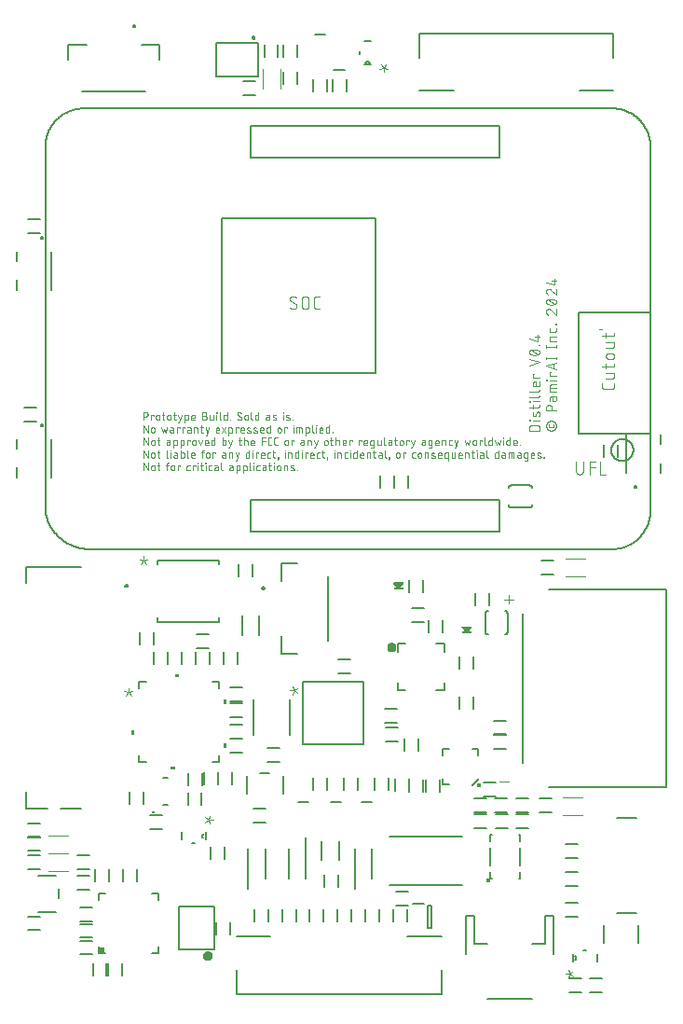
<source format=gbr>
G04 EAGLE Gerber RS-274X export*
G75*
%MOMM*%
%FSLAX34Y34*%
%LPD*%
%INSilkscreen Top*%
%IPPOS*%
%AMOC8*
5,1,8,0,0,1.08239X$1,22.5*%
G01*
%ADD10C,0.076200*%
%ADD11C,0.050800*%
%ADD12C,0.127000*%
%ADD13C,0.200000*%
%ADD14C,0.152400*%
%ADD15C,0.203200*%
%ADD16R,0.889000X0.190500*%
%ADD17C,0.101600*%
%ADD18C,0.406400*%
%ADD19C,0.447213*%
%ADD20C,0.438631*%
%ADD21R,0.500000X0.500000*%
%ADD22C,0.381000*%
%ADD23C,0.100000*%
%ADD24C,0.100000*%
%ADD25C,0.120000*%

G36*
X364059Y424340D02*
X364059Y424340D01*
X364064Y424340D01*
X364180Y424366D01*
X364296Y424391D01*
X364300Y424393D01*
X364304Y424394D01*
X364406Y424455D01*
X364508Y424516D01*
X364511Y424519D01*
X364514Y424521D01*
X364629Y424643D01*
X368439Y429723D01*
X368447Y429739D01*
X368460Y429752D01*
X368504Y429848D01*
X368553Y429941D01*
X368556Y429959D01*
X368563Y429975D01*
X368575Y430080D01*
X368591Y430184D01*
X368588Y430202D01*
X368590Y430219D01*
X368568Y430322D01*
X368550Y430427D01*
X368542Y430442D01*
X368538Y430460D01*
X368484Y430550D01*
X368434Y430644D01*
X368421Y430656D01*
X368412Y430671D01*
X368332Y430740D01*
X368255Y430812D01*
X368238Y430819D01*
X368225Y430831D01*
X368127Y430870D01*
X368031Y430914D01*
X368013Y430916D01*
X367997Y430923D01*
X367830Y430941D01*
X360210Y430941D01*
X360192Y430938D01*
X360175Y430940D01*
X360071Y430919D01*
X359967Y430902D01*
X359952Y430893D01*
X359934Y430890D01*
X359843Y430836D01*
X359750Y430786D01*
X359738Y430774D01*
X359722Y430765D01*
X359653Y430685D01*
X359581Y430608D01*
X359573Y430592D01*
X359561Y430578D01*
X359521Y430481D01*
X359477Y430385D01*
X359475Y430367D01*
X359468Y430351D01*
X359461Y430245D01*
X359450Y430141D01*
X359454Y430123D01*
X359452Y430105D01*
X359480Y430003D01*
X359502Y429900D01*
X359511Y429885D01*
X359516Y429868D01*
X359601Y429723D01*
X363411Y424643D01*
X363414Y424640D01*
X363416Y424637D01*
X363503Y424555D01*
X363588Y424473D01*
X363592Y424471D01*
X363595Y424468D01*
X363704Y424418D01*
X363811Y424368D01*
X363815Y424368D01*
X363819Y424366D01*
X363937Y424353D01*
X364055Y424340D01*
X364059Y424340D01*
G37*
G36*
X426039Y384240D02*
X426039Y384240D01*
X426044Y384240D01*
X426160Y384266D01*
X426276Y384291D01*
X426280Y384293D01*
X426284Y384294D01*
X426386Y384355D01*
X426488Y384416D01*
X426491Y384419D01*
X426494Y384421D01*
X426609Y384543D01*
X430419Y389623D01*
X430427Y389639D01*
X430440Y389652D01*
X430484Y389748D01*
X430533Y389841D01*
X430536Y389859D01*
X430543Y389875D01*
X430555Y389980D01*
X430571Y390084D01*
X430568Y390102D01*
X430570Y390119D01*
X430548Y390222D01*
X430530Y390327D01*
X430522Y390342D01*
X430518Y390360D01*
X430464Y390450D01*
X430414Y390544D01*
X430401Y390556D01*
X430392Y390571D01*
X430312Y390640D01*
X430235Y390712D01*
X430218Y390719D01*
X430205Y390731D01*
X430107Y390770D01*
X430011Y390814D01*
X429993Y390816D01*
X429977Y390823D01*
X429810Y390841D01*
X422190Y390841D01*
X422172Y390838D01*
X422155Y390840D01*
X422051Y390819D01*
X421947Y390802D01*
X421932Y390793D01*
X421914Y390790D01*
X421823Y390736D01*
X421730Y390686D01*
X421718Y390674D01*
X421702Y390665D01*
X421633Y390585D01*
X421561Y390508D01*
X421553Y390492D01*
X421541Y390478D01*
X421501Y390381D01*
X421457Y390285D01*
X421455Y390267D01*
X421448Y390251D01*
X421441Y390145D01*
X421430Y390041D01*
X421434Y390023D01*
X421432Y390005D01*
X421460Y389903D01*
X421482Y389800D01*
X421491Y389785D01*
X421496Y389768D01*
X421581Y389623D01*
X425391Y384543D01*
X425394Y384540D01*
X425396Y384537D01*
X425483Y384455D01*
X425568Y384373D01*
X425572Y384371D01*
X425575Y384368D01*
X425684Y384318D01*
X425791Y384268D01*
X425795Y384268D01*
X425799Y384266D01*
X425917Y384253D01*
X426035Y384240D01*
X426039Y384240D01*
G37*
G36*
X164707Y344845D02*
X164707Y344845D01*
X164709Y344844D01*
X164752Y344864D01*
X164796Y344882D01*
X164796Y344884D01*
X164798Y344885D01*
X164831Y344970D01*
X164831Y347510D01*
X164830Y347512D01*
X164831Y347514D01*
X164811Y347557D01*
X164793Y347601D01*
X164791Y347601D01*
X164790Y347603D01*
X164705Y347636D01*
X160895Y347636D01*
X160893Y347635D01*
X160891Y347636D01*
X160848Y347616D01*
X160804Y347598D01*
X160804Y347596D01*
X160802Y347595D01*
X160769Y347510D01*
X160769Y344970D01*
X160770Y344968D01*
X160769Y344966D01*
X160789Y344923D01*
X160807Y344879D01*
X160809Y344879D01*
X160810Y344877D01*
X160895Y344844D01*
X164705Y344844D01*
X164707Y344845D01*
G37*
G36*
X207982Y320300D02*
X207982Y320300D01*
X207984Y320299D01*
X208027Y320319D01*
X208071Y320337D01*
X208071Y320339D01*
X208073Y320340D01*
X208106Y320425D01*
X208106Y324235D01*
X208105Y324237D01*
X208106Y324239D01*
X208086Y324282D01*
X208068Y324326D01*
X208066Y324326D01*
X208065Y324328D01*
X207980Y324361D01*
X205440Y324361D01*
X205438Y324360D01*
X205436Y324361D01*
X205393Y324341D01*
X205349Y324323D01*
X205349Y324321D01*
X205347Y324320D01*
X205314Y324235D01*
X205314Y320425D01*
X205315Y320423D01*
X205314Y320421D01*
X205334Y320378D01*
X205352Y320334D01*
X205354Y320334D01*
X205355Y320332D01*
X205440Y320299D01*
X207980Y320299D01*
X207982Y320300D01*
G37*
G36*
X124162Y292300D02*
X124162Y292300D01*
X124164Y292299D01*
X124207Y292319D01*
X124251Y292337D01*
X124251Y292339D01*
X124253Y292340D01*
X124286Y292425D01*
X124286Y296235D01*
X124285Y296237D01*
X124286Y296239D01*
X124266Y296282D01*
X124248Y296326D01*
X124246Y296326D01*
X124245Y296328D01*
X124160Y296361D01*
X121620Y296361D01*
X121618Y296360D01*
X121616Y296361D01*
X121573Y296341D01*
X121529Y296323D01*
X121529Y296321D01*
X121527Y296320D01*
X121494Y296235D01*
X121494Y292425D01*
X121495Y292423D01*
X121494Y292421D01*
X121514Y292378D01*
X121532Y292334D01*
X121534Y292334D01*
X121535Y292332D01*
X121620Y292299D01*
X124160Y292299D01*
X124162Y292300D01*
G37*
G36*
X207982Y280300D02*
X207982Y280300D01*
X207984Y280299D01*
X208027Y280319D01*
X208071Y280337D01*
X208071Y280339D01*
X208073Y280340D01*
X208106Y280425D01*
X208106Y284235D01*
X208105Y284237D01*
X208106Y284239D01*
X208086Y284282D01*
X208068Y284326D01*
X208066Y284326D01*
X208065Y284328D01*
X207980Y284361D01*
X205440Y284361D01*
X205438Y284360D01*
X205436Y284361D01*
X205393Y284341D01*
X205349Y284323D01*
X205349Y284321D01*
X205347Y284320D01*
X205314Y284235D01*
X205314Y280425D01*
X205315Y280423D01*
X205314Y280421D01*
X205334Y280378D01*
X205352Y280334D01*
X205354Y280334D01*
X205355Y280332D01*
X205440Y280299D01*
X207980Y280299D01*
X207982Y280300D01*
G37*
G36*
X160707Y261025D02*
X160707Y261025D01*
X160709Y261024D01*
X160752Y261044D01*
X160796Y261062D01*
X160796Y261064D01*
X160798Y261065D01*
X160831Y261150D01*
X160831Y263690D01*
X160830Y263692D01*
X160831Y263694D01*
X160811Y263737D01*
X160793Y263781D01*
X160791Y263781D01*
X160790Y263783D01*
X160705Y263816D01*
X156895Y263816D01*
X156893Y263815D01*
X156891Y263816D01*
X156848Y263796D01*
X156804Y263778D01*
X156804Y263776D01*
X156802Y263775D01*
X156769Y263690D01*
X156769Y261150D01*
X156770Y261148D01*
X156769Y261146D01*
X156789Y261103D01*
X156807Y261059D01*
X156809Y261059D01*
X156810Y261057D01*
X156895Y261024D01*
X160705Y261024D01*
X160707Y261025D01*
G37*
D10*
X492219Y568562D02*
X482821Y568562D01*
X482821Y571172D01*
X482823Y571272D01*
X482829Y571372D01*
X482838Y571471D01*
X482852Y571571D01*
X482869Y571669D01*
X482890Y571767D01*
X482914Y571864D01*
X482943Y571960D01*
X482975Y572055D01*
X483010Y572148D01*
X483049Y572240D01*
X483092Y572331D01*
X483138Y572419D01*
X483188Y572506D01*
X483240Y572591D01*
X483296Y572674D01*
X483355Y572755D01*
X483418Y572833D01*
X483483Y572909D01*
X483551Y572983D01*
X483621Y573053D01*
X483695Y573121D01*
X483771Y573186D01*
X483849Y573249D01*
X483930Y573308D01*
X484013Y573364D01*
X484098Y573416D01*
X484185Y573466D01*
X484273Y573512D01*
X484364Y573555D01*
X484456Y573594D01*
X484549Y573629D01*
X484644Y573661D01*
X484740Y573690D01*
X484837Y573714D01*
X484935Y573735D01*
X485033Y573752D01*
X485133Y573766D01*
X485232Y573775D01*
X485332Y573781D01*
X485432Y573783D01*
X489608Y573783D01*
X489608Y573784D02*
X489708Y573782D01*
X489808Y573776D01*
X489907Y573767D01*
X490007Y573753D01*
X490105Y573736D01*
X490203Y573715D01*
X490300Y573691D01*
X490396Y573662D01*
X490491Y573630D01*
X490584Y573595D01*
X490676Y573556D01*
X490767Y573513D01*
X490855Y573467D01*
X490942Y573417D01*
X491027Y573365D01*
X491110Y573309D01*
X491191Y573250D01*
X491269Y573187D01*
X491345Y573122D01*
X491419Y573054D01*
X491489Y572984D01*
X491557Y572910D01*
X491622Y572834D01*
X491685Y572756D01*
X491744Y572675D01*
X491800Y572592D01*
X491852Y572507D01*
X491902Y572420D01*
X491948Y572332D01*
X491991Y572241D01*
X492030Y572149D01*
X492065Y572056D01*
X492097Y571961D01*
X492126Y571865D01*
X492150Y571768D01*
X492171Y571670D01*
X492188Y571572D01*
X492202Y571472D01*
X492211Y571373D01*
X492217Y571273D01*
X492219Y571173D01*
X492219Y571172D02*
X492219Y568562D01*
X492219Y577878D02*
X485954Y577878D01*
X483343Y577617D02*
X482821Y577617D01*
X482821Y578139D01*
X483343Y578139D01*
X483343Y577617D01*
X488564Y582364D02*
X489608Y584975D01*
X488564Y582364D02*
X488536Y582298D01*
X488503Y582233D01*
X488468Y582170D01*
X488429Y582109D01*
X488387Y582050D01*
X488342Y581994D01*
X488294Y581940D01*
X488243Y581889D01*
X488190Y581840D01*
X488133Y581795D01*
X488075Y581752D01*
X488015Y581713D01*
X487952Y581676D01*
X487887Y581644D01*
X487821Y581615D01*
X487754Y581589D01*
X487685Y581567D01*
X487615Y581549D01*
X487544Y581534D01*
X487473Y581523D01*
X487401Y581516D01*
X487329Y581513D01*
X487257Y581514D01*
X487184Y581519D01*
X487113Y581527D01*
X487041Y581539D01*
X486971Y581555D01*
X486902Y581575D01*
X486833Y581599D01*
X486766Y581626D01*
X486701Y581656D01*
X486637Y581690D01*
X486575Y581728D01*
X486515Y581768D01*
X486458Y581812D01*
X486403Y581859D01*
X486350Y581909D01*
X486301Y581961D01*
X486254Y582016D01*
X486210Y582073D01*
X486169Y582133D01*
X486132Y582195D01*
X486097Y582259D01*
X486067Y582324D01*
X486039Y582391D01*
X486016Y582459D01*
X485996Y582529D01*
X485980Y582599D01*
X485967Y582670D01*
X485959Y582742D01*
X485954Y582814D01*
X485953Y582886D01*
X485954Y582886D02*
X485958Y583037D01*
X485966Y583188D01*
X485977Y583339D01*
X485993Y583490D01*
X486013Y583640D01*
X486036Y583790D01*
X486063Y583939D01*
X486094Y584087D01*
X486129Y584235D01*
X486167Y584381D01*
X486210Y584527D01*
X486256Y584671D01*
X486305Y584814D01*
X486358Y584956D01*
X486415Y585096D01*
X486476Y585235D01*
X489608Y584975D02*
X489636Y585041D01*
X489669Y585106D01*
X489704Y585169D01*
X489743Y585230D01*
X489785Y585289D01*
X489830Y585345D01*
X489878Y585399D01*
X489929Y585450D01*
X489982Y585499D01*
X490039Y585545D01*
X490097Y585587D01*
X490157Y585626D01*
X490220Y585663D01*
X490285Y585695D01*
X490351Y585724D01*
X490418Y585750D01*
X490487Y585772D01*
X490557Y585790D01*
X490628Y585805D01*
X490699Y585816D01*
X490771Y585823D01*
X490843Y585826D01*
X490915Y585825D01*
X490988Y585820D01*
X491059Y585812D01*
X491131Y585800D01*
X491201Y585784D01*
X491270Y585764D01*
X491339Y585740D01*
X491406Y585713D01*
X491471Y585683D01*
X491535Y585649D01*
X491597Y585611D01*
X491657Y585571D01*
X491714Y585527D01*
X491769Y585480D01*
X491822Y585430D01*
X491871Y585378D01*
X491918Y585323D01*
X491962Y585266D01*
X492003Y585206D01*
X492040Y585144D01*
X492075Y585080D01*
X492105Y585015D01*
X492133Y584948D01*
X492156Y584880D01*
X492176Y584810D01*
X492192Y584740D01*
X492205Y584669D01*
X492213Y584597D01*
X492218Y584525D01*
X492219Y584453D01*
X492214Y584243D01*
X492203Y584034D01*
X492188Y583825D01*
X492168Y583617D01*
X492142Y583409D01*
X492112Y583202D01*
X492077Y582995D01*
X492037Y582790D01*
X491993Y582585D01*
X491943Y582382D01*
X491889Y582179D01*
X491829Y581978D01*
X491766Y581779D01*
X491697Y581581D01*
X485954Y588737D02*
X485954Y591870D01*
X482821Y589781D02*
X490653Y589781D01*
X490730Y589783D01*
X490806Y589789D01*
X490883Y589798D01*
X490959Y589811D01*
X491034Y589828D01*
X491108Y589848D01*
X491181Y589873D01*
X491252Y589900D01*
X491323Y589931D01*
X491391Y589966D01*
X491458Y590004D01*
X491523Y590045D01*
X491586Y590089D01*
X491646Y590136D01*
X491705Y590187D01*
X491760Y590240D01*
X491813Y590295D01*
X491864Y590354D01*
X491911Y590414D01*
X491955Y590477D01*
X491996Y590542D01*
X492034Y590609D01*
X492069Y590677D01*
X492100Y590748D01*
X492127Y590819D01*
X492152Y590892D01*
X492172Y590966D01*
X492189Y591041D01*
X492202Y591117D01*
X492211Y591194D01*
X492217Y591270D01*
X492219Y591347D01*
X492219Y591870D01*
X492219Y595252D02*
X485954Y595252D01*
X483343Y594991D02*
X482821Y594991D01*
X482821Y595513D01*
X483343Y595513D01*
X483343Y594991D01*
X482821Y599080D02*
X490653Y599080D01*
X490730Y599082D01*
X490806Y599088D01*
X490883Y599097D01*
X490959Y599110D01*
X491034Y599127D01*
X491108Y599147D01*
X491181Y599172D01*
X491252Y599199D01*
X491323Y599230D01*
X491391Y599265D01*
X491458Y599303D01*
X491523Y599344D01*
X491586Y599388D01*
X491646Y599435D01*
X491705Y599486D01*
X491760Y599539D01*
X491813Y599594D01*
X491864Y599653D01*
X491911Y599713D01*
X491955Y599776D01*
X491996Y599841D01*
X492034Y599908D01*
X492069Y599976D01*
X492100Y600047D01*
X492127Y600118D01*
X492152Y600191D01*
X492172Y600265D01*
X492189Y600340D01*
X492202Y600416D01*
X492211Y600493D01*
X492217Y600569D01*
X492219Y600646D01*
X490653Y603957D02*
X482821Y603957D01*
X490653Y603957D02*
X490730Y603959D01*
X490806Y603965D01*
X490883Y603974D01*
X490959Y603987D01*
X491034Y604004D01*
X491108Y604024D01*
X491181Y604049D01*
X491252Y604076D01*
X491323Y604107D01*
X491391Y604142D01*
X491458Y604180D01*
X491523Y604221D01*
X491586Y604265D01*
X491646Y604312D01*
X491705Y604363D01*
X491760Y604416D01*
X491813Y604471D01*
X491864Y604530D01*
X491911Y604590D01*
X491955Y604653D01*
X491996Y604718D01*
X492034Y604785D01*
X492069Y604853D01*
X492100Y604924D01*
X492127Y604995D01*
X492152Y605068D01*
X492172Y605142D01*
X492189Y605217D01*
X492202Y605293D01*
X492211Y605370D01*
X492217Y605446D01*
X492219Y605523D01*
X492219Y610274D02*
X492219Y612885D01*
X492219Y610274D02*
X492217Y610197D01*
X492211Y610121D01*
X492202Y610044D01*
X492189Y609968D01*
X492172Y609893D01*
X492152Y609819D01*
X492127Y609746D01*
X492100Y609675D01*
X492069Y609604D01*
X492034Y609536D01*
X491996Y609469D01*
X491955Y609404D01*
X491911Y609341D01*
X491864Y609281D01*
X491813Y609222D01*
X491760Y609167D01*
X491705Y609114D01*
X491646Y609063D01*
X491586Y609016D01*
X491523Y608972D01*
X491458Y608931D01*
X491391Y608893D01*
X491323Y608858D01*
X491252Y608827D01*
X491181Y608800D01*
X491108Y608775D01*
X491034Y608755D01*
X490959Y608738D01*
X490883Y608725D01*
X490806Y608716D01*
X490730Y608710D01*
X490653Y608708D01*
X488042Y608708D01*
X487952Y608710D01*
X487863Y608716D01*
X487773Y608725D01*
X487684Y608739D01*
X487596Y608756D01*
X487509Y608777D01*
X487422Y608802D01*
X487337Y608831D01*
X487253Y608863D01*
X487171Y608898D01*
X487090Y608938D01*
X487011Y608980D01*
X486934Y609026D01*
X486859Y609076D01*
X486786Y609128D01*
X486715Y609184D01*
X486647Y609242D01*
X486582Y609304D01*
X486519Y609368D01*
X486459Y609435D01*
X486402Y609504D01*
X486348Y609576D01*
X486297Y609650D01*
X486249Y609726D01*
X486205Y609804D01*
X486164Y609884D01*
X486126Y609966D01*
X486092Y610049D01*
X486062Y610134D01*
X486035Y610220D01*
X486012Y610306D01*
X485993Y610394D01*
X485978Y610483D01*
X485966Y610572D01*
X485958Y610661D01*
X485954Y610751D01*
X485954Y610841D01*
X485958Y610931D01*
X485966Y611020D01*
X485978Y611109D01*
X485993Y611198D01*
X486012Y611286D01*
X486035Y611372D01*
X486062Y611458D01*
X486092Y611543D01*
X486126Y611626D01*
X486164Y611708D01*
X486205Y611788D01*
X486249Y611866D01*
X486297Y611942D01*
X486348Y612016D01*
X486402Y612088D01*
X486459Y612157D01*
X486519Y612224D01*
X486582Y612288D01*
X486647Y612350D01*
X486715Y612408D01*
X486786Y612464D01*
X486859Y612516D01*
X486934Y612566D01*
X487011Y612612D01*
X487090Y612654D01*
X487171Y612694D01*
X487253Y612729D01*
X487337Y612761D01*
X487422Y612790D01*
X487509Y612815D01*
X487596Y612836D01*
X487684Y612853D01*
X487773Y612867D01*
X487863Y612876D01*
X487952Y612882D01*
X488042Y612884D01*
X488042Y612885D02*
X489086Y612885D01*
X489086Y608708D01*
X492219Y616989D02*
X485954Y616989D01*
X485954Y620122D01*
X486998Y620122D01*
X482821Y627475D02*
X492219Y630608D01*
X482821Y633741D01*
X484126Y637924D02*
X484293Y637845D01*
X484462Y637770D01*
X484633Y637699D01*
X484805Y637632D01*
X484979Y637570D01*
X485155Y637511D01*
X485331Y637457D01*
X485509Y637407D01*
X485689Y637361D01*
X485869Y637319D01*
X486050Y637282D01*
X486232Y637249D01*
X486414Y637220D01*
X486598Y637196D01*
X486782Y637176D01*
X486966Y637161D01*
X487150Y637150D01*
X487335Y637143D01*
X487520Y637141D01*
X484126Y637924D02*
X484046Y637954D01*
X483967Y637987D01*
X483890Y638024D01*
X483814Y638064D01*
X483740Y638107D01*
X483668Y638153D01*
X483599Y638203D01*
X483531Y638255D01*
X483466Y638311D01*
X483403Y638369D01*
X483344Y638431D01*
X483286Y638494D01*
X483232Y638561D01*
X483181Y638629D01*
X483133Y638700D01*
X483088Y638773D01*
X483046Y638847D01*
X483008Y638924D01*
X482973Y639002D01*
X482941Y639081D01*
X482913Y639162D01*
X482889Y639244D01*
X482868Y639328D01*
X482851Y639411D01*
X482838Y639496D01*
X482829Y639581D01*
X482823Y639666D01*
X482821Y639752D01*
X482823Y639838D01*
X482829Y639923D01*
X482838Y640008D01*
X482851Y640093D01*
X482868Y640176D01*
X482889Y640260D01*
X482913Y640342D01*
X482941Y640423D01*
X482973Y640502D01*
X483008Y640580D01*
X483046Y640657D01*
X483088Y640731D01*
X483133Y640804D01*
X483181Y640875D01*
X483232Y640943D01*
X483286Y641010D01*
X483344Y641073D01*
X483403Y641135D01*
X483466Y641193D01*
X483531Y641249D01*
X483599Y641301D01*
X483668Y641351D01*
X483740Y641397D01*
X483814Y641440D01*
X483890Y641480D01*
X483967Y641517D01*
X484046Y641550D01*
X484126Y641580D01*
X484293Y641659D01*
X484462Y641734D01*
X484633Y641805D01*
X484805Y641872D01*
X484979Y641934D01*
X485155Y641993D01*
X485331Y642047D01*
X485509Y642097D01*
X485689Y642143D01*
X485869Y642185D01*
X486050Y642222D01*
X486232Y642255D01*
X486414Y642284D01*
X486598Y642308D01*
X486782Y642328D01*
X486966Y642343D01*
X487150Y642354D01*
X487335Y642361D01*
X487520Y642363D01*
X487520Y637141D02*
X487705Y637143D01*
X487890Y637150D01*
X488074Y637161D01*
X488258Y637176D01*
X488442Y637196D01*
X488626Y637220D01*
X488808Y637249D01*
X488990Y637282D01*
X489171Y637319D01*
X489351Y637361D01*
X489531Y637407D01*
X489709Y637457D01*
X489885Y637511D01*
X490061Y637570D01*
X490235Y637632D01*
X490407Y637699D01*
X490578Y637770D01*
X490747Y637845D01*
X490914Y637924D01*
X490994Y637954D01*
X491073Y637987D01*
X491150Y638024D01*
X491226Y638064D01*
X491300Y638107D01*
X491372Y638153D01*
X491441Y638203D01*
X491509Y638256D01*
X491574Y638311D01*
X491637Y638370D01*
X491696Y638431D01*
X491754Y638494D01*
X491808Y638561D01*
X491859Y638629D01*
X491907Y638700D01*
X491952Y638773D01*
X491994Y638847D01*
X492032Y638924D01*
X492067Y639002D01*
X492099Y639081D01*
X492127Y639162D01*
X492151Y639244D01*
X492172Y639328D01*
X492189Y639411D01*
X492202Y639496D01*
X492211Y639581D01*
X492217Y639666D01*
X492219Y639752D01*
X490914Y641580D02*
X490747Y641659D01*
X490578Y641734D01*
X490407Y641805D01*
X490235Y641872D01*
X490061Y641934D01*
X489885Y641993D01*
X489709Y642047D01*
X489531Y642097D01*
X489351Y642143D01*
X489171Y642185D01*
X488990Y642222D01*
X488808Y642255D01*
X488626Y642284D01*
X488442Y642308D01*
X488258Y642328D01*
X488074Y642343D01*
X487890Y642354D01*
X487705Y642361D01*
X487520Y642363D01*
X490914Y641580D02*
X490994Y641550D01*
X491073Y641517D01*
X491150Y641480D01*
X491226Y641440D01*
X491300Y641397D01*
X491372Y641351D01*
X491441Y641301D01*
X491509Y641249D01*
X491574Y641193D01*
X491637Y641135D01*
X491696Y641073D01*
X491754Y641010D01*
X491808Y640943D01*
X491859Y640875D01*
X491907Y640804D01*
X491952Y640731D01*
X491994Y640657D01*
X492032Y640580D01*
X492067Y640502D01*
X492099Y640423D01*
X492127Y640342D01*
X492151Y640260D01*
X492172Y640176D01*
X492189Y640093D01*
X492202Y640008D01*
X492211Y639923D01*
X492217Y639838D01*
X492219Y639752D01*
X490131Y637664D02*
X484909Y641841D01*
X491697Y645892D02*
X492219Y645892D01*
X491697Y645892D02*
X491697Y646414D01*
X492219Y646414D01*
X492219Y645892D01*
X490131Y649943D02*
X482821Y652032D01*
X490131Y649943D02*
X490131Y655164D01*
X488042Y653598D02*
X492219Y653598D01*
X502760Y577438D02*
X502628Y577436D01*
X502497Y577430D01*
X502366Y577420D01*
X502235Y577407D01*
X502105Y577389D01*
X501975Y577368D01*
X501846Y577343D01*
X501718Y577314D01*
X501590Y577281D01*
X501464Y577245D01*
X501339Y577204D01*
X501215Y577160D01*
X501092Y577113D01*
X500971Y577061D01*
X500851Y577007D01*
X500733Y576948D01*
X500617Y576887D01*
X500503Y576821D01*
X500391Y576753D01*
X500281Y576681D01*
X500173Y576606D01*
X500067Y576528D01*
X499964Y576446D01*
X499863Y576362D01*
X499764Y576275D01*
X499669Y576184D01*
X499576Y576091D01*
X499485Y575996D01*
X499398Y575897D01*
X499314Y575796D01*
X499232Y575693D01*
X499154Y575587D01*
X499079Y575479D01*
X499007Y575369D01*
X498939Y575257D01*
X498873Y575143D01*
X498812Y575027D01*
X498753Y574909D01*
X498699Y574789D01*
X498647Y574668D01*
X498600Y574545D01*
X498556Y574421D01*
X498515Y574296D01*
X498479Y574170D01*
X498446Y574042D01*
X498417Y573914D01*
X498392Y573785D01*
X498371Y573655D01*
X498353Y573525D01*
X498340Y573394D01*
X498330Y573263D01*
X498324Y573132D01*
X498322Y573000D01*
X498324Y572868D01*
X498330Y572737D01*
X498340Y572606D01*
X498353Y572475D01*
X498371Y572345D01*
X498392Y572215D01*
X498417Y572086D01*
X498446Y571958D01*
X498479Y571830D01*
X498515Y571704D01*
X498556Y571579D01*
X498600Y571455D01*
X498647Y571332D01*
X498699Y571211D01*
X498753Y571091D01*
X498812Y570973D01*
X498873Y570857D01*
X498939Y570743D01*
X499007Y570631D01*
X499079Y570521D01*
X499154Y570413D01*
X499232Y570307D01*
X499314Y570204D01*
X499398Y570103D01*
X499485Y570004D01*
X499576Y569909D01*
X499669Y569816D01*
X499764Y569725D01*
X499863Y569638D01*
X499964Y569554D01*
X500067Y569472D01*
X500173Y569394D01*
X500281Y569319D01*
X500391Y569247D01*
X500503Y569179D01*
X500617Y569113D01*
X500733Y569052D01*
X500851Y568993D01*
X500971Y568939D01*
X501092Y568887D01*
X501215Y568840D01*
X501339Y568796D01*
X501464Y568755D01*
X501590Y568719D01*
X501718Y568686D01*
X501846Y568657D01*
X501975Y568632D01*
X502105Y568611D01*
X502235Y568593D01*
X502366Y568580D01*
X502497Y568570D01*
X502628Y568564D01*
X502760Y568562D01*
X502892Y568564D01*
X503023Y568570D01*
X503154Y568580D01*
X503285Y568593D01*
X503415Y568611D01*
X503545Y568632D01*
X503674Y568657D01*
X503802Y568686D01*
X503930Y568719D01*
X504056Y568755D01*
X504181Y568796D01*
X504305Y568840D01*
X504428Y568887D01*
X504549Y568939D01*
X504669Y568993D01*
X504787Y569052D01*
X504903Y569113D01*
X505017Y569179D01*
X505129Y569247D01*
X505239Y569319D01*
X505347Y569394D01*
X505453Y569472D01*
X505556Y569554D01*
X505657Y569638D01*
X505756Y569725D01*
X505851Y569816D01*
X505944Y569909D01*
X506035Y570004D01*
X506122Y570103D01*
X506206Y570204D01*
X506288Y570307D01*
X506366Y570413D01*
X506441Y570521D01*
X506513Y570631D01*
X506581Y570743D01*
X506647Y570857D01*
X506708Y570973D01*
X506767Y571091D01*
X506821Y571211D01*
X506873Y571332D01*
X506920Y571455D01*
X506964Y571579D01*
X507005Y571704D01*
X507041Y571830D01*
X507074Y571958D01*
X507103Y572086D01*
X507128Y572215D01*
X507149Y572345D01*
X507167Y572475D01*
X507180Y572606D01*
X507190Y572737D01*
X507196Y572868D01*
X507198Y573000D01*
X507196Y573132D01*
X507190Y573263D01*
X507180Y573394D01*
X507167Y573525D01*
X507149Y573655D01*
X507128Y573785D01*
X507103Y573914D01*
X507074Y574042D01*
X507041Y574170D01*
X507005Y574296D01*
X506964Y574421D01*
X506920Y574545D01*
X506873Y574668D01*
X506821Y574789D01*
X506767Y574909D01*
X506708Y575027D01*
X506647Y575143D01*
X506581Y575257D01*
X506513Y575369D01*
X506441Y575479D01*
X506366Y575587D01*
X506288Y575693D01*
X506206Y575796D01*
X506122Y575897D01*
X506035Y575996D01*
X505944Y576091D01*
X505851Y576184D01*
X505756Y576275D01*
X505657Y576362D01*
X505556Y576446D01*
X505453Y576528D01*
X505347Y576606D01*
X505239Y576681D01*
X505129Y576753D01*
X505017Y576821D01*
X504903Y576887D01*
X504787Y576948D01*
X504669Y577007D01*
X504549Y577061D01*
X504428Y577113D01*
X504305Y577160D01*
X504181Y577204D01*
X504056Y577245D01*
X503930Y577281D01*
X503802Y577314D01*
X503674Y577343D01*
X503545Y577368D01*
X503415Y577389D01*
X503285Y577407D01*
X503154Y577420D01*
X503023Y577430D01*
X502892Y577436D01*
X502760Y577438D01*
X504848Y574044D02*
X504848Y572739D01*
X504846Y572676D01*
X504840Y572613D01*
X504831Y572551D01*
X504818Y572489D01*
X504801Y572428D01*
X504780Y572369D01*
X504756Y572311D01*
X504728Y572254D01*
X504697Y572199D01*
X504663Y572146D01*
X504626Y572095D01*
X504585Y572047D01*
X504542Y572001D01*
X504496Y571958D01*
X504448Y571917D01*
X504397Y571880D01*
X504344Y571846D01*
X504289Y571815D01*
X504232Y571787D01*
X504174Y571763D01*
X504115Y571742D01*
X504054Y571725D01*
X503992Y571712D01*
X503930Y571703D01*
X503867Y571697D01*
X503804Y571695D01*
X501716Y571695D01*
X501653Y571697D01*
X501590Y571703D01*
X501528Y571712D01*
X501466Y571725D01*
X501405Y571742D01*
X501346Y571763D01*
X501288Y571787D01*
X501231Y571815D01*
X501176Y571846D01*
X501123Y571880D01*
X501072Y571917D01*
X501024Y571958D01*
X500978Y572001D01*
X500935Y572047D01*
X500894Y572095D01*
X500857Y572146D01*
X500823Y572199D01*
X500792Y572254D01*
X500764Y572311D01*
X500740Y572369D01*
X500719Y572428D01*
X500702Y572489D01*
X500689Y572551D01*
X500680Y572613D01*
X500674Y572676D01*
X500672Y572739D01*
X500672Y574044D01*
X498061Y586675D02*
X507459Y586675D01*
X498061Y586675D02*
X498061Y589285D01*
X498063Y589386D01*
X498069Y589487D01*
X498079Y589588D01*
X498092Y589688D01*
X498110Y589788D01*
X498131Y589887D01*
X498157Y589985D01*
X498186Y590082D01*
X498218Y590178D01*
X498255Y590272D01*
X498295Y590365D01*
X498339Y590457D01*
X498386Y590546D01*
X498437Y590634D01*
X498491Y590720D01*
X498548Y590803D01*
X498608Y590885D01*
X498672Y590963D01*
X498738Y591040D01*
X498808Y591113D01*
X498880Y591184D01*
X498955Y591252D01*
X499033Y591317D01*
X499113Y591379D01*
X499195Y591438D01*
X499280Y591494D01*
X499367Y591546D01*
X499455Y591595D01*
X499546Y591641D01*
X499638Y591682D01*
X499732Y591721D01*
X499827Y591755D01*
X499923Y591786D01*
X500021Y591813D01*
X500119Y591837D01*
X500219Y591856D01*
X500319Y591872D01*
X500419Y591884D01*
X500520Y591892D01*
X500621Y591896D01*
X500723Y591896D01*
X500824Y591892D01*
X500925Y591884D01*
X501025Y591872D01*
X501125Y591856D01*
X501225Y591837D01*
X501323Y591813D01*
X501421Y591786D01*
X501517Y591755D01*
X501612Y591721D01*
X501706Y591682D01*
X501798Y591641D01*
X501889Y591595D01*
X501978Y591546D01*
X502064Y591494D01*
X502149Y591438D01*
X502231Y591379D01*
X502311Y591317D01*
X502389Y591252D01*
X502464Y591184D01*
X502536Y591113D01*
X502606Y591040D01*
X502672Y590963D01*
X502736Y590885D01*
X502796Y590803D01*
X502853Y590720D01*
X502907Y590634D01*
X502958Y590546D01*
X503005Y590457D01*
X503049Y590365D01*
X503089Y590272D01*
X503126Y590178D01*
X503158Y590082D01*
X503187Y589985D01*
X503213Y589887D01*
X503234Y589788D01*
X503252Y589688D01*
X503265Y589588D01*
X503275Y589487D01*
X503281Y589386D01*
X503283Y589285D01*
X503282Y589285D02*
X503282Y586675D01*
X503804Y597077D02*
X503804Y599427D01*
X503805Y597077D02*
X503807Y596993D01*
X503813Y596908D01*
X503823Y596825D01*
X503836Y596741D01*
X503854Y596659D01*
X503875Y596577D01*
X503900Y596496D01*
X503928Y596417D01*
X503961Y596339D01*
X503997Y596263D01*
X504036Y596188D01*
X504079Y596115D01*
X504125Y596044D01*
X504174Y595976D01*
X504226Y595910D01*
X504282Y595846D01*
X504340Y595785D01*
X504401Y595727D01*
X504465Y595671D01*
X504531Y595619D01*
X504599Y595570D01*
X504670Y595524D01*
X504743Y595481D01*
X504818Y595442D01*
X504894Y595406D01*
X504972Y595373D01*
X505051Y595345D01*
X505132Y595320D01*
X505214Y595299D01*
X505296Y595281D01*
X505380Y595268D01*
X505463Y595258D01*
X505548Y595252D01*
X505632Y595250D01*
X505716Y595252D01*
X505801Y595258D01*
X505884Y595268D01*
X505968Y595281D01*
X506050Y595299D01*
X506132Y595320D01*
X506213Y595345D01*
X506292Y595373D01*
X506370Y595406D01*
X506446Y595442D01*
X506521Y595481D01*
X506594Y595524D01*
X506665Y595570D01*
X506733Y595619D01*
X506799Y595671D01*
X506863Y595727D01*
X506924Y595785D01*
X506982Y595846D01*
X507038Y595910D01*
X507090Y595976D01*
X507139Y596044D01*
X507185Y596115D01*
X507228Y596188D01*
X507267Y596263D01*
X507303Y596339D01*
X507336Y596417D01*
X507364Y596496D01*
X507389Y596577D01*
X507410Y596659D01*
X507428Y596741D01*
X507441Y596825D01*
X507451Y596908D01*
X507457Y596993D01*
X507459Y597077D01*
X507459Y599427D01*
X502760Y599427D01*
X502760Y599426D02*
X502683Y599424D01*
X502607Y599418D01*
X502530Y599409D01*
X502454Y599396D01*
X502379Y599379D01*
X502305Y599359D01*
X502232Y599334D01*
X502161Y599307D01*
X502090Y599276D01*
X502022Y599241D01*
X501955Y599203D01*
X501890Y599162D01*
X501827Y599118D01*
X501767Y599071D01*
X501708Y599020D01*
X501653Y598967D01*
X501600Y598912D01*
X501549Y598853D01*
X501502Y598793D01*
X501458Y598730D01*
X501417Y598665D01*
X501379Y598598D01*
X501344Y598530D01*
X501313Y598459D01*
X501286Y598388D01*
X501261Y598315D01*
X501241Y598241D01*
X501224Y598166D01*
X501211Y598090D01*
X501202Y598013D01*
X501196Y597937D01*
X501194Y597860D01*
X501194Y595772D01*
X501194Y604005D02*
X507459Y604005D01*
X501194Y604005D02*
X501194Y608704D01*
X501196Y608781D01*
X501202Y608857D01*
X501211Y608934D01*
X501224Y609010D01*
X501241Y609085D01*
X501261Y609159D01*
X501286Y609232D01*
X501313Y609303D01*
X501344Y609374D01*
X501379Y609442D01*
X501417Y609509D01*
X501458Y609574D01*
X501502Y609637D01*
X501549Y609697D01*
X501600Y609756D01*
X501653Y609811D01*
X501708Y609864D01*
X501767Y609915D01*
X501827Y609962D01*
X501890Y610006D01*
X501955Y610047D01*
X502022Y610085D01*
X502090Y610120D01*
X502161Y610151D01*
X502232Y610178D01*
X502305Y610203D01*
X502379Y610223D01*
X502454Y610240D01*
X502530Y610253D01*
X502607Y610262D01*
X502683Y610268D01*
X502760Y610270D01*
X507459Y610270D01*
X507459Y607137D02*
X501194Y607137D01*
X501194Y614452D02*
X507459Y614452D01*
X498583Y614191D02*
X498061Y614191D01*
X498061Y614714D01*
X498583Y614714D01*
X498583Y614191D01*
X501194Y618511D02*
X507459Y618511D01*
X501194Y618511D02*
X501194Y621644D01*
X502238Y621644D01*
X507459Y624121D02*
X498061Y627254D01*
X507459Y630387D01*
X505110Y629604D02*
X505110Y624905D01*
X507459Y634569D02*
X498061Y634569D01*
X507459Y633525D02*
X507459Y635613D01*
X498061Y635613D02*
X498061Y633525D01*
X498061Y644932D02*
X507459Y644932D01*
X507459Y643888D02*
X507459Y645977D01*
X498061Y645977D02*
X498061Y643888D01*
X501194Y649854D02*
X507459Y649854D01*
X501194Y649854D02*
X501194Y652465D01*
X501196Y652542D01*
X501202Y652618D01*
X501211Y652695D01*
X501224Y652771D01*
X501241Y652846D01*
X501261Y652920D01*
X501286Y652993D01*
X501313Y653064D01*
X501344Y653135D01*
X501379Y653203D01*
X501417Y653270D01*
X501458Y653335D01*
X501502Y653398D01*
X501549Y653458D01*
X501600Y653517D01*
X501653Y653572D01*
X501708Y653625D01*
X501767Y653676D01*
X501827Y653723D01*
X501890Y653767D01*
X501955Y653808D01*
X502022Y653846D01*
X502090Y653881D01*
X502161Y653912D01*
X502232Y653939D01*
X502305Y653964D01*
X502379Y653984D01*
X502454Y654001D01*
X502530Y654014D01*
X502606Y654023D01*
X502683Y654029D01*
X502760Y654031D01*
X507459Y654031D01*
X507459Y659660D02*
X507459Y661749D01*
X507459Y659660D02*
X507457Y659583D01*
X507451Y659507D01*
X507442Y659430D01*
X507429Y659354D01*
X507412Y659279D01*
X507392Y659205D01*
X507367Y659132D01*
X507340Y659061D01*
X507309Y658990D01*
X507274Y658922D01*
X507236Y658855D01*
X507195Y658790D01*
X507151Y658727D01*
X507104Y658667D01*
X507053Y658608D01*
X507000Y658553D01*
X506945Y658500D01*
X506886Y658449D01*
X506826Y658402D01*
X506763Y658358D01*
X506698Y658317D01*
X506631Y658279D01*
X506563Y658244D01*
X506492Y658213D01*
X506421Y658186D01*
X506348Y658161D01*
X506274Y658141D01*
X506199Y658124D01*
X506123Y658111D01*
X506046Y658102D01*
X505970Y658096D01*
X505893Y658094D01*
X502760Y658094D01*
X502683Y658096D01*
X502607Y658102D01*
X502530Y658111D01*
X502454Y658124D01*
X502379Y658141D01*
X502305Y658161D01*
X502232Y658186D01*
X502161Y658213D01*
X502090Y658244D01*
X502022Y658279D01*
X501955Y658317D01*
X501890Y658358D01*
X501827Y658402D01*
X501767Y658449D01*
X501708Y658500D01*
X501653Y658553D01*
X501600Y658608D01*
X501549Y658667D01*
X501502Y658727D01*
X501458Y658790D01*
X501417Y658855D01*
X501379Y658922D01*
X501344Y658990D01*
X501313Y659061D01*
X501286Y659132D01*
X501261Y659205D01*
X501241Y659279D01*
X501224Y659354D01*
X501211Y659430D01*
X501202Y659507D01*
X501196Y659583D01*
X501194Y659660D01*
X501194Y661749D01*
X506937Y664788D02*
X507459Y664788D01*
X506937Y664788D02*
X506937Y665310D01*
X507459Y665310D01*
X507459Y664788D01*
X498061Y676588D02*
X498063Y676683D01*
X498069Y676777D01*
X498078Y676871D01*
X498091Y676965D01*
X498108Y677058D01*
X498129Y677150D01*
X498154Y677242D01*
X498182Y677332D01*
X498214Y677421D01*
X498249Y677509D01*
X498288Y677595D01*
X498330Y677680D01*
X498376Y677763D01*
X498425Y677844D01*
X498477Y677923D01*
X498532Y678000D01*
X498591Y678074D01*
X498652Y678146D01*
X498716Y678216D01*
X498783Y678283D01*
X498853Y678347D01*
X498925Y678408D01*
X498999Y678467D01*
X499076Y678522D01*
X499155Y678574D01*
X499236Y678623D01*
X499319Y678669D01*
X499404Y678711D01*
X499490Y678750D01*
X499578Y678785D01*
X499667Y678817D01*
X499757Y678845D01*
X499849Y678870D01*
X499941Y678891D01*
X500034Y678908D01*
X500128Y678921D01*
X500222Y678930D01*
X500316Y678936D01*
X500411Y678938D01*
X498061Y676588D02*
X498063Y676480D01*
X498069Y676371D01*
X498079Y676263D01*
X498092Y676156D01*
X498110Y676049D01*
X498131Y675942D01*
X498156Y675837D01*
X498185Y675732D01*
X498217Y675629D01*
X498254Y675527D01*
X498294Y675426D01*
X498337Y675327D01*
X498384Y675229D01*
X498435Y675133D01*
X498489Y675039D01*
X498546Y674947D01*
X498607Y674857D01*
X498671Y674769D01*
X498737Y674684D01*
X498807Y674601D01*
X498880Y674521D01*
X498956Y674443D01*
X499034Y674368D01*
X499115Y674296D01*
X499199Y674227D01*
X499285Y674161D01*
X499373Y674098D01*
X499464Y674039D01*
X499556Y673982D01*
X499651Y673929D01*
X499748Y673880D01*
X499846Y673834D01*
X499945Y673791D01*
X500047Y673752D01*
X500149Y673717D01*
X502239Y678155D02*
X502170Y678224D01*
X502099Y678290D01*
X502026Y678354D01*
X501950Y678415D01*
X501871Y678473D01*
X501791Y678527D01*
X501708Y678579D01*
X501624Y678627D01*
X501538Y678673D01*
X501450Y678714D01*
X501360Y678753D01*
X501269Y678788D01*
X501177Y678819D01*
X501084Y678847D01*
X500990Y678871D01*
X500895Y678891D01*
X500799Y678908D01*
X500702Y678921D01*
X500605Y678930D01*
X500508Y678936D01*
X500411Y678938D01*
X502238Y678154D02*
X507459Y673716D01*
X507459Y678937D01*
X502760Y682860D02*
X502575Y682862D01*
X502390Y682869D01*
X502206Y682880D01*
X502022Y682895D01*
X501838Y682915D01*
X501654Y682939D01*
X501472Y682968D01*
X501290Y683001D01*
X501109Y683038D01*
X500929Y683080D01*
X500749Y683126D01*
X500571Y683176D01*
X500395Y683230D01*
X500219Y683289D01*
X500045Y683351D01*
X499873Y683418D01*
X499702Y683489D01*
X499533Y683564D01*
X499366Y683643D01*
X499286Y683673D01*
X499207Y683706D01*
X499130Y683743D01*
X499054Y683783D01*
X498980Y683826D01*
X498908Y683872D01*
X498839Y683922D01*
X498771Y683974D01*
X498706Y684030D01*
X498643Y684088D01*
X498584Y684150D01*
X498526Y684213D01*
X498472Y684280D01*
X498421Y684348D01*
X498373Y684419D01*
X498328Y684492D01*
X498286Y684566D01*
X498248Y684643D01*
X498213Y684721D01*
X498181Y684800D01*
X498153Y684881D01*
X498129Y684963D01*
X498108Y685047D01*
X498091Y685130D01*
X498078Y685215D01*
X498069Y685300D01*
X498063Y685385D01*
X498061Y685471D01*
X498063Y685557D01*
X498069Y685642D01*
X498078Y685727D01*
X498091Y685812D01*
X498108Y685895D01*
X498129Y685979D01*
X498153Y686061D01*
X498181Y686142D01*
X498213Y686221D01*
X498248Y686299D01*
X498286Y686376D01*
X498328Y686450D01*
X498373Y686523D01*
X498421Y686594D01*
X498472Y686662D01*
X498526Y686729D01*
X498584Y686792D01*
X498643Y686854D01*
X498706Y686912D01*
X498771Y686968D01*
X498839Y687020D01*
X498908Y687070D01*
X498980Y687116D01*
X499054Y687159D01*
X499130Y687199D01*
X499207Y687236D01*
X499286Y687269D01*
X499366Y687299D01*
X499366Y687298D02*
X499533Y687377D01*
X499702Y687452D01*
X499873Y687523D01*
X500045Y687590D01*
X500219Y687652D01*
X500395Y687711D01*
X500571Y687765D01*
X500749Y687815D01*
X500929Y687861D01*
X501109Y687903D01*
X501290Y687940D01*
X501472Y687973D01*
X501654Y688002D01*
X501838Y688026D01*
X502022Y688046D01*
X502206Y688061D01*
X502390Y688072D01*
X502575Y688079D01*
X502760Y688081D01*
X502760Y682860D02*
X502945Y682862D01*
X503130Y682869D01*
X503314Y682880D01*
X503498Y682895D01*
X503682Y682915D01*
X503866Y682939D01*
X504048Y682968D01*
X504230Y683001D01*
X504411Y683038D01*
X504591Y683080D01*
X504771Y683126D01*
X504949Y683176D01*
X505125Y683230D01*
X505301Y683289D01*
X505475Y683351D01*
X505647Y683418D01*
X505818Y683489D01*
X505987Y683564D01*
X506154Y683643D01*
X506234Y683673D01*
X506313Y683706D01*
X506390Y683743D01*
X506466Y683783D01*
X506540Y683826D01*
X506612Y683872D01*
X506681Y683922D01*
X506749Y683975D01*
X506814Y684030D01*
X506877Y684089D01*
X506936Y684150D01*
X506994Y684213D01*
X507048Y684280D01*
X507099Y684348D01*
X507147Y684419D01*
X507192Y684492D01*
X507234Y684566D01*
X507272Y684643D01*
X507307Y684721D01*
X507339Y684800D01*
X507367Y684881D01*
X507391Y684963D01*
X507412Y685047D01*
X507429Y685130D01*
X507442Y685215D01*
X507451Y685300D01*
X507457Y685385D01*
X507459Y685471D01*
X506154Y687298D02*
X505987Y687377D01*
X505818Y687452D01*
X505647Y687523D01*
X505475Y687590D01*
X505301Y687652D01*
X505125Y687711D01*
X504949Y687765D01*
X504771Y687815D01*
X504591Y687861D01*
X504411Y687903D01*
X504230Y687940D01*
X504048Y687973D01*
X503866Y688002D01*
X503682Y688026D01*
X503498Y688046D01*
X503314Y688061D01*
X503130Y688072D01*
X502945Y688079D01*
X502760Y688081D01*
X506154Y687299D02*
X506234Y687269D01*
X506313Y687236D01*
X506390Y687199D01*
X506466Y687159D01*
X506540Y687116D01*
X506612Y687070D01*
X506681Y687020D01*
X506749Y686968D01*
X506814Y686912D01*
X506877Y686854D01*
X506936Y686792D01*
X506994Y686729D01*
X507048Y686662D01*
X507099Y686594D01*
X507147Y686523D01*
X507192Y686450D01*
X507234Y686376D01*
X507272Y686299D01*
X507307Y686221D01*
X507339Y686142D01*
X507367Y686061D01*
X507391Y685979D01*
X507412Y685895D01*
X507429Y685812D01*
X507442Y685727D01*
X507451Y685642D01*
X507457Y685557D01*
X507459Y685471D01*
X505371Y683382D02*
X500149Y687559D01*
X498061Y694876D02*
X498063Y694971D01*
X498069Y695065D01*
X498078Y695159D01*
X498091Y695253D01*
X498108Y695346D01*
X498129Y695438D01*
X498154Y695530D01*
X498182Y695620D01*
X498214Y695709D01*
X498249Y695797D01*
X498288Y695883D01*
X498330Y695968D01*
X498376Y696051D01*
X498425Y696132D01*
X498477Y696211D01*
X498532Y696288D01*
X498591Y696362D01*
X498652Y696434D01*
X498716Y696504D01*
X498783Y696571D01*
X498853Y696635D01*
X498925Y696696D01*
X498999Y696755D01*
X499076Y696810D01*
X499155Y696862D01*
X499236Y696911D01*
X499319Y696957D01*
X499404Y696999D01*
X499490Y697038D01*
X499578Y697073D01*
X499667Y697105D01*
X499757Y697133D01*
X499849Y697158D01*
X499941Y697179D01*
X500034Y697196D01*
X500128Y697209D01*
X500222Y697218D01*
X500316Y697224D01*
X500411Y697226D01*
X498061Y694876D02*
X498063Y694768D01*
X498069Y694659D01*
X498079Y694551D01*
X498092Y694444D01*
X498110Y694337D01*
X498131Y694230D01*
X498156Y694125D01*
X498185Y694020D01*
X498217Y693917D01*
X498254Y693815D01*
X498294Y693714D01*
X498337Y693615D01*
X498384Y693517D01*
X498435Y693421D01*
X498489Y693327D01*
X498546Y693235D01*
X498607Y693145D01*
X498671Y693057D01*
X498737Y692972D01*
X498807Y692889D01*
X498880Y692809D01*
X498956Y692731D01*
X499034Y692656D01*
X499115Y692584D01*
X499199Y692515D01*
X499285Y692449D01*
X499373Y692386D01*
X499464Y692327D01*
X499556Y692270D01*
X499651Y692217D01*
X499748Y692168D01*
X499846Y692122D01*
X499945Y692079D01*
X500047Y692040D01*
X500149Y692005D01*
X502239Y696442D02*
X502170Y696511D01*
X502099Y696577D01*
X502026Y696641D01*
X501950Y696702D01*
X501871Y696760D01*
X501791Y696814D01*
X501708Y696866D01*
X501624Y696914D01*
X501538Y696960D01*
X501450Y697001D01*
X501360Y697040D01*
X501269Y697075D01*
X501177Y697106D01*
X501084Y697134D01*
X500990Y697158D01*
X500895Y697178D01*
X500799Y697195D01*
X500702Y697208D01*
X500605Y697217D01*
X500508Y697223D01*
X500411Y697225D01*
X502238Y696442D02*
X507459Y692004D01*
X507459Y697225D01*
X505371Y701148D02*
X498061Y703236D01*
X505371Y701148D02*
X505371Y706369D01*
X503282Y704803D02*
X507459Y704803D01*
D11*
X132334Y585216D02*
X132334Y578104D01*
X132334Y585216D02*
X134310Y585216D01*
X134397Y585214D01*
X134485Y585208D01*
X134572Y585199D01*
X134658Y585185D01*
X134744Y585168D01*
X134828Y585147D01*
X134912Y585122D01*
X134995Y585093D01*
X135076Y585061D01*
X135156Y585026D01*
X135234Y584987D01*
X135311Y584944D01*
X135385Y584898D01*
X135457Y584849D01*
X135527Y584797D01*
X135595Y584741D01*
X135660Y584683D01*
X135723Y584622D01*
X135782Y584558D01*
X135839Y584491D01*
X135893Y584423D01*
X135944Y584351D01*
X135991Y584278D01*
X136036Y584203D01*
X136077Y584125D01*
X136114Y584046D01*
X136148Y583966D01*
X136178Y583884D01*
X136205Y583801D01*
X136228Y583716D01*
X136247Y583631D01*
X136262Y583545D01*
X136274Y583458D01*
X136282Y583371D01*
X136286Y583284D01*
X136286Y583196D01*
X136282Y583109D01*
X136274Y583022D01*
X136262Y582935D01*
X136247Y582849D01*
X136228Y582764D01*
X136205Y582679D01*
X136178Y582596D01*
X136148Y582514D01*
X136114Y582434D01*
X136077Y582355D01*
X136036Y582277D01*
X135991Y582202D01*
X135944Y582129D01*
X135893Y582057D01*
X135839Y581989D01*
X135782Y581922D01*
X135723Y581858D01*
X135660Y581797D01*
X135595Y581739D01*
X135527Y581683D01*
X135457Y581631D01*
X135385Y581582D01*
X135311Y581536D01*
X135234Y581493D01*
X135156Y581454D01*
X135076Y581419D01*
X134995Y581387D01*
X134912Y581358D01*
X134828Y581333D01*
X134744Y581312D01*
X134658Y581295D01*
X134572Y581281D01*
X134485Y581272D01*
X134397Y581266D01*
X134310Y581264D01*
X134310Y581265D02*
X132334Y581265D01*
X139073Y582845D02*
X139073Y578104D01*
X139073Y582845D02*
X141444Y582845D01*
X141444Y582055D01*
X143609Y581265D02*
X143609Y579684D01*
X143609Y581265D02*
X143611Y581344D01*
X143617Y581422D01*
X143627Y581500D01*
X143640Y581578D01*
X143658Y581655D01*
X143679Y581731D01*
X143704Y581805D01*
X143733Y581879D01*
X143765Y581951D01*
X143801Y582021D01*
X143841Y582089D01*
X143884Y582155D01*
X143930Y582219D01*
X143979Y582281D01*
X144031Y582340D01*
X144086Y582396D01*
X144144Y582450D01*
X144204Y582500D01*
X144267Y582548D01*
X144332Y582592D01*
X144399Y582633D01*
X144468Y582671D01*
X144539Y582705D01*
X144612Y582736D01*
X144686Y582763D01*
X144761Y582786D01*
X144837Y582805D01*
X144915Y582821D01*
X144993Y582833D01*
X145071Y582841D01*
X145150Y582845D01*
X145228Y582845D01*
X145307Y582841D01*
X145385Y582833D01*
X145463Y582821D01*
X145541Y582805D01*
X145617Y582786D01*
X145692Y582763D01*
X145766Y582736D01*
X145839Y582705D01*
X145910Y582671D01*
X145979Y582633D01*
X146046Y582592D01*
X146111Y582548D01*
X146174Y582500D01*
X146234Y582450D01*
X146292Y582396D01*
X146347Y582340D01*
X146399Y582281D01*
X146448Y582219D01*
X146494Y582155D01*
X146537Y582089D01*
X146577Y582021D01*
X146613Y581951D01*
X146645Y581879D01*
X146674Y581805D01*
X146699Y581731D01*
X146720Y581655D01*
X146738Y581578D01*
X146751Y581500D01*
X146761Y581422D01*
X146767Y581344D01*
X146769Y581265D01*
X146770Y581265D02*
X146770Y579684D01*
X146769Y579684D02*
X146767Y579605D01*
X146761Y579527D01*
X146751Y579449D01*
X146738Y579371D01*
X146720Y579294D01*
X146699Y579218D01*
X146674Y579144D01*
X146645Y579070D01*
X146613Y578998D01*
X146577Y578928D01*
X146537Y578860D01*
X146494Y578794D01*
X146448Y578730D01*
X146399Y578668D01*
X146347Y578609D01*
X146292Y578553D01*
X146234Y578499D01*
X146174Y578449D01*
X146111Y578401D01*
X146046Y578357D01*
X145979Y578316D01*
X145910Y578278D01*
X145839Y578244D01*
X145766Y578213D01*
X145692Y578186D01*
X145617Y578163D01*
X145541Y578144D01*
X145463Y578128D01*
X145385Y578116D01*
X145307Y578108D01*
X145228Y578104D01*
X145150Y578104D01*
X145071Y578108D01*
X144993Y578116D01*
X144915Y578128D01*
X144837Y578144D01*
X144761Y578163D01*
X144686Y578186D01*
X144612Y578213D01*
X144539Y578244D01*
X144468Y578278D01*
X144399Y578316D01*
X144332Y578357D01*
X144267Y578401D01*
X144204Y578449D01*
X144144Y578499D01*
X144086Y578553D01*
X144031Y578609D01*
X143979Y578668D01*
X143930Y578730D01*
X143884Y578794D01*
X143841Y578860D01*
X143801Y578928D01*
X143765Y578998D01*
X143733Y579070D01*
X143704Y579144D01*
X143679Y579218D01*
X143658Y579294D01*
X143640Y579371D01*
X143627Y579449D01*
X143617Y579527D01*
X143611Y579605D01*
X143609Y579684D01*
X148982Y582845D02*
X151353Y582845D01*
X149772Y585216D02*
X149772Y579289D01*
X149773Y579289D02*
X149775Y579223D01*
X149780Y579156D01*
X149790Y579091D01*
X149803Y579025D01*
X149819Y578961D01*
X149839Y578898D01*
X149863Y578836D01*
X149890Y578775D01*
X149921Y578716D01*
X149955Y578659D01*
X149992Y578603D01*
X150032Y578550D01*
X150074Y578499D01*
X150120Y578451D01*
X150168Y578405D01*
X150219Y578363D01*
X150272Y578323D01*
X150328Y578286D01*
X150385Y578252D01*
X150444Y578221D01*
X150505Y578194D01*
X150567Y578170D01*
X150630Y578150D01*
X150694Y578134D01*
X150760Y578121D01*
X150825Y578111D01*
X150892Y578106D01*
X150958Y578104D01*
X151353Y578104D01*
X153896Y579684D02*
X153896Y581265D01*
X153898Y581344D01*
X153904Y581422D01*
X153914Y581500D01*
X153927Y581578D01*
X153945Y581655D01*
X153966Y581731D01*
X153991Y581805D01*
X154020Y581879D01*
X154052Y581951D01*
X154088Y582021D01*
X154128Y582089D01*
X154171Y582155D01*
X154217Y582219D01*
X154266Y582281D01*
X154318Y582340D01*
X154373Y582396D01*
X154431Y582450D01*
X154491Y582500D01*
X154554Y582548D01*
X154619Y582592D01*
X154686Y582633D01*
X154755Y582671D01*
X154826Y582705D01*
X154899Y582736D01*
X154973Y582763D01*
X155048Y582786D01*
X155124Y582805D01*
X155202Y582821D01*
X155280Y582833D01*
X155358Y582841D01*
X155437Y582845D01*
X155515Y582845D01*
X155594Y582841D01*
X155672Y582833D01*
X155750Y582821D01*
X155828Y582805D01*
X155904Y582786D01*
X155979Y582763D01*
X156053Y582736D01*
X156126Y582705D01*
X156197Y582671D01*
X156266Y582633D01*
X156333Y582592D01*
X156398Y582548D01*
X156461Y582500D01*
X156521Y582450D01*
X156579Y582396D01*
X156634Y582340D01*
X156686Y582281D01*
X156735Y582219D01*
X156781Y582155D01*
X156824Y582089D01*
X156864Y582021D01*
X156900Y581951D01*
X156932Y581879D01*
X156961Y581805D01*
X156986Y581731D01*
X157007Y581655D01*
X157025Y581578D01*
X157038Y581500D01*
X157048Y581422D01*
X157054Y581344D01*
X157056Y581265D01*
X157056Y579684D01*
X157054Y579605D01*
X157048Y579527D01*
X157038Y579449D01*
X157025Y579371D01*
X157007Y579294D01*
X156986Y579218D01*
X156961Y579144D01*
X156932Y579070D01*
X156900Y578998D01*
X156864Y578928D01*
X156824Y578860D01*
X156781Y578794D01*
X156735Y578730D01*
X156686Y578668D01*
X156634Y578609D01*
X156579Y578553D01*
X156521Y578499D01*
X156461Y578449D01*
X156398Y578401D01*
X156333Y578357D01*
X156266Y578316D01*
X156197Y578278D01*
X156126Y578244D01*
X156053Y578213D01*
X155979Y578186D01*
X155904Y578163D01*
X155828Y578144D01*
X155750Y578128D01*
X155672Y578116D01*
X155594Y578108D01*
X155515Y578104D01*
X155437Y578104D01*
X155358Y578108D01*
X155280Y578116D01*
X155202Y578128D01*
X155124Y578144D01*
X155048Y578163D01*
X154973Y578186D01*
X154899Y578213D01*
X154826Y578244D01*
X154755Y578278D01*
X154686Y578316D01*
X154619Y578357D01*
X154554Y578401D01*
X154491Y578449D01*
X154431Y578499D01*
X154373Y578553D01*
X154318Y578609D01*
X154266Y578668D01*
X154217Y578730D01*
X154171Y578794D01*
X154128Y578860D01*
X154088Y578928D01*
X154052Y578998D01*
X154020Y579070D01*
X153991Y579144D01*
X153966Y579218D01*
X153945Y579294D01*
X153927Y579371D01*
X153914Y579449D01*
X153904Y579527D01*
X153898Y579605D01*
X153896Y579684D01*
X159269Y582845D02*
X161640Y582845D01*
X160059Y585216D02*
X160059Y579289D01*
X160060Y579289D02*
X160062Y579223D01*
X160067Y579156D01*
X160077Y579091D01*
X160090Y579025D01*
X160106Y578961D01*
X160126Y578898D01*
X160150Y578836D01*
X160177Y578775D01*
X160208Y578716D01*
X160242Y578659D01*
X160279Y578603D01*
X160319Y578550D01*
X160361Y578499D01*
X160407Y578451D01*
X160455Y578405D01*
X160506Y578363D01*
X160559Y578323D01*
X160615Y578286D01*
X160672Y578252D01*
X160731Y578221D01*
X160792Y578194D01*
X160854Y578170D01*
X160917Y578150D01*
X160981Y578134D01*
X161047Y578121D01*
X161112Y578111D01*
X161179Y578106D01*
X161245Y578104D01*
X161640Y578104D01*
X163954Y575733D02*
X164744Y575733D01*
X167115Y582845D01*
X163954Y582845D02*
X165534Y578104D01*
X169930Y575733D02*
X169930Y582845D01*
X171905Y582845D01*
X171971Y582843D01*
X172038Y582838D01*
X172103Y582828D01*
X172169Y582815D01*
X172233Y582799D01*
X172296Y582779D01*
X172358Y582755D01*
X172419Y582728D01*
X172478Y582697D01*
X172535Y582663D01*
X172591Y582626D01*
X172644Y582586D01*
X172695Y582544D01*
X172743Y582498D01*
X172789Y582450D01*
X172831Y582399D01*
X172871Y582346D01*
X172908Y582290D01*
X172942Y582233D01*
X172973Y582174D01*
X173000Y582114D01*
X173023Y582051D01*
X173044Y581988D01*
X173060Y581924D01*
X173073Y581859D01*
X173083Y581793D01*
X173088Y581726D01*
X173090Y581660D01*
X173091Y581660D02*
X173091Y579289D01*
X173090Y579289D02*
X173088Y579223D01*
X173083Y579156D01*
X173073Y579091D01*
X173060Y579025D01*
X173044Y578961D01*
X173024Y578898D01*
X173000Y578836D01*
X172973Y578775D01*
X172942Y578716D01*
X172908Y578659D01*
X172871Y578603D01*
X172831Y578550D01*
X172789Y578499D01*
X172743Y578451D01*
X172695Y578405D01*
X172644Y578363D01*
X172591Y578323D01*
X172535Y578286D01*
X172478Y578252D01*
X172419Y578221D01*
X172358Y578194D01*
X172296Y578170D01*
X172233Y578150D01*
X172169Y578134D01*
X172103Y578121D01*
X172038Y578111D01*
X171971Y578106D01*
X171905Y578104D01*
X169930Y578104D01*
X177026Y578104D02*
X179002Y578104D01*
X177026Y578104D02*
X176960Y578106D01*
X176893Y578111D01*
X176828Y578121D01*
X176762Y578134D01*
X176698Y578150D01*
X176635Y578170D01*
X176573Y578194D01*
X176512Y578221D01*
X176453Y578252D01*
X176396Y578286D01*
X176340Y578323D01*
X176287Y578363D01*
X176236Y578405D01*
X176188Y578451D01*
X176142Y578499D01*
X176100Y578550D01*
X176060Y578603D01*
X176023Y578659D01*
X175989Y578716D01*
X175958Y578775D01*
X175931Y578836D01*
X175907Y578898D01*
X175887Y578961D01*
X175871Y579025D01*
X175858Y579091D01*
X175848Y579156D01*
X175843Y579223D01*
X175841Y579289D01*
X175841Y581265D01*
X175843Y581344D01*
X175849Y581422D01*
X175859Y581500D01*
X175872Y581578D01*
X175890Y581655D01*
X175911Y581731D01*
X175936Y581805D01*
X175965Y581879D01*
X175997Y581951D01*
X176033Y582021D01*
X176073Y582089D01*
X176116Y582155D01*
X176162Y582219D01*
X176211Y582281D01*
X176263Y582340D01*
X176318Y582396D01*
X176376Y582450D01*
X176436Y582500D01*
X176499Y582548D01*
X176564Y582592D01*
X176631Y582633D01*
X176700Y582671D01*
X176771Y582705D01*
X176844Y582736D01*
X176918Y582763D01*
X176993Y582786D01*
X177069Y582805D01*
X177147Y582821D01*
X177225Y582833D01*
X177303Y582841D01*
X177382Y582845D01*
X177460Y582845D01*
X177539Y582841D01*
X177617Y582833D01*
X177695Y582821D01*
X177773Y582805D01*
X177849Y582786D01*
X177924Y582763D01*
X177998Y582736D01*
X178071Y582705D01*
X178142Y582671D01*
X178211Y582633D01*
X178278Y582592D01*
X178343Y582548D01*
X178406Y582500D01*
X178466Y582450D01*
X178524Y582396D01*
X178579Y582340D01*
X178631Y582281D01*
X178680Y582219D01*
X178726Y582155D01*
X178769Y582089D01*
X178809Y582021D01*
X178845Y581951D01*
X178877Y581879D01*
X178906Y581805D01*
X178931Y581731D01*
X178952Y581655D01*
X178970Y581578D01*
X178983Y581500D01*
X178993Y581422D01*
X178999Y581344D01*
X179001Y581265D01*
X179002Y581265D02*
X179002Y580475D01*
X175841Y580475D01*
X185826Y582055D02*
X187802Y582055D01*
X187802Y582056D02*
X187889Y582054D01*
X187977Y582048D01*
X188064Y582039D01*
X188150Y582025D01*
X188236Y582008D01*
X188320Y581987D01*
X188404Y581962D01*
X188487Y581933D01*
X188568Y581901D01*
X188648Y581866D01*
X188726Y581827D01*
X188803Y581784D01*
X188877Y581738D01*
X188949Y581689D01*
X189019Y581637D01*
X189087Y581581D01*
X189152Y581523D01*
X189215Y581462D01*
X189274Y581398D01*
X189331Y581331D01*
X189385Y581263D01*
X189436Y581191D01*
X189483Y581118D01*
X189528Y581043D01*
X189569Y580965D01*
X189606Y580886D01*
X189640Y580806D01*
X189670Y580724D01*
X189697Y580641D01*
X189720Y580556D01*
X189739Y580471D01*
X189754Y580385D01*
X189766Y580298D01*
X189774Y580211D01*
X189778Y580124D01*
X189778Y580036D01*
X189774Y579949D01*
X189766Y579862D01*
X189754Y579775D01*
X189739Y579689D01*
X189720Y579604D01*
X189697Y579519D01*
X189670Y579436D01*
X189640Y579354D01*
X189606Y579274D01*
X189569Y579195D01*
X189528Y579117D01*
X189483Y579042D01*
X189436Y578969D01*
X189385Y578897D01*
X189331Y578829D01*
X189274Y578762D01*
X189215Y578698D01*
X189152Y578637D01*
X189087Y578579D01*
X189019Y578523D01*
X188949Y578471D01*
X188877Y578422D01*
X188803Y578376D01*
X188726Y578333D01*
X188648Y578294D01*
X188568Y578259D01*
X188487Y578227D01*
X188404Y578198D01*
X188320Y578173D01*
X188236Y578152D01*
X188150Y578135D01*
X188064Y578121D01*
X187977Y578112D01*
X187889Y578106D01*
X187802Y578104D01*
X185826Y578104D01*
X185826Y585216D01*
X187802Y585216D01*
X187881Y585214D01*
X187959Y585208D01*
X188037Y585198D01*
X188115Y585185D01*
X188192Y585167D01*
X188268Y585146D01*
X188342Y585121D01*
X188416Y585092D01*
X188488Y585060D01*
X188558Y585024D01*
X188626Y584984D01*
X188692Y584941D01*
X188756Y584895D01*
X188818Y584846D01*
X188877Y584794D01*
X188933Y584739D01*
X188987Y584681D01*
X189037Y584621D01*
X189085Y584558D01*
X189129Y584493D01*
X189170Y584426D01*
X189208Y584357D01*
X189242Y584286D01*
X189273Y584213D01*
X189300Y584139D01*
X189323Y584064D01*
X189342Y583988D01*
X189358Y583910D01*
X189370Y583832D01*
X189378Y583754D01*
X189382Y583675D01*
X189382Y583597D01*
X189378Y583518D01*
X189370Y583440D01*
X189358Y583362D01*
X189342Y583284D01*
X189323Y583208D01*
X189300Y583133D01*
X189273Y583059D01*
X189242Y582986D01*
X189208Y582915D01*
X189170Y582846D01*
X189129Y582779D01*
X189085Y582714D01*
X189037Y582651D01*
X188987Y582591D01*
X188933Y582533D01*
X188877Y582478D01*
X188818Y582426D01*
X188756Y582377D01*
X188692Y582331D01*
X188626Y582288D01*
X188558Y582248D01*
X188488Y582212D01*
X188416Y582180D01*
X188342Y582151D01*
X188268Y582126D01*
X188192Y582105D01*
X188115Y582087D01*
X188037Y582074D01*
X187959Y582064D01*
X187881Y582058D01*
X187802Y582056D01*
X192529Y582845D02*
X192529Y579289D01*
X192531Y579223D01*
X192536Y579156D01*
X192546Y579091D01*
X192559Y579025D01*
X192575Y578961D01*
X192595Y578898D01*
X192619Y578836D01*
X192646Y578775D01*
X192677Y578716D01*
X192711Y578659D01*
X192748Y578603D01*
X192788Y578550D01*
X192830Y578499D01*
X192876Y578451D01*
X192924Y578405D01*
X192975Y578363D01*
X193028Y578323D01*
X193084Y578286D01*
X193141Y578252D01*
X193200Y578221D01*
X193261Y578194D01*
X193323Y578170D01*
X193386Y578150D01*
X193450Y578134D01*
X193516Y578121D01*
X193581Y578111D01*
X193648Y578106D01*
X193714Y578104D01*
X195690Y578104D01*
X195690Y582845D01*
X198681Y582845D02*
X198681Y578104D01*
X198484Y584821D02*
X198484Y585216D01*
X198879Y585216D01*
X198879Y584821D01*
X198484Y584821D01*
X201545Y585216D02*
X201545Y579289D01*
X201546Y579289D02*
X201548Y579223D01*
X201553Y579156D01*
X201563Y579091D01*
X201576Y579025D01*
X201592Y578961D01*
X201612Y578898D01*
X201636Y578836D01*
X201663Y578775D01*
X201694Y578716D01*
X201728Y578659D01*
X201765Y578603D01*
X201805Y578550D01*
X201847Y578499D01*
X201893Y578451D01*
X201941Y578405D01*
X201992Y578363D01*
X202045Y578323D01*
X202101Y578286D01*
X202158Y578252D01*
X202217Y578221D01*
X202278Y578194D01*
X202340Y578170D01*
X202403Y578150D01*
X202467Y578134D01*
X202533Y578121D01*
X202598Y578111D01*
X202665Y578106D01*
X202731Y578104D01*
X208230Y578104D02*
X208230Y585216D01*
X208230Y578104D02*
X206255Y578104D01*
X206189Y578106D01*
X206122Y578111D01*
X206057Y578121D01*
X205991Y578134D01*
X205927Y578150D01*
X205864Y578170D01*
X205802Y578194D01*
X205741Y578221D01*
X205682Y578252D01*
X205625Y578286D01*
X205569Y578323D01*
X205516Y578363D01*
X205465Y578405D01*
X205417Y578451D01*
X205371Y578499D01*
X205329Y578550D01*
X205289Y578603D01*
X205252Y578659D01*
X205218Y578716D01*
X205187Y578775D01*
X205160Y578836D01*
X205136Y578898D01*
X205116Y578961D01*
X205100Y579025D01*
X205087Y579091D01*
X205077Y579156D01*
X205072Y579223D01*
X205070Y579289D01*
X205069Y579289D02*
X205069Y581660D01*
X205070Y581660D02*
X205072Y581726D01*
X205077Y581793D01*
X205087Y581858D01*
X205100Y581924D01*
X205116Y581988D01*
X205136Y582051D01*
X205160Y582113D01*
X205187Y582174D01*
X205218Y582233D01*
X205252Y582290D01*
X205289Y582346D01*
X205329Y582399D01*
X205371Y582450D01*
X205417Y582498D01*
X205465Y582544D01*
X205516Y582586D01*
X205569Y582626D01*
X205625Y582663D01*
X205682Y582697D01*
X205741Y582728D01*
X205802Y582755D01*
X205864Y582779D01*
X205927Y582799D01*
X205991Y582815D01*
X206057Y582828D01*
X206122Y582838D01*
X206189Y582843D01*
X206255Y582845D01*
X208230Y582845D01*
X211056Y578499D02*
X211056Y578104D01*
X211056Y578499D02*
X211452Y578499D01*
X211452Y578104D01*
X211056Y578104D01*
X219879Y578104D02*
X219957Y578106D01*
X220034Y578112D01*
X220111Y578121D01*
X220187Y578134D01*
X220263Y578151D01*
X220338Y578172D01*
X220411Y578196D01*
X220484Y578224D01*
X220555Y578256D01*
X220624Y578291D01*
X220691Y578329D01*
X220757Y578370D01*
X220820Y578415D01*
X220881Y578463D01*
X220940Y578513D01*
X220996Y578567D01*
X221050Y578623D01*
X221100Y578682D01*
X221148Y578743D01*
X221193Y578806D01*
X221234Y578872D01*
X221272Y578939D01*
X221307Y579008D01*
X221339Y579079D01*
X221367Y579152D01*
X221391Y579225D01*
X221412Y579300D01*
X221429Y579376D01*
X221442Y579452D01*
X221451Y579529D01*
X221457Y579606D01*
X221459Y579684D01*
X219879Y578104D02*
X219764Y578106D01*
X219650Y578112D01*
X219536Y578122D01*
X219422Y578135D01*
X219309Y578153D01*
X219196Y578175D01*
X219084Y578200D01*
X218974Y578229D01*
X218864Y578262D01*
X218755Y578299D01*
X218648Y578339D01*
X218542Y578383D01*
X218438Y578431D01*
X218335Y578482D01*
X218235Y578537D01*
X218136Y578595D01*
X218039Y578657D01*
X217945Y578721D01*
X217852Y578789D01*
X217762Y578861D01*
X217675Y578935D01*
X217590Y579012D01*
X217508Y579092D01*
X217706Y583636D02*
X217708Y583714D01*
X217714Y583791D01*
X217723Y583868D01*
X217736Y583944D01*
X217753Y584020D01*
X217774Y584095D01*
X217798Y584168D01*
X217826Y584241D01*
X217858Y584312D01*
X217893Y584381D01*
X217931Y584448D01*
X217972Y584514D01*
X218017Y584577D01*
X218065Y584638D01*
X218115Y584697D01*
X218169Y584753D01*
X218225Y584807D01*
X218284Y584857D01*
X218345Y584905D01*
X218408Y584950D01*
X218474Y584991D01*
X218541Y585029D01*
X218610Y585064D01*
X218681Y585096D01*
X218754Y585124D01*
X218827Y585148D01*
X218902Y585169D01*
X218978Y585186D01*
X219054Y585199D01*
X219131Y585208D01*
X219209Y585214D01*
X219286Y585216D01*
X219392Y585214D01*
X219498Y585208D01*
X219603Y585199D01*
X219708Y585186D01*
X219813Y585169D01*
X219917Y585148D01*
X220020Y585124D01*
X220122Y585096D01*
X220223Y585064D01*
X220323Y585029D01*
X220421Y584990D01*
X220519Y584947D01*
X220614Y584902D01*
X220708Y584853D01*
X220800Y584800D01*
X220890Y584744D01*
X220978Y584685D01*
X221064Y584623D01*
X218496Y582253D02*
X218429Y582295D01*
X218364Y582340D01*
X218301Y582389D01*
X218240Y582440D01*
X218183Y582495D01*
X218128Y582552D01*
X218075Y582612D01*
X218026Y582674D01*
X217980Y582739D01*
X217938Y582805D01*
X217898Y582874D01*
X217862Y582945D01*
X217830Y583018D01*
X217801Y583092D01*
X217776Y583167D01*
X217755Y583243D01*
X217737Y583321D01*
X217724Y583399D01*
X217714Y583478D01*
X217708Y583557D01*
X217706Y583636D01*
X220669Y581067D02*
X220736Y581025D01*
X220801Y580980D01*
X220864Y580931D01*
X220925Y580880D01*
X220982Y580825D01*
X221037Y580768D01*
X221090Y580708D01*
X221139Y580646D01*
X221185Y580581D01*
X221227Y580515D01*
X221267Y580446D01*
X221303Y580375D01*
X221335Y580302D01*
X221364Y580228D01*
X221389Y580153D01*
X221410Y580077D01*
X221428Y579999D01*
X221441Y579921D01*
X221451Y579842D01*
X221457Y579763D01*
X221459Y579684D01*
X220669Y581067D02*
X218496Y582253D01*
X224075Y581265D02*
X224075Y579684D01*
X224076Y581265D02*
X224078Y581344D01*
X224084Y581422D01*
X224094Y581500D01*
X224107Y581578D01*
X224125Y581655D01*
X224146Y581731D01*
X224171Y581805D01*
X224200Y581879D01*
X224232Y581951D01*
X224268Y582021D01*
X224308Y582089D01*
X224351Y582155D01*
X224397Y582219D01*
X224446Y582281D01*
X224498Y582340D01*
X224553Y582396D01*
X224611Y582450D01*
X224671Y582500D01*
X224734Y582548D01*
X224799Y582592D01*
X224866Y582633D01*
X224935Y582671D01*
X225006Y582705D01*
X225079Y582736D01*
X225153Y582763D01*
X225228Y582786D01*
X225304Y582805D01*
X225382Y582821D01*
X225460Y582833D01*
X225538Y582841D01*
X225617Y582845D01*
X225695Y582845D01*
X225774Y582841D01*
X225852Y582833D01*
X225930Y582821D01*
X226008Y582805D01*
X226084Y582786D01*
X226159Y582763D01*
X226233Y582736D01*
X226306Y582705D01*
X226377Y582671D01*
X226446Y582633D01*
X226513Y582592D01*
X226578Y582548D01*
X226641Y582500D01*
X226701Y582450D01*
X226759Y582396D01*
X226814Y582340D01*
X226866Y582281D01*
X226915Y582219D01*
X226961Y582155D01*
X227004Y582089D01*
X227044Y582021D01*
X227080Y581951D01*
X227112Y581879D01*
X227141Y581805D01*
X227166Y581731D01*
X227187Y581655D01*
X227205Y581578D01*
X227218Y581500D01*
X227228Y581422D01*
X227234Y581344D01*
X227236Y581265D01*
X227236Y579684D01*
X227234Y579605D01*
X227228Y579527D01*
X227218Y579449D01*
X227205Y579371D01*
X227187Y579294D01*
X227166Y579218D01*
X227141Y579144D01*
X227112Y579070D01*
X227080Y578998D01*
X227044Y578928D01*
X227004Y578860D01*
X226961Y578794D01*
X226915Y578730D01*
X226866Y578668D01*
X226814Y578609D01*
X226759Y578553D01*
X226701Y578499D01*
X226641Y578449D01*
X226578Y578401D01*
X226513Y578357D01*
X226446Y578316D01*
X226377Y578278D01*
X226306Y578244D01*
X226233Y578213D01*
X226159Y578186D01*
X226084Y578163D01*
X226008Y578144D01*
X225930Y578128D01*
X225852Y578116D01*
X225774Y578108D01*
X225695Y578104D01*
X225617Y578104D01*
X225538Y578108D01*
X225460Y578116D01*
X225382Y578128D01*
X225304Y578144D01*
X225228Y578163D01*
X225153Y578186D01*
X225079Y578213D01*
X225006Y578244D01*
X224935Y578278D01*
X224866Y578316D01*
X224799Y578357D01*
X224734Y578401D01*
X224671Y578449D01*
X224611Y578499D01*
X224553Y578553D01*
X224498Y578609D01*
X224446Y578668D01*
X224397Y578730D01*
X224351Y578794D01*
X224308Y578860D01*
X224268Y578928D01*
X224232Y578998D01*
X224200Y579070D01*
X224171Y579144D01*
X224146Y579218D01*
X224125Y579294D01*
X224107Y579371D01*
X224094Y579449D01*
X224084Y579527D01*
X224078Y579605D01*
X224076Y579684D01*
X230120Y579289D02*
X230120Y585216D01*
X230120Y579289D02*
X230122Y579223D01*
X230127Y579156D01*
X230137Y579091D01*
X230150Y579025D01*
X230166Y578961D01*
X230186Y578898D01*
X230210Y578836D01*
X230237Y578775D01*
X230268Y578716D01*
X230302Y578659D01*
X230339Y578603D01*
X230379Y578550D01*
X230421Y578499D01*
X230467Y578451D01*
X230515Y578405D01*
X230566Y578363D01*
X230619Y578323D01*
X230675Y578286D01*
X230732Y578252D01*
X230791Y578221D01*
X230852Y578194D01*
X230914Y578170D01*
X230977Y578150D01*
X231041Y578134D01*
X231107Y578121D01*
X231172Y578111D01*
X231239Y578106D01*
X231305Y578104D01*
X236805Y578104D02*
X236805Y585216D01*
X236805Y578104D02*
X234829Y578104D01*
X234763Y578106D01*
X234696Y578111D01*
X234631Y578121D01*
X234565Y578134D01*
X234501Y578150D01*
X234438Y578170D01*
X234376Y578194D01*
X234315Y578221D01*
X234256Y578252D01*
X234199Y578286D01*
X234143Y578323D01*
X234090Y578363D01*
X234039Y578405D01*
X233991Y578451D01*
X233945Y578499D01*
X233903Y578550D01*
X233863Y578603D01*
X233826Y578659D01*
X233792Y578716D01*
X233761Y578775D01*
X233734Y578836D01*
X233710Y578898D01*
X233690Y578961D01*
X233674Y579025D01*
X233661Y579091D01*
X233651Y579156D01*
X233646Y579223D01*
X233644Y579289D01*
X233644Y581660D01*
X233646Y581726D01*
X233651Y581793D01*
X233661Y581858D01*
X233674Y581924D01*
X233690Y581988D01*
X233710Y582051D01*
X233734Y582113D01*
X233761Y582174D01*
X233792Y582233D01*
X233826Y582290D01*
X233863Y582346D01*
X233903Y582399D01*
X233945Y582450D01*
X233991Y582498D01*
X234039Y582544D01*
X234090Y582586D01*
X234143Y582626D01*
X234199Y582663D01*
X234256Y582697D01*
X234315Y582728D01*
X234376Y582755D01*
X234438Y582779D01*
X234501Y582799D01*
X234565Y582815D01*
X234631Y582828D01*
X234696Y582838D01*
X234763Y582843D01*
X234829Y582845D01*
X236805Y582845D01*
X244857Y580870D02*
X246635Y580870D01*
X244857Y580870D02*
X244783Y580868D01*
X244710Y580862D01*
X244637Y580852D01*
X244565Y580839D01*
X244493Y580821D01*
X244423Y580800D01*
X244353Y580775D01*
X244286Y580746D01*
X244219Y580714D01*
X244155Y580679D01*
X244092Y580639D01*
X244032Y580597D01*
X243974Y580552D01*
X243919Y580503D01*
X243866Y580452D01*
X243816Y580398D01*
X243769Y580341D01*
X243725Y580282D01*
X243685Y580221D01*
X243647Y580157D01*
X243613Y580092D01*
X243583Y580025D01*
X243556Y579956D01*
X243533Y579886D01*
X243514Y579815D01*
X243498Y579743D01*
X243486Y579671D01*
X243478Y579597D01*
X243474Y579524D01*
X243474Y579450D01*
X243478Y579377D01*
X243486Y579303D01*
X243498Y579231D01*
X243514Y579159D01*
X243533Y579088D01*
X243556Y579018D01*
X243583Y578949D01*
X243613Y578882D01*
X243647Y578817D01*
X243685Y578753D01*
X243725Y578692D01*
X243769Y578633D01*
X243816Y578576D01*
X243866Y578522D01*
X243919Y578471D01*
X243974Y578422D01*
X244032Y578377D01*
X244092Y578335D01*
X244155Y578295D01*
X244219Y578260D01*
X244286Y578228D01*
X244353Y578199D01*
X244423Y578174D01*
X244493Y578153D01*
X244565Y578135D01*
X244637Y578122D01*
X244710Y578112D01*
X244783Y578106D01*
X244857Y578104D01*
X246635Y578104D01*
X246635Y581660D01*
X246634Y581660D02*
X246632Y581726D01*
X246627Y581793D01*
X246617Y581858D01*
X246604Y581924D01*
X246588Y581988D01*
X246568Y582051D01*
X246544Y582113D01*
X246517Y582174D01*
X246486Y582233D01*
X246452Y582290D01*
X246415Y582346D01*
X246375Y582399D01*
X246333Y582450D01*
X246287Y582498D01*
X246239Y582544D01*
X246188Y582586D01*
X246135Y582626D01*
X246079Y582663D01*
X246022Y582697D01*
X245963Y582728D01*
X245902Y582755D01*
X245840Y582779D01*
X245777Y582799D01*
X245713Y582815D01*
X245647Y582828D01*
X245582Y582838D01*
X245515Y582843D01*
X245449Y582845D01*
X243869Y582845D01*
X250271Y580870D02*
X252246Y580080D01*
X250271Y580870D02*
X250213Y580895D01*
X250157Y580924D01*
X250102Y580956D01*
X250050Y580992D01*
X250000Y581031D01*
X249953Y581072D01*
X249908Y581117D01*
X249866Y581164D01*
X249827Y581213D01*
X249791Y581265D01*
X249758Y581319D01*
X249729Y581375D01*
X249703Y581433D01*
X249681Y581492D01*
X249663Y581553D01*
X249648Y581614D01*
X249637Y581676D01*
X249630Y581739D01*
X249627Y581802D01*
X249628Y581865D01*
X249633Y581928D01*
X249641Y581991D01*
X249654Y582053D01*
X249670Y582114D01*
X249690Y582174D01*
X249713Y582232D01*
X249740Y582289D01*
X249771Y582344D01*
X249805Y582398D01*
X249842Y582449D01*
X249882Y582497D01*
X249925Y582544D01*
X249971Y582587D01*
X250020Y582627D01*
X250071Y582665D01*
X250124Y582699D01*
X250179Y582730D01*
X250236Y582757D01*
X250294Y582781D01*
X250354Y582801D01*
X250415Y582817D01*
X250477Y582830D01*
X250540Y582839D01*
X250602Y582844D01*
X250666Y582845D01*
X250666Y582846D02*
X250797Y582842D01*
X250928Y582834D01*
X251058Y582823D01*
X251188Y582808D01*
X251318Y582788D01*
X251447Y582766D01*
X251575Y582739D01*
X251703Y582709D01*
X251829Y582675D01*
X251955Y582637D01*
X252079Y582596D01*
X252202Y582551D01*
X252324Y582502D01*
X252444Y582450D01*
X252246Y580079D02*
X252304Y580054D01*
X252360Y580025D01*
X252415Y579993D01*
X252467Y579957D01*
X252517Y579918D01*
X252564Y579877D01*
X252609Y579832D01*
X252651Y579785D01*
X252690Y579736D01*
X252726Y579684D01*
X252759Y579630D01*
X252788Y579574D01*
X252814Y579516D01*
X252836Y579457D01*
X252854Y579396D01*
X252869Y579335D01*
X252880Y579273D01*
X252887Y579210D01*
X252890Y579147D01*
X252889Y579084D01*
X252884Y579021D01*
X252876Y578958D01*
X252863Y578896D01*
X252847Y578835D01*
X252827Y578775D01*
X252804Y578717D01*
X252777Y578660D01*
X252746Y578605D01*
X252712Y578551D01*
X252675Y578500D01*
X252635Y578452D01*
X252592Y578405D01*
X252546Y578362D01*
X252497Y578322D01*
X252446Y578284D01*
X252393Y578250D01*
X252338Y578219D01*
X252281Y578192D01*
X252223Y578168D01*
X252163Y578148D01*
X252102Y578132D01*
X252040Y578119D01*
X251977Y578110D01*
X251915Y578105D01*
X251851Y578104D01*
X251693Y578108D01*
X251535Y578116D01*
X251377Y578127D01*
X251219Y578143D01*
X251061Y578162D01*
X250905Y578185D01*
X250748Y578211D01*
X250593Y578241D01*
X250438Y578275D01*
X250284Y578313D01*
X250131Y578354D01*
X249979Y578399D01*
X249828Y578447D01*
X249678Y578499D01*
X259260Y578104D02*
X259260Y582845D01*
X259062Y584821D02*
X259062Y585216D01*
X259457Y585216D01*
X259457Y584821D01*
X259062Y584821D01*
X262615Y580870D02*
X264591Y580080D01*
X262616Y580870D02*
X262558Y580895D01*
X262502Y580924D01*
X262447Y580956D01*
X262395Y580992D01*
X262345Y581031D01*
X262298Y581072D01*
X262253Y581117D01*
X262211Y581164D01*
X262172Y581213D01*
X262136Y581265D01*
X262103Y581319D01*
X262074Y581375D01*
X262048Y581433D01*
X262026Y581492D01*
X262008Y581553D01*
X261993Y581614D01*
X261982Y581676D01*
X261975Y581739D01*
X261972Y581802D01*
X261973Y581865D01*
X261978Y581928D01*
X261986Y581991D01*
X261999Y582053D01*
X262015Y582114D01*
X262035Y582174D01*
X262058Y582232D01*
X262085Y582289D01*
X262116Y582344D01*
X262150Y582398D01*
X262187Y582449D01*
X262227Y582497D01*
X262270Y582544D01*
X262316Y582587D01*
X262365Y582627D01*
X262416Y582665D01*
X262469Y582699D01*
X262524Y582730D01*
X262581Y582757D01*
X262639Y582781D01*
X262699Y582801D01*
X262760Y582817D01*
X262822Y582830D01*
X262885Y582839D01*
X262947Y582844D01*
X263011Y582845D01*
X263010Y582846D02*
X263141Y582842D01*
X263272Y582834D01*
X263402Y582823D01*
X263532Y582808D01*
X263662Y582788D01*
X263791Y582766D01*
X263919Y582739D01*
X264047Y582709D01*
X264173Y582675D01*
X264299Y582637D01*
X264423Y582596D01*
X264546Y582551D01*
X264668Y582502D01*
X264788Y582450D01*
X264590Y580079D02*
X264648Y580054D01*
X264704Y580025D01*
X264759Y579993D01*
X264811Y579957D01*
X264861Y579918D01*
X264908Y579877D01*
X264953Y579832D01*
X264995Y579785D01*
X265034Y579736D01*
X265070Y579684D01*
X265103Y579630D01*
X265132Y579574D01*
X265158Y579516D01*
X265180Y579457D01*
X265198Y579396D01*
X265213Y579335D01*
X265224Y579273D01*
X265231Y579210D01*
X265234Y579147D01*
X265233Y579084D01*
X265228Y579021D01*
X265220Y578958D01*
X265207Y578896D01*
X265191Y578835D01*
X265171Y578775D01*
X265148Y578717D01*
X265121Y578660D01*
X265090Y578605D01*
X265056Y578551D01*
X265019Y578500D01*
X264979Y578452D01*
X264936Y578405D01*
X264890Y578362D01*
X264841Y578322D01*
X264790Y578284D01*
X264737Y578250D01*
X264682Y578219D01*
X264625Y578192D01*
X264567Y578168D01*
X264507Y578148D01*
X264446Y578132D01*
X264384Y578119D01*
X264321Y578110D01*
X264259Y578105D01*
X264195Y578104D01*
X264037Y578108D01*
X263879Y578116D01*
X263721Y578127D01*
X263563Y578143D01*
X263405Y578162D01*
X263249Y578185D01*
X263092Y578211D01*
X262937Y578241D01*
X262782Y578275D01*
X262628Y578313D01*
X262475Y578354D01*
X262323Y578399D01*
X262172Y578447D01*
X262022Y578499D01*
X267749Y578499D02*
X267749Y578104D01*
X267749Y578499D02*
X268144Y578499D01*
X268144Y578104D01*
X267749Y578104D01*
X132334Y573786D02*
X132334Y566674D01*
X136285Y566674D02*
X132334Y573786D01*
X136285Y573786D02*
X136285Y566674D01*
X139358Y568254D02*
X139358Y569835D01*
X139359Y569835D02*
X139361Y569914D01*
X139367Y569992D01*
X139377Y570070D01*
X139390Y570148D01*
X139408Y570225D01*
X139429Y570301D01*
X139454Y570375D01*
X139483Y570449D01*
X139515Y570521D01*
X139551Y570591D01*
X139591Y570659D01*
X139634Y570725D01*
X139680Y570789D01*
X139729Y570851D01*
X139781Y570910D01*
X139836Y570966D01*
X139894Y571020D01*
X139954Y571070D01*
X140017Y571118D01*
X140082Y571162D01*
X140149Y571203D01*
X140218Y571241D01*
X140289Y571275D01*
X140362Y571306D01*
X140436Y571333D01*
X140511Y571356D01*
X140587Y571375D01*
X140665Y571391D01*
X140743Y571403D01*
X140821Y571411D01*
X140900Y571415D01*
X140978Y571415D01*
X141057Y571411D01*
X141135Y571403D01*
X141213Y571391D01*
X141291Y571375D01*
X141367Y571356D01*
X141442Y571333D01*
X141516Y571306D01*
X141589Y571275D01*
X141660Y571241D01*
X141729Y571203D01*
X141796Y571162D01*
X141861Y571118D01*
X141924Y571070D01*
X141984Y571020D01*
X142042Y570966D01*
X142097Y570910D01*
X142149Y570851D01*
X142198Y570789D01*
X142244Y570725D01*
X142287Y570659D01*
X142327Y570591D01*
X142363Y570521D01*
X142395Y570449D01*
X142424Y570375D01*
X142449Y570301D01*
X142470Y570225D01*
X142488Y570148D01*
X142501Y570070D01*
X142511Y569992D01*
X142517Y569914D01*
X142519Y569835D01*
X142519Y568254D01*
X142517Y568175D01*
X142511Y568097D01*
X142501Y568019D01*
X142488Y567941D01*
X142470Y567864D01*
X142449Y567788D01*
X142424Y567714D01*
X142395Y567640D01*
X142363Y567568D01*
X142327Y567498D01*
X142287Y567430D01*
X142244Y567364D01*
X142198Y567300D01*
X142149Y567238D01*
X142097Y567179D01*
X142042Y567123D01*
X141984Y567069D01*
X141924Y567019D01*
X141861Y566971D01*
X141796Y566927D01*
X141729Y566886D01*
X141660Y566848D01*
X141589Y566814D01*
X141516Y566783D01*
X141442Y566756D01*
X141367Y566733D01*
X141291Y566714D01*
X141213Y566698D01*
X141135Y566686D01*
X141057Y566678D01*
X140978Y566674D01*
X140900Y566674D01*
X140821Y566678D01*
X140743Y566686D01*
X140665Y566698D01*
X140587Y566714D01*
X140511Y566733D01*
X140436Y566756D01*
X140362Y566783D01*
X140289Y566814D01*
X140218Y566848D01*
X140149Y566886D01*
X140082Y566927D01*
X140017Y566971D01*
X139954Y567019D01*
X139894Y567069D01*
X139836Y567123D01*
X139781Y567179D01*
X139729Y567238D01*
X139680Y567300D01*
X139634Y567364D01*
X139591Y567430D01*
X139551Y567498D01*
X139515Y567568D01*
X139483Y567640D01*
X139454Y567714D01*
X139429Y567788D01*
X139408Y567864D01*
X139390Y567941D01*
X139377Y568019D01*
X139367Y568097D01*
X139361Y568175D01*
X139359Y568254D01*
X148855Y571415D02*
X150040Y566674D01*
X151226Y569835D01*
X152411Y566674D01*
X153596Y571415D01*
X157625Y569440D02*
X159403Y569440D01*
X157625Y569440D02*
X157551Y569438D01*
X157478Y569432D01*
X157405Y569422D01*
X157333Y569409D01*
X157261Y569391D01*
X157191Y569370D01*
X157121Y569345D01*
X157054Y569316D01*
X156987Y569284D01*
X156923Y569249D01*
X156860Y569209D01*
X156800Y569167D01*
X156742Y569122D01*
X156687Y569073D01*
X156634Y569022D01*
X156584Y568968D01*
X156537Y568911D01*
X156493Y568852D01*
X156453Y568791D01*
X156415Y568727D01*
X156381Y568662D01*
X156351Y568595D01*
X156324Y568526D01*
X156301Y568456D01*
X156282Y568385D01*
X156266Y568313D01*
X156254Y568241D01*
X156246Y568167D01*
X156242Y568094D01*
X156242Y568020D01*
X156246Y567947D01*
X156254Y567873D01*
X156266Y567801D01*
X156282Y567729D01*
X156301Y567658D01*
X156324Y567588D01*
X156351Y567519D01*
X156381Y567452D01*
X156415Y567387D01*
X156453Y567323D01*
X156493Y567262D01*
X156537Y567203D01*
X156584Y567146D01*
X156634Y567092D01*
X156687Y567041D01*
X156742Y566992D01*
X156800Y566947D01*
X156860Y566905D01*
X156923Y566865D01*
X156987Y566830D01*
X157054Y566798D01*
X157121Y566769D01*
X157191Y566744D01*
X157261Y566723D01*
X157333Y566705D01*
X157405Y566692D01*
X157478Y566682D01*
X157551Y566676D01*
X157625Y566674D01*
X159403Y566674D01*
X159403Y570230D01*
X159401Y570296D01*
X159396Y570363D01*
X159386Y570428D01*
X159373Y570494D01*
X159357Y570558D01*
X159337Y570621D01*
X159313Y570683D01*
X159286Y570744D01*
X159255Y570803D01*
X159221Y570860D01*
X159184Y570916D01*
X159144Y570969D01*
X159102Y571020D01*
X159056Y571068D01*
X159008Y571114D01*
X158957Y571156D01*
X158904Y571196D01*
X158848Y571233D01*
X158791Y571267D01*
X158732Y571298D01*
X158671Y571325D01*
X158609Y571349D01*
X158546Y571369D01*
X158482Y571385D01*
X158416Y571398D01*
X158351Y571408D01*
X158284Y571413D01*
X158218Y571415D01*
X156637Y571415D01*
X162712Y571415D02*
X162712Y566674D01*
X162712Y571415D02*
X165083Y571415D01*
X165083Y570625D01*
X167513Y571415D02*
X167513Y566674D01*
X167513Y571415D02*
X169883Y571415D01*
X169883Y570625D01*
X173398Y569440D02*
X175176Y569440D01*
X173398Y569440D02*
X173324Y569438D01*
X173251Y569432D01*
X173178Y569422D01*
X173106Y569409D01*
X173034Y569391D01*
X172964Y569370D01*
X172894Y569345D01*
X172827Y569316D01*
X172760Y569284D01*
X172696Y569249D01*
X172633Y569209D01*
X172573Y569167D01*
X172515Y569122D01*
X172460Y569073D01*
X172407Y569022D01*
X172357Y568968D01*
X172310Y568911D01*
X172266Y568852D01*
X172226Y568791D01*
X172188Y568727D01*
X172154Y568662D01*
X172124Y568595D01*
X172097Y568526D01*
X172074Y568456D01*
X172055Y568385D01*
X172039Y568313D01*
X172027Y568241D01*
X172019Y568167D01*
X172015Y568094D01*
X172015Y568020D01*
X172019Y567947D01*
X172027Y567873D01*
X172039Y567801D01*
X172055Y567729D01*
X172074Y567658D01*
X172097Y567588D01*
X172124Y567519D01*
X172154Y567452D01*
X172188Y567387D01*
X172226Y567323D01*
X172266Y567262D01*
X172310Y567203D01*
X172357Y567146D01*
X172407Y567092D01*
X172460Y567041D01*
X172515Y566992D01*
X172573Y566947D01*
X172633Y566905D01*
X172696Y566865D01*
X172760Y566830D01*
X172827Y566798D01*
X172894Y566769D01*
X172964Y566744D01*
X173034Y566723D01*
X173106Y566705D01*
X173178Y566692D01*
X173251Y566682D01*
X173324Y566676D01*
X173398Y566674D01*
X175176Y566674D01*
X175176Y570230D01*
X175174Y570296D01*
X175169Y570363D01*
X175159Y570428D01*
X175146Y570494D01*
X175130Y570558D01*
X175110Y570621D01*
X175086Y570683D01*
X175059Y570744D01*
X175028Y570803D01*
X174994Y570860D01*
X174957Y570916D01*
X174917Y570969D01*
X174875Y571020D01*
X174829Y571068D01*
X174781Y571114D01*
X174730Y571156D01*
X174677Y571196D01*
X174621Y571233D01*
X174564Y571267D01*
X174505Y571298D01*
X174444Y571325D01*
X174382Y571349D01*
X174319Y571369D01*
X174255Y571385D01*
X174189Y571398D01*
X174124Y571408D01*
X174057Y571413D01*
X173991Y571415D01*
X172411Y571415D01*
X178449Y571415D02*
X178449Y566674D01*
X178449Y571415D02*
X180424Y571415D01*
X180490Y571413D01*
X180557Y571408D01*
X180622Y571398D01*
X180688Y571385D01*
X180752Y571369D01*
X180815Y571349D01*
X180877Y571325D01*
X180938Y571298D01*
X180997Y571267D01*
X181054Y571233D01*
X181110Y571196D01*
X181163Y571156D01*
X181214Y571114D01*
X181262Y571068D01*
X181308Y571020D01*
X181350Y570969D01*
X181390Y570916D01*
X181427Y570860D01*
X181461Y570803D01*
X181492Y570744D01*
X181519Y570684D01*
X181542Y570621D01*
X181563Y570558D01*
X181579Y570494D01*
X181592Y570429D01*
X181602Y570363D01*
X181607Y570296D01*
X181609Y570230D01*
X181610Y570230D02*
X181610Y566674D01*
X184051Y571415D02*
X186421Y571415D01*
X184841Y573786D02*
X184841Y567859D01*
X184843Y567793D01*
X184848Y567726D01*
X184858Y567661D01*
X184871Y567595D01*
X184887Y567531D01*
X184907Y567468D01*
X184931Y567406D01*
X184958Y567345D01*
X184989Y567286D01*
X185023Y567229D01*
X185060Y567173D01*
X185100Y567120D01*
X185142Y567069D01*
X185188Y567021D01*
X185236Y566975D01*
X185287Y566933D01*
X185340Y566893D01*
X185396Y566856D01*
X185453Y566822D01*
X185512Y566791D01*
X185573Y566764D01*
X185635Y566740D01*
X185698Y566720D01*
X185762Y566704D01*
X185828Y566691D01*
X185893Y566681D01*
X185960Y566676D01*
X186026Y566674D01*
X186421Y566674D01*
X188736Y564303D02*
X189526Y564303D01*
X191897Y571415D01*
X188736Y571415D02*
X190316Y566674D01*
X199294Y566674D02*
X201269Y566674D01*
X199294Y566674D02*
X199228Y566676D01*
X199161Y566681D01*
X199096Y566691D01*
X199030Y566704D01*
X198966Y566720D01*
X198903Y566740D01*
X198841Y566764D01*
X198780Y566791D01*
X198721Y566822D01*
X198664Y566856D01*
X198608Y566893D01*
X198555Y566933D01*
X198504Y566975D01*
X198456Y567021D01*
X198410Y567069D01*
X198368Y567120D01*
X198328Y567173D01*
X198291Y567229D01*
X198257Y567286D01*
X198226Y567345D01*
X198199Y567406D01*
X198175Y567468D01*
X198155Y567531D01*
X198139Y567595D01*
X198126Y567661D01*
X198116Y567726D01*
X198111Y567793D01*
X198109Y567859D01*
X198108Y567859D02*
X198108Y569835D01*
X198109Y569835D02*
X198111Y569914D01*
X198117Y569992D01*
X198127Y570070D01*
X198140Y570148D01*
X198158Y570225D01*
X198179Y570301D01*
X198204Y570375D01*
X198233Y570449D01*
X198265Y570521D01*
X198301Y570591D01*
X198341Y570659D01*
X198384Y570725D01*
X198430Y570789D01*
X198479Y570851D01*
X198531Y570910D01*
X198586Y570966D01*
X198644Y571020D01*
X198704Y571070D01*
X198767Y571118D01*
X198832Y571162D01*
X198899Y571203D01*
X198968Y571241D01*
X199039Y571275D01*
X199112Y571306D01*
X199186Y571333D01*
X199261Y571356D01*
X199337Y571375D01*
X199415Y571391D01*
X199493Y571403D01*
X199571Y571411D01*
X199650Y571415D01*
X199728Y571415D01*
X199807Y571411D01*
X199885Y571403D01*
X199963Y571391D01*
X200041Y571375D01*
X200117Y571356D01*
X200192Y571333D01*
X200266Y571306D01*
X200339Y571275D01*
X200410Y571241D01*
X200479Y571203D01*
X200546Y571162D01*
X200611Y571118D01*
X200674Y571070D01*
X200734Y571020D01*
X200792Y570966D01*
X200847Y570910D01*
X200899Y570851D01*
X200948Y570789D01*
X200994Y570725D01*
X201037Y570659D01*
X201077Y570591D01*
X201113Y570521D01*
X201145Y570449D01*
X201174Y570375D01*
X201199Y570301D01*
X201220Y570225D01*
X201238Y570148D01*
X201251Y570070D01*
X201261Y569992D01*
X201267Y569914D01*
X201269Y569835D01*
X201269Y569045D01*
X198108Y569045D01*
X203823Y566674D02*
X206984Y571415D01*
X203823Y571415D02*
X206984Y566674D01*
X209799Y564303D02*
X209799Y571415D01*
X211775Y571415D01*
X211841Y571413D01*
X211908Y571408D01*
X211973Y571398D01*
X212039Y571385D01*
X212103Y571369D01*
X212166Y571349D01*
X212228Y571325D01*
X212289Y571298D01*
X212348Y571267D01*
X212405Y571233D01*
X212461Y571196D01*
X212514Y571156D01*
X212565Y571114D01*
X212613Y571068D01*
X212659Y571020D01*
X212701Y570969D01*
X212741Y570916D01*
X212778Y570860D01*
X212812Y570803D01*
X212843Y570744D01*
X212870Y570684D01*
X212893Y570621D01*
X212914Y570558D01*
X212930Y570494D01*
X212943Y570429D01*
X212953Y570363D01*
X212958Y570296D01*
X212960Y570230D01*
X212960Y567859D01*
X212958Y567793D01*
X212953Y567726D01*
X212943Y567661D01*
X212930Y567595D01*
X212914Y567531D01*
X212894Y567468D01*
X212870Y567406D01*
X212843Y567345D01*
X212812Y567286D01*
X212778Y567229D01*
X212741Y567173D01*
X212701Y567120D01*
X212659Y567069D01*
X212613Y567021D01*
X212565Y566975D01*
X212514Y566933D01*
X212461Y566893D01*
X212405Y566856D01*
X212348Y566822D01*
X212289Y566791D01*
X212228Y566764D01*
X212166Y566740D01*
X212103Y566720D01*
X212039Y566704D01*
X211973Y566691D01*
X211908Y566681D01*
X211841Y566676D01*
X211775Y566674D01*
X209799Y566674D01*
X215975Y566674D02*
X215975Y571415D01*
X218346Y571415D01*
X218346Y570625D01*
X221696Y566674D02*
X223672Y566674D01*
X221696Y566674D02*
X221630Y566676D01*
X221563Y566681D01*
X221498Y566691D01*
X221432Y566704D01*
X221368Y566720D01*
X221305Y566740D01*
X221243Y566764D01*
X221182Y566791D01*
X221123Y566822D01*
X221066Y566856D01*
X221010Y566893D01*
X220957Y566933D01*
X220906Y566975D01*
X220858Y567021D01*
X220812Y567069D01*
X220770Y567120D01*
X220730Y567173D01*
X220693Y567229D01*
X220659Y567286D01*
X220628Y567345D01*
X220601Y567406D01*
X220577Y567468D01*
X220557Y567531D01*
X220541Y567595D01*
X220528Y567661D01*
X220518Y567726D01*
X220513Y567793D01*
X220511Y567859D01*
X220511Y569835D01*
X220513Y569914D01*
X220519Y569992D01*
X220529Y570070D01*
X220542Y570148D01*
X220560Y570225D01*
X220581Y570301D01*
X220606Y570375D01*
X220635Y570449D01*
X220667Y570521D01*
X220703Y570591D01*
X220743Y570659D01*
X220786Y570725D01*
X220832Y570789D01*
X220881Y570851D01*
X220933Y570910D01*
X220988Y570966D01*
X221046Y571020D01*
X221106Y571070D01*
X221169Y571118D01*
X221234Y571162D01*
X221301Y571203D01*
X221370Y571241D01*
X221441Y571275D01*
X221514Y571306D01*
X221588Y571333D01*
X221663Y571356D01*
X221739Y571375D01*
X221817Y571391D01*
X221895Y571403D01*
X221973Y571411D01*
X222052Y571415D01*
X222130Y571415D01*
X222209Y571411D01*
X222287Y571403D01*
X222365Y571391D01*
X222443Y571375D01*
X222519Y571356D01*
X222594Y571333D01*
X222668Y571306D01*
X222741Y571275D01*
X222812Y571241D01*
X222881Y571203D01*
X222948Y571162D01*
X223013Y571118D01*
X223076Y571070D01*
X223136Y571020D01*
X223194Y570966D01*
X223249Y570910D01*
X223301Y570851D01*
X223350Y570789D01*
X223396Y570725D01*
X223439Y570659D01*
X223479Y570591D01*
X223515Y570521D01*
X223547Y570449D01*
X223576Y570375D01*
X223601Y570301D01*
X223622Y570225D01*
X223640Y570148D01*
X223653Y570070D01*
X223663Y569992D01*
X223669Y569914D01*
X223671Y569835D01*
X223672Y569835D02*
X223672Y569045D01*
X220511Y569045D01*
X227047Y569440D02*
X229023Y568650D01*
X227048Y569440D02*
X226990Y569465D01*
X226934Y569494D01*
X226879Y569526D01*
X226827Y569562D01*
X226777Y569601D01*
X226730Y569642D01*
X226685Y569687D01*
X226643Y569734D01*
X226604Y569783D01*
X226568Y569835D01*
X226535Y569889D01*
X226506Y569945D01*
X226480Y570003D01*
X226458Y570062D01*
X226440Y570123D01*
X226425Y570184D01*
X226414Y570246D01*
X226407Y570309D01*
X226404Y570372D01*
X226405Y570435D01*
X226410Y570498D01*
X226418Y570561D01*
X226431Y570623D01*
X226447Y570684D01*
X226467Y570744D01*
X226490Y570802D01*
X226517Y570859D01*
X226548Y570914D01*
X226582Y570968D01*
X226619Y571019D01*
X226659Y571067D01*
X226702Y571114D01*
X226748Y571157D01*
X226797Y571197D01*
X226848Y571235D01*
X226901Y571269D01*
X226956Y571300D01*
X227013Y571327D01*
X227071Y571351D01*
X227131Y571371D01*
X227192Y571387D01*
X227254Y571400D01*
X227317Y571409D01*
X227379Y571414D01*
X227443Y571415D01*
X227442Y571416D02*
X227573Y571412D01*
X227704Y571404D01*
X227834Y571393D01*
X227964Y571378D01*
X228094Y571358D01*
X228223Y571336D01*
X228351Y571309D01*
X228479Y571279D01*
X228605Y571245D01*
X228731Y571207D01*
X228855Y571166D01*
X228978Y571121D01*
X229100Y571072D01*
X229220Y571020D01*
X229022Y568649D02*
X229080Y568624D01*
X229136Y568595D01*
X229191Y568563D01*
X229243Y568527D01*
X229293Y568488D01*
X229340Y568447D01*
X229385Y568402D01*
X229427Y568355D01*
X229466Y568306D01*
X229502Y568254D01*
X229535Y568200D01*
X229564Y568144D01*
X229590Y568086D01*
X229612Y568027D01*
X229630Y567966D01*
X229645Y567905D01*
X229656Y567843D01*
X229663Y567780D01*
X229666Y567717D01*
X229665Y567654D01*
X229660Y567591D01*
X229652Y567528D01*
X229639Y567466D01*
X229623Y567405D01*
X229603Y567345D01*
X229580Y567287D01*
X229553Y567230D01*
X229522Y567175D01*
X229488Y567121D01*
X229451Y567070D01*
X229411Y567022D01*
X229368Y566975D01*
X229322Y566932D01*
X229273Y566892D01*
X229222Y566854D01*
X229169Y566820D01*
X229114Y566789D01*
X229057Y566762D01*
X228999Y566738D01*
X228939Y566718D01*
X228878Y566702D01*
X228816Y566689D01*
X228753Y566680D01*
X228691Y566675D01*
X228627Y566674D01*
X228469Y566678D01*
X228311Y566686D01*
X228153Y566697D01*
X227995Y566713D01*
X227837Y566732D01*
X227681Y566755D01*
X227524Y566781D01*
X227369Y566811D01*
X227214Y566845D01*
X227060Y566883D01*
X226907Y566924D01*
X226755Y566969D01*
X226604Y567017D01*
X226454Y567069D01*
X232991Y569440D02*
X234966Y568650D01*
X232991Y569440D02*
X232933Y569465D01*
X232877Y569494D01*
X232822Y569526D01*
X232770Y569562D01*
X232720Y569601D01*
X232673Y569642D01*
X232628Y569687D01*
X232586Y569734D01*
X232547Y569783D01*
X232511Y569835D01*
X232478Y569889D01*
X232449Y569945D01*
X232423Y570003D01*
X232401Y570062D01*
X232383Y570123D01*
X232368Y570184D01*
X232357Y570246D01*
X232350Y570309D01*
X232347Y570372D01*
X232348Y570435D01*
X232353Y570498D01*
X232361Y570561D01*
X232374Y570623D01*
X232390Y570684D01*
X232410Y570744D01*
X232433Y570802D01*
X232460Y570859D01*
X232491Y570914D01*
X232525Y570968D01*
X232562Y571019D01*
X232602Y571067D01*
X232645Y571114D01*
X232691Y571157D01*
X232740Y571197D01*
X232791Y571235D01*
X232844Y571269D01*
X232899Y571300D01*
X232956Y571327D01*
X233014Y571351D01*
X233074Y571371D01*
X233135Y571387D01*
X233197Y571400D01*
X233260Y571409D01*
X233322Y571414D01*
X233386Y571415D01*
X233386Y571416D02*
X233517Y571412D01*
X233648Y571404D01*
X233778Y571393D01*
X233908Y571378D01*
X234038Y571358D01*
X234167Y571336D01*
X234295Y571309D01*
X234423Y571279D01*
X234549Y571245D01*
X234675Y571207D01*
X234799Y571166D01*
X234922Y571121D01*
X235044Y571072D01*
X235164Y571020D01*
X234966Y568649D02*
X235024Y568624D01*
X235080Y568595D01*
X235135Y568563D01*
X235187Y568527D01*
X235237Y568488D01*
X235284Y568447D01*
X235329Y568402D01*
X235371Y568355D01*
X235410Y568306D01*
X235446Y568254D01*
X235479Y568200D01*
X235508Y568144D01*
X235534Y568086D01*
X235556Y568027D01*
X235574Y567966D01*
X235589Y567905D01*
X235600Y567843D01*
X235607Y567780D01*
X235610Y567717D01*
X235609Y567654D01*
X235604Y567591D01*
X235596Y567528D01*
X235583Y567466D01*
X235567Y567405D01*
X235547Y567345D01*
X235524Y567287D01*
X235497Y567230D01*
X235466Y567175D01*
X235432Y567121D01*
X235395Y567070D01*
X235355Y567022D01*
X235312Y566975D01*
X235266Y566932D01*
X235217Y566892D01*
X235166Y566854D01*
X235113Y566820D01*
X235058Y566789D01*
X235001Y566762D01*
X234943Y566738D01*
X234883Y566718D01*
X234822Y566702D01*
X234760Y566689D01*
X234697Y566680D01*
X234635Y566675D01*
X234571Y566674D01*
X234413Y566678D01*
X234255Y566686D01*
X234097Y566697D01*
X233939Y566713D01*
X233781Y566732D01*
X233625Y566755D01*
X233468Y566781D01*
X233313Y566811D01*
X233158Y566845D01*
X233004Y566883D01*
X232851Y566924D01*
X232699Y566969D01*
X232548Y567017D01*
X232398Y567069D01*
X239527Y566674D02*
X241502Y566674D01*
X239527Y566674D02*
X239461Y566676D01*
X239394Y566681D01*
X239329Y566691D01*
X239263Y566704D01*
X239199Y566720D01*
X239136Y566740D01*
X239074Y566764D01*
X239013Y566791D01*
X238954Y566822D01*
X238897Y566856D01*
X238841Y566893D01*
X238788Y566933D01*
X238737Y566975D01*
X238689Y567021D01*
X238643Y567069D01*
X238601Y567120D01*
X238561Y567173D01*
X238524Y567229D01*
X238490Y567286D01*
X238459Y567345D01*
X238432Y567406D01*
X238408Y567468D01*
X238388Y567531D01*
X238372Y567595D01*
X238359Y567661D01*
X238349Y567726D01*
X238344Y567793D01*
X238342Y567859D01*
X238342Y569835D01*
X238344Y569914D01*
X238350Y569992D01*
X238360Y570070D01*
X238373Y570148D01*
X238391Y570225D01*
X238412Y570301D01*
X238437Y570375D01*
X238466Y570449D01*
X238498Y570521D01*
X238534Y570591D01*
X238574Y570659D01*
X238617Y570725D01*
X238663Y570789D01*
X238712Y570851D01*
X238764Y570910D01*
X238819Y570966D01*
X238877Y571020D01*
X238937Y571070D01*
X239000Y571118D01*
X239065Y571162D01*
X239132Y571203D01*
X239201Y571241D01*
X239272Y571275D01*
X239345Y571306D01*
X239419Y571333D01*
X239494Y571356D01*
X239570Y571375D01*
X239648Y571391D01*
X239726Y571403D01*
X239804Y571411D01*
X239883Y571415D01*
X239961Y571415D01*
X240040Y571411D01*
X240118Y571403D01*
X240196Y571391D01*
X240274Y571375D01*
X240350Y571356D01*
X240425Y571333D01*
X240499Y571306D01*
X240572Y571275D01*
X240643Y571241D01*
X240712Y571203D01*
X240779Y571162D01*
X240844Y571118D01*
X240907Y571070D01*
X240967Y571020D01*
X241025Y570966D01*
X241080Y570910D01*
X241132Y570851D01*
X241181Y570789D01*
X241227Y570725D01*
X241270Y570659D01*
X241310Y570591D01*
X241346Y570521D01*
X241378Y570449D01*
X241407Y570375D01*
X241432Y570301D01*
X241453Y570225D01*
X241471Y570148D01*
X241484Y570070D01*
X241494Y569992D01*
X241500Y569914D01*
X241502Y569835D01*
X241502Y569045D01*
X238342Y569045D01*
X247414Y566674D02*
X247414Y573786D01*
X247414Y566674D02*
X245438Y566674D01*
X245372Y566676D01*
X245305Y566681D01*
X245240Y566691D01*
X245174Y566704D01*
X245110Y566720D01*
X245047Y566740D01*
X244985Y566764D01*
X244924Y566791D01*
X244865Y566822D01*
X244808Y566856D01*
X244752Y566893D01*
X244699Y566933D01*
X244648Y566975D01*
X244600Y567021D01*
X244554Y567069D01*
X244512Y567120D01*
X244472Y567173D01*
X244435Y567229D01*
X244401Y567286D01*
X244370Y567345D01*
X244343Y567406D01*
X244319Y567468D01*
X244299Y567531D01*
X244283Y567595D01*
X244270Y567661D01*
X244260Y567726D01*
X244255Y567793D01*
X244253Y567859D01*
X244253Y570230D01*
X244255Y570296D01*
X244260Y570363D01*
X244270Y570428D01*
X244283Y570494D01*
X244299Y570558D01*
X244319Y570621D01*
X244343Y570683D01*
X244370Y570744D01*
X244401Y570803D01*
X244435Y570860D01*
X244472Y570916D01*
X244512Y570969D01*
X244554Y571020D01*
X244600Y571068D01*
X244648Y571114D01*
X244699Y571156D01*
X244752Y571196D01*
X244808Y571233D01*
X244865Y571267D01*
X244924Y571298D01*
X244985Y571325D01*
X245047Y571349D01*
X245110Y571369D01*
X245174Y571385D01*
X245240Y571398D01*
X245305Y571408D01*
X245372Y571413D01*
X245438Y571415D01*
X247414Y571415D01*
X254115Y569835D02*
X254115Y568254D01*
X254115Y569835D02*
X254117Y569914D01*
X254123Y569992D01*
X254133Y570070D01*
X254146Y570148D01*
X254164Y570225D01*
X254185Y570301D01*
X254210Y570375D01*
X254239Y570449D01*
X254271Y570521D01*
X254307Y570591D01*
X254347Y570659D01*
X254390Y570725D01*
X254436Y570789D01*
X254485Y570851D01*
X254537Y570910D01*
X254592Y570966D01*
X254650Y571020D01*
X254710Y571070D01*
X254773Y571118D01*
X254838Y571162D01*
X254905Y571203D01*
X254974Y571241D01*
X255045Y571275D01*
X255118Y571306D01*
X255192Y571333D01*
X255267Y571356D01*
X255343Y571375D01*
X255421Y571391D01*
X255499Y571403D01*
X255577Y571411D01*
X255656Y571415D01*
X255734Y571415D01*
X255813Y571411D01*
X255891Y571403D01*
X255969Y571391D01*
X256047Y571375D01*
X256123Y571356D01*
X256198Y571333D01*
X256272Y571306D01*
X256345Y571275D01*
X256416Y571241D01*
X256485Y571203D01*
X256552Y571162D01*
X256617Y571118D01*
X256680Y571070D01*
X256740Y571020D01*
X256798Y570966D01*
X256853Y570910D01*
X256905Y570851D01*
X256954Y570789D01*
X257000Y570725D01*
X257043Y570659D01*
X257083Y570591D01*
X257119Y570521D01*
X257151Y570449D01*
X257180Y570375D01*
X257205Y570301D01*
X257226Y570225D01*
X257244Y570148D01*
X257257Y570070D01*
X257267Y569992D01*
X257273Y569914D01*
X257275Y569835D01*
X257276Y569835D02*
X257276Y568254D01*
X257275Y568254D02*
X257273Y568175D01*
X257267Y568097D01*
X257257Y568019D01*
X257244Y567941D01*
X257226Y567864D01*
X257205Y567788D01*
X257180Y567714D01*
X257151Y567640D01*
X257119Y567568D01*
X257083Y567498D01*
X257043Y567430D01*
X257000Y567364D01*
X256954Y567300D01*
X256905Y567238D01*
X256853Y567179D01*
X256798Y567123D01*
X256740Y567069D01*
X256680Y567019D01*
X256617Y566971D01*
X256552Y566927D01*
X256485Y566886D01*
X256416Y566848D01*
X256345Y566814D01*
X256272Y566783D01*
X256198Y566756D01*
X256123Y566733D01*
X256047Y566714D01*
X255969Y566698D01*
X255891Y566686D01*
X255813Y566678D01*
X255734Y566674D01*
X255656Y566674D01*
X255577Y566678D01*
X255499Y566686D01*
X255421Y566698D01*
X255343Y566714D01*
X255267Y566733D01*
X255192Y566756D01*
X255118Y566783D01*
X255045Y566814D01*
X254974Y566848D01*
X254905Y566886D01*
X254838Y566927D01*
X254773Y566971D01*
X254710Y567019D01*
X254650Y567069D01*
X254592Y567123D01*
X254537Y567179D01*
X254485Y567238D01*
X254436Y567300D01*
X254390Y567364D01*
X254347Y567430D01*
X254307Y567498D01*
X254271Y567568D01*
X254239Y567640D01*
X254210Y567714D01*
X254185Y567788D01*
X254164Y567864D01*
X254146Y567941D01*
X254133Y568019D01*
X254123Y568097D01*
X254117Y568175D01*
X254115Y568254D01*
X260324Y566674D02*
X260324Y571415D01*
X262694Y571415D01*
X262694Y570625D01*
X268497Y571415D02*
X268497Y566674D01*
X268299Y573391D02*
X268299Y573786D01*
X268694Y573786D01*
X268694Y573391D01*
X268299Y573391D01*
X271612Y571415D02*
X271612Y566674D01*
X271612Y571415D02*
X275168Y571415D01*
X275234Y571413D01*
X275301Y571408D01*
X275366Y571398D01*
X275432Y571385D01*
X275496Y571369D01*
X275559Y571349D01*
X275621Y571325D01*
X275682Y571298D01*
X275741Y571267D01*
X275798Y571233D01*
X275854Y571196D01*
X275907Y571156D01*
X275958Y571114D01*
X276006Y571068D01*
X276052Y571020D01*
X276094Y570969D01*
X276134Y570916D01*
X276171Y570860D01*
X276205Y570803D01*
X276236Y570744D01*
X276263Y570683D01*
X276287Y570621D01*
X276307Y570558D01*
X276323Y570494D01*
X276336Y570428D01*
X276346Y570363D01*
X276351Y570296D01*
X276353Y570230D01*
X276354Y570230D02*
X276354Y566674D01*
X273983Y566674D02*
X273983Y571415D01*
X279750Y571415D02*
X279750Y564303D01*
X279750Y571415D02*
X281726Y571415D01*
X281792Y571413D01*
X281859Y571408D01*
X281924Y571398D01*
X281990Y571385D01*
X282054Y571369D01*
X282117Y571349D01*
X282179Y571325D01*
X282240Y571298D01*
X282299Y571267D01*
X282356Y571233D01*
X282412Y571196D01*
X282465Y571156D01*
X282516Y571114D01*
X282564Y571068D01*
X282610Y571020D01*
X282652Y570969D01*
X282692Y570916D01*
X282729Y570860D01*
X282763Y570803D01*
X282794Y570744D01*
X282821Y570684D01*
X282844Y570621D01*
X282865Y570558D01*
X282881Y570494D01*
X282894Y570429D01*
X282904Y570363D01*
X282909Y570296D01*
X282911Y570230D01*
X282911Y567859D01*
X282909Y567793D01*
X282904Y567726D01*
X282894Y567661D01*
X282881Y567595D01*
X282865Y567531D01*
X282845Y567468D01*
X282821Y567406D01*
X282794Y567345D01*
X282763Y567286D01*
X282729Y567229D01*
X282692Y567173D01*
X282652Y567120D01*
X282610Y567069D01*
X282564Y567021D01*
X282516Y566975D01*
X282465Y566933D01*
X282412Y566893D01*
X282356Y566856D01*
X282299Y566822D01*
X282240Y566791D01*
X282179Y566764D01*
X282117Y566740D01*
X282054Y566720D01*
X281990Y566704D01*
X281924Y566691D01*
X281859Y566681D01*
X281792Y566676D01*
X281726Y566674D01*
X279750Y566674D01*
X285763Y567859D02*
X285763Y573786D01*
X285763Y567859D02*
X285765Y567793D01*
X285770Y567726D01*
X285780Y567661D01*
X285793Y567595D01*
X285809Y567531D01*
X285829Y567468D01*
X285853Y567406D01*
X285880Y567345D01*
X285911Y567286D01*
X285945Y567229D01*
X285982Y567173D01*
X286022Y567120D01*
X286064Y567069D01*
X286110Y567021D01*
X286158Y566975D01*
X286209Y566933D01*
X286262Y566893D01*
X286318Y566856D01*
X286375Y566822D01*
X286434Y566791D01*
X286495Y566764D01*
X286557Y566740D01*
X286620Y566720D01*
X286684Y566704D01*
X286750Y566691D01*
X286815Y566681D01*
X286882Y566676D01*
X286948Y566674D01*
X289299Y566674D02*
X289299Y571415D01*
X289102Y573391D02*
X289102Y573786D01*
X289497Y573786D01*
X289497Y573391D01*
X289102Y573391D01*
X293247Y566674D02*
X295223Y566674D01*
X293247Y566674D02*
X293181Y566676D01*
X293114Y566681D01*
X293049Y566691D01*
X292983Y566704D01*
X292919Y566720D01*
X292856Y566740D01*
X292794Y566764D01*
X292733Y566791D01*
X292674Y566822D01*
X292617Y566856D01*
X292561Y566893D01*
X292508Y566933D01*
X292457Y566975D01*
X292409Y567021D01*
X292363Y567069D01*
X292321Y567120D01*
X292281Y567173D01*
X292244Y567229D01*
X292210Y567286D01*
X292179Y567345D01*
X292152Y567406D01*
X292128Y567468D01*
X292108Y567531D01*
X292092Y567595D01*
X292079Y567661D01*
X292069Y567726D01*
X292064Y567793D01*
X292062Y567859D01*
X292062Y569835D01*
X292063Y569835D02*
X292065Y569914D01*
X292071Y569992D01*
X292081Y570070D01*
X292094Y570148D01*
X292112Y570225D01*
X292133Y570301D01*
X292158Y570375D01*
X292187Y570449D01*
X292219Y570521D01*
X292255Y570591D01*
X292295Y570659D01*
X292338Y570725D01*
X292384Y570789D01*
X292433Y570851D01*
X292485Y570910D01*
X292540Y570966D01*
X292598Y571020D01*
X292658Y571070D01*
X292721Y571118D01*
X292786Y571162D01*
X292853Y571203D01*
X292922Y571241D01*
X292993Y571275D01*
X293066Y571306D01*
X293140Y571333D01*
X293215Y571356D01*
X293291Y571375D01*
X293369Y571391D01*
X293447Y571403D01*
X293525Y571411D01*
X293604Y571415D01*
X293682Y571415D01*
X293761Y571411D01*
X293839Y571403D01*
X293917Y571391D01*
X293995Y571375D01*
X294071Y571356D01*
X294146Y571333D01*
X294220Y571306D01*
X294293Y571275D01*
X294364Y571241D01*
X294433Y571203D01*
X294500Y571162D01*
X294565Y571118D01*
X294628Y571070D01*
X294688Y571020D01*
X294746Y570966D01*
X294801Y570910D01*
X294853Y570851D01*
X294902Y570789D01*
X294948Y570725D01*
X294991Y570659D01*
X295031Y570591D01*
X295067Y570521D01*
X295099Y570449D01*
X295128Y570375D01*
X295153Y570301D01*
X295174Y570225D01*
X295192Y570148D01*
X295205Y570070D01*
X295215Y569992D01*
X295221Y569914D01*
X295223Y569835D01*
X295223Y569045D01*
X292062Y569045D01*
X301134Y566674D02*
X301134Y573786D01*
X301134Y566674D02*
X299159Y566674D01*
X299093Y566676D01*
X299026Y566681D01*
X298961Y566691D01*
X298895Y566704D01*
X298831Y566720D01*
X298768Y566740D01*
X298706Y566764D01*
X298645Y566791D01*
X298586Y566822D01*
X298529Y566856D01*
X298473Y566893D01*
X298420Y566933D01*
X298369Y566975D01*
X298321Y567021D01*
X298275Y567069D01*
X298233Y567120D01*
X298193Y567173D01*
X298156Y567229D01*
X298122Y567286D01*
X298091Y567345D01*
X298064Y567406D01*
X298040Y567468D01*
X298020Y567531D01*
X298004Y567595D01*
X297991Y567661D01*
X297981Y567726D01*
X297976Y567793D01*
X297974Y567859D01*
X297973Y567859D02*
X297973Y570230D01*
X297974Y570230D02*
X297976Y570296D01*
X297981Y570363D01*
X297991Y570428D01*
X298004Y570494D01*
X298020Y570558D01*
X298040Y570621D01*
X298064Y570683D01*
X298091Y570744D01*
X298122Y570803D01*
X298156Y570860D01*
X298193Y570916D01*
X298233Y570969D01*
X298275Y571020D01*
X298321Y571068D01*
X298369Y571114D01*
X298420Y571156D01*
X298473Y571196D01*
X298529Y571233D01*
X298586Y571267D01*
X298645Y571298D01*
X298706Y571325D01*
X298768Y571349D01*
X298831Y571369D01*
X298895Y571385D01*
X298961Y571398D01*
X299026Y571408D01*
X299093Y571413D01*
X299159Y571415D01*
X301134Y571415D01*
X303961Y567069D02*
X303961Y566674D01*
X303961Y567069D02*
X304356Y567069D01*
X304356Y566674D01*
X303961Y566674D01*
X132334Y562356D02*
X132334Y555244D01*
X136285Y555244D02*
X132334Y562356D01*
X136285Y562356D02*
X136285Y555244D01*
X139358Y556824D02*
X139358Y558405D01*
X139359Y558405D02*
X139361Y558484D01*
X139367Y558562D01*
X139377Y558640D01*
X139390Y558718D01*
X139408Y558795D01*
X139429Y558871D01*
X139454Y558945D01*
X139483Y559019D01*
X139515Y559091D01*
X139551Y559161D01*
X139591Y559229D01*
X139634Y559295D01*
X139680Y559359D01*
X139729Y559421D01*
X139781Y559480D01*
X139836Y559536D01*
X139894Y559590D01*
X139954Y559640D01*
X140017Y559688D01*
X140082Y559732D01*
X140149Y559773D01*
X140218Y559811D01*
X140289Y559845D01*
X140362Y559876D01*
X140436Y559903D01*
X140511Y559926D01*
X140587Y559945D01*
X140665Y559961D01*
X140743Y559973D01*
X140821Y559981D01*
X140900Y559985D01*
X140978Y559985D01*
X141057Y559981D01*
X141135Y559973D01*
X141213Y559961D01*
X141291Y559945D01*
X141367Y559926D01*
X141442Y559903D01*
X141516Y559876D01*
X141589Y559845D01*
X141660Y559811D01*
X141729Y559773D01*
X141796Y559732D01*
X141861Y559688D01*
X141924Y559640D01*
X141984Y559590D01*
X142042Y559536D01*
X142097Y559480D01*
X142149Y559421D01*
X142198Y559359D01*
X142244Y559295D01*
X142287Y559229D01*
X142327Y559161D01*
X142363Y559091D01*
X142395Y559019D01*
X142424Y558945D01*
X142449Y558871D01*
X142470Y558795D01*
X142488Y558718D01*
X142501Y558640D01*
X142511Y558562D01*
X142517Y558484D01*
X142519Y558405D01*
X142519Y556824D01*
X142517Y556745D01*
X142511Y556667D01*
X142501Y556589D01*
X142488Y556511D01*
X142470Y556434D01*
X142449Y556358D01*
X142424Y556284D01*
X142395Y556210D01*
X142363Y556138D01*
X142327Y556068D01*
X142287Y556000D01*
X142244Y555934D01*
X142198Y555870D01*
X142149Y555808D01*
X142097Y555749D01*
X142042Y555693D01*
X141984Y555639D01*
X141924Y555589D01*
X141861Y555541D01*
X141796Y555497D01*
X141729Y555456D01*
X141660Y555418D01*
X141589Y555384D01*
X141516Y555353D01*
X141442Y555326D01*
X141367Y555303D01*
X141291Y555284D01*
X141213Y555268D01*
X141135Y555256D01*
X141057Y555248D01*
X140978Y555244D01*
X140900Y555244D01*
X140821Y555248D01*
X140743Y555256D01*
X140665Y555268D01*
X140587Y555284D01*
X140511Y555303D01*
X140436Y555326D01*
X140362Y555353D01*
X140289Y555384D01*
X140218Y555418D01*
X140149Y555456D01*
X140082Y555497D01*
X140017Y555541D01*
X139954Y555589D01*
X139894Y555639D01*
X139836Y555693D01*
X139781Y555749D01*
X139729Y555808D01*
X139680Y555870D01*
X139634Y555934D01*
X139591Y556000D01*
X139551Y556068D01*
X139515Y556138D01*
X139483Y556210D01*
X139454Y556284D01*
X139429Y556358D01*
X139408Y556434D01*
X139390Y556511D01*
X139377Y556589D01*
X139367Y556667D01*
X139361Y556745D01*
X139359Y556824D01*
X144732Y559985D02*
X147103Y559985D01*
X145522Y562356D02*
X145522Y556429D01*
X145524Y556363D01*
X145529Y556296D01*
X145539Y556231D01*
X145552Y556165D01*
X145568Y556101D01*
X145588Y556038D01*
X145612Y555976D01*
X145639Y555915D01*
X145670Y555856D01*
X145704Y555799D01*
X145741Y555743D01*
X145781Y555690D01*
X145823Y555639D01*
X145869Y555591D01*
X145917Y555545D01*
X145968Y555503D01*
X146021Y555463D01*
X146077Y555426D01*
X146134Y555392D01*
X146193Y555361D01*
X146254Y555334D01*
X146316Y555310D01*
X146379Y555290D01*
X146443Y555274D01*
X146509Y555261D01*
X146574Y555251D01*
X146641Y555246D01*
X146707Y555244D01*
X147103Y555244D01*
X154653Y558010D02*
X156431Y558010D01*
X154653Y558010D02*
X154579Y558008D01*
X154506Y558002D01*
X154433Y557992D01*
X154361Y557979D01*
X154289Y557961D01*
X154219Y557940D01*
X154149Y557915D01*
X154082Y557886D01*
X154015Y557854D01*
X153951Y557819D01*
X153888Y557779D01*
X153828Y557737D01*
X153770Y557692D01*
X153715Y557643D01*
X153662Y557592D01*
X153612Y557538D01*
X153565Y557481D01*
X153521Y557422D01*
X153481Y557361D01*
X153443Y557297D01*
X153409Y557232D01*
X153379Y557165D01*
X153352Y557096D01*
X153329Y557026D01*
X153310Y556955D01*
X153294Y556883D01*
X153282Y556811D01*
X153274Y556737D01*
X153270Y556664D01*
X153270Y556590D01*
X153274Y556517D01*
X153282Y556443D01*
X153294Y556371D01*
X153310Y556299D01*
X153329Y556228D01*
X153352Y556158D01*
X153379Y556089D01*
X153409Y556022D01*
X153443Y555957D01*
X153481Y555893D01*
X153521Y555832D01*
X153565Y555773D01*
X153612Y555716D01*
X153662Y555662D01*
X153715Y555611D01*
X153770Y555562D01*
X153828Y555517D01*
X153888Y555475D01*
X153951Y555435D01*
X154015Y555400D01*
X154082Y555368D01*
X154149Y555339D01*
X154219Y555314D01*
X154289Y555293D01*
X154361Y555275D01*
X154433Y555262D01*
X154506Y555252D01*
X154579Y555246D01*
X154653Y555244D01*
X156431Y555244D01*
X156431Y558800D01*
X156429Y558866D01*
X156424Y558933D01*
X156414Y558998D01*
X156401Y559064D01*
X156385Y559128D01*
X156365Y559191D01*
X156341Y559253D01*
X156314Y559314D01*
X156283Y559373D01*
X156249Y559430D01*
X156212Y559486D01*
X156172Y559539D01*
X156130Y559590D01*
X156084Y559638D01*
X156036Y559684D01*
X155985Y559726D01*
X155932Y559766D01*
X155876Y559803D01*
X155819Y559837D01*
X155760Y559868D01*
X155699Y559895D01*
X155637Y559919D01*
X155574Y559939D01*
X155510Y559955D01*
X155444Y559968D01*
X155379Y559978D01*
X155312Y559983D01*
X155246Y559985D01*
X153666Y559985D01*
X159736Y559985D02*
X159736Y552873D01*
X159736Y559985D02*
X161712Y559985D01*
X161778Y559983D01*
X161845Y559978D01*
X161910Y559968D01*
X161976Y559955D01*
X162040Y559939D01*
X162103Y559919D01*
X162165Y559895D01*
X162226Y559868D01*
X162285Y559837D01*
X162342Y559803D01*
X162398Y559766D01*
X162451Y559726D01*
X162502Y559684D01*
X162550Y559638D01*
X162596Y559590D01*
X162638Y559539D01*
X162678Y559486D01*
X162715Y559430D01*
X162749Y559373D01*
X162780Y559314D01*
X162807Y559254D01*
X162830Y559191D01*
X162851Y559128D01*
X162867Y559064D01*
X162880Y558999D01*
X162890Y558933D01*
X162895Y558866D01*
X162897Y558800D01*
X162897Y556429D01*
X162895Y556363D01*
X162890Y556296D01*
X162880Y556231D01*
X162867Y556165D01*
X162851Y556101D01*
X162831Y556038D01*
X162807Y555976D01*
X162780Y555915D01*
X162749Y555856D01*
X162715Y555799D01*
X162678Y555743D01*
X162638Y555690D01*
X162596Y555639D01*
X162550Y555591D01*
X162502Y555545D01*
X162451Y555503D01*
X162398Y555463D01*
X162342Y555426D01*
X162285Y555392D01*
X162226Y555361D01*
X162165Y555334D01*
X162103Y555310D01*
X162040Y555290D01*
X161976Y555274D01*
X161910Y555261D01*
X161845Y555251D01*
X161778Y555246D01*
X161712Y555244D01*
X159736Y555244D01*
X165908Y552873D02*
X165908Y559985D01*
X167884Y559985D01*
X167950Y559983D01*
X168017Y559978D01*
X168082Y559968D01*
X168148Y559955D01*
X168212Y559939D01*
X168275Y559919D01*
X168337Y559895D01*
X168398Y559868D01*
X168457Y559837D01*
X168514Y559803D01*
X168570Y559766D01*
X168623Y559726D01*
X168674Y559684D01*
X168722Y559638D01*
X168768Y559590D01*
X168810Y559539D01*
X168850Y559486D01*
X168887Y559430D01*
X168921Y559373D01*
X168952Y559314D01*
X168979Y559254D01*
X169002Y559191D01*
X169023Y559128D01*
X169039Y559064D01*
X169052Y558999D01*
X169062Y558933D01*
X169067Y558866D01*
X169069Y558800D01*
X169069Y556429D01*
X169067Y556363D01*
X169062Y556296D01*
X169052Y556231D01*
X169039Y556165D01*
X169023Y556101D01*
X169003Y556038D01*
X168979Y555976D01*
X168952Y555915D01*
X168921Y555856D01*
X168887Y555799D01*
X168850Y555743D01*
X168810Y555690D01*
X168768Y555639D01*
X168722Y555591D01*
X168674Y555545D01*
X168623Y555503D01*
X168570Y555463D01*
X168514Y555426D01*
X168457Y555392D01*
X168398Y555361D01*
X168337Y555334D01*
X168275Y555310D01*
X168212Y555290D01*
X168148Y555274D01*
X168082Y555261D01*
X168017Y555251D01*
X167950Y555246D01*
X167884Y555244D01*
X165908Y555244D01*
X172085Y555244D02*
X172085Y559985D01*
X174455Y559985D01*
X174455Y559195D01*
X176620Y558405D02*
X176620Y556824D01*
X176620Y558405D02*
X176622Y558484D01*
X176628Y558562D01*
X176638Y558640D01*
X176651Y558718D01*
X176669Y558795D01*
X176690Y558871D01*
X176715Y558945D01*
X176744Y559019D01*
X176776Y559091D01*
X176812Y559161D01*
X176852Y559229D01*
X176895Y559295D01*
X176941Y559359D01*
X176990Y559421D01*
X177042Y559480D01*
X177097Y559536D01*
X177155Y559590D01*
X177215Y559640D01*
X177278Y559688D01*
X177343Y559732D01*
X177410Y559773D01*
X177479Y559811D01*
X177550Y559845D01*
X177623Y559876D01*
X177697Y559903D01*
X177772Y559926D01*
X177848Y559945D01*
X177926Y559961D01*
X178004Y559973D01*
X178082Y559981D01*
X178161Y559985D01*
X178239Y559985D01*
X178318Y559981D01*
X178396Y559973D01*
X178474Y559961D01*
X178552Y559945D01*
X178628Y559926D01*
X178703Y559903D01*
X178777Y559876D01*
X178850Y559845D01*
X178921Y559811D01*
X178990Y559773D01*
X179057Y559732D01*
X179122Y559688D01*
X179185Y559640D01*
X179245Y559590D01*
X179303Y559536D01*
X179358Y559480D01*
X179410Y559421D01*
X179459Y559359D01*
X179505Y559295D01*
X179548Y559229D01*
X179588Y559161D01*
X179624Y559091D01*
X179656Y559019D01*
X179685Y558945D01*
X179710Y558871D01*
X179731Y558795D01*
X179749Y558718D01*
X179762Y558640D01*
X179772Y558562D01*
X179778Y558484D01*
X179780Y558405D01*
X179781Y558405D02*
X179781Y556824D01*
X179780Y556824D02*
X179778Y556745D01*
X179772Y556667D01*
X179762Y556589D01*
X179749Y556511D01*
X179731Y556434D01*
X179710Y556358D01*
X179685Y556284D01*
X179656Y556210D01*
X179624Y556138D01*
X179588Y556068D01*
X179548Y556000D01*
X179505Y555934D01*
X179459Y555870D01*
X179410Y555808D01*
X179358Y555749D01*
X179303Y555693D01*
X179245Y555639D01*
X179185Y555589D01*
X179122Y555541D01*
X179057Y555497D01*
X178990Y555456D01*
X178921Y555418D01*
X178850Y555384D01*
X178777Y555353D01*
X178703Y555326D01*
X178628Y555303D01*
X178552Y555284D01*
X178474Y555268D01*
X178396Y555256D01*
X178318Y555248D01*
X178239Y555244D01*
X178161Y555244D01*
X178082Y555248D01*
X178004Y555256D01*
X177926Y555268D01*
X177848Y555284D01*
X177772Y555303D01*
X177697Y555326D01*
X177623Y555353D01*
X177550Y555384D01*
X177479Y555418D01*
X177410Y555456D01*
X177343Y555497D01*
X177278Y555541D01*
X177215Y555589D01*
X177155Y555639D01*
X177097Y555693D01*
X177042Y555749D01*
X176990Y555808D01*
X176941Y555870D01*
X176895Y555934D01*
X176852Y556000D01*
X176812Y556068D01*
X176776Y556138D01*
X176744Y556210D01*
X176715Y556284D01*
X176690Y556358D01*
X176669Y556434D01*
X176651Y556511D01*
X176638Y556589D01*
X176628Y556667D01*
X176622Y556745D01*
X176620Y556824D01*
X182335Y559985D02*
X183915Y555244D01*
X185496Y559985D01*
X189235Y555244D02*
X191211Y555244D01*
X189235Y555244D02*
X189169Y555246D01*
X189102Y555251D01*
X189037Y555261D01*
X188971Y555274D01*
X188907Y555290D01*
X188844Y555310D01*
X188782Y555334D01*
X188721Y555361D01*
X188662Y555392D01*
X188605Y555426D01*
X188549Y555463D01*
X188496Y555503D01*
X188445Y555545D01*
X188397Y555591D01*
X188351Y555639D01*
X188309Y555690D01*
X188269Y555743D01*
X188232Y555799D01*
X188198Y555856D01*
X188167Y555915D01*
X188140Y555976D01*
X188116Y556038D01*
X188096Y556101D01*
X188080Y556165D01*
X188067Y556231D01*
X188057Y556296D01*
X188052Y556363D01*
X188050Y556429D01*
X188050Y558405D01*
X188052Y558484D01*
X188058Y558562D01*
X188068Y558640D01*
X188081Y558718D01*
X188099Y558795D01*
X188120Y558871D01*
X188145Y558945D01*
X188174Y559019D01*
X188206Y559091D01*
X188242Y559161D01*
X188282Y559229D01*
X188325Y559295D01*
X188371Y559359D01*
X188420Y559421D01*
X188472Y559480D01*
X188527Y559536D01*
X188585Y559590D01*
X188645Y559640D01*
X188708Y559688D01*
X188773Y559732D01*
X188840Y559773D01*
X188909Y559811D01*
X188980Y559845D01*
X189053Y559876D01*
X189127Y559903D01*
X189202Y559926D01*
X189278Y559945D01*
X189356Y559961D01*
X189434Y559973D01*
X189512Y559981D01*
X189591Y559985D01*
X189669Y559985D01*
X189748Y559981D01*
X189826Y559973D01*
X189904Y559961D01*
X189982Y559945D01*
X190058Y559926D01*
X190133Y559903D01*
X190207Y559876D01*
X190280Y559845D01*
X190351Y559811D01*
X190420Y559773D01*
X190487Y559732D01*
X190552Y559688D01*
X190615Y559640D01*
X190675Y559590D01*
X190733Y559536D01*
X190788Y559480D01*
X190840Y559421D01*
X190889Y559359D01*
X190935Y559295D01*
X190978Y559229D01*
X191018Y559161D01*
X191054Y559091D01*
X191086Y559019D01*
X191115Y558945D01*
X191140Y558871D01*
X191161Y558795D01*
X191179Y558718D01*
X191192Y558640D01*
X191202Y558562D01*
X191208Y558484D01*
X191210Y558405D01*
X191211Y558405D02*
X191211Y557615D01*
X188050Y557615D01*
X197122Y555244D02*
X197122Y562356D01*
X197122Y555244D02*
X195146Y555244D01*
X195080Y555246D01*
X195013Y555251D01*
X194948Y555261D01*
X194882Y555274D01*
X194818Y555290D01*
X194755Y555310D01*
X194693Y555334D01*
X194632Y555361D01*
X194573Y555392D01*
X194516Y555426D01*
X194460Y555463D01*
X194407Y555503D01*
X194356Y555545D01*
X194308Y555591D01*
X194262Y555639D01*
X194220Y555690D01*
X194180Y555743D01*
X194143Y555799D01*
X194109Y555856D01*
X194078Y555915D01*
X194051Y555976D01*
X194027Y556038D01*
X194007Y556101D01*
X193991Y556165D01*
X193978Y556231D01*
X193968Y556296D01*
X193963Y556363D01*
X193961Y556429D01*
X193961Y558800D01*
X193963Y558866D01*
X193968Y558933D01*
X193978Y558998D01*
X193991Y559064D01*
X194007Y559128D01*
X194027Y559191D01*
X194051Y559253D01*
X194078Y559314D01*
X194109Y559373D01*
X194143Y559430D01*
X194180Y559486D01*
X194220Y559539D01*
X194262Y559590D01*
X194308Y559638D01*
X194356Y559684D01*
X194407Y559726D01*
X194460Y559766D01*
X194516Y559803D01*
X194573Y559837D01*
X194632Y559868D01*
X194693Y559895D01*
X194755Y559919D01*
X194818Y559939D01*
X194882Y559955D01*
X194948Y559968D01*
X195013Y559978D01*
X195080Y559983D01*
X195146Y559985D01*
X197122Y559985D01*
X204084Y562356D02*
X204084Y555244D01*
X206060Y555244D01*
X206126Y555246D01*
X206193Y555251D01*
X206258Y555261D01*
X206324Y555274D01*
X206388Y555290D01*
X206451Y555310D01*
X206513Y555334D01*
X206574Y555361D01*
X206633Y555392D01*
X206690Y555426D01*
X206746Y555463D01*
X206799Y555503D01*
X206850Y555545D01*
X206898Y555591D01*
X206944Y555639D01*
X206986Y555690D01*
X207026Y555743D01*
X207063Y555799D01*
X207097Y555856D01*
X207128Y555915D01*
X207155Y555975D01*
X207178Y556038D01*
X207199Y556101D01*
X207215Y556165D01*
X207228Y556230D01*
X207238Y556296D01*
X207243Y556363D01*
X207245Y556429D01*
X207245Y558800D01*
X207243Y558866D01*
X207238Y558933D01*
X207228Y558998D01*
X207215Y559064D01*
X207199Y559128D01*
X207179Y559191D01*
X207155Y559253D01*
X207128Y559314D01*
X207097Y559373D01*
X207063Y559430D01*
X207026Y559486D01*
X206986Y559539D01*
X206944Y559590D01*
X206898Y559638D01*
X206850Y559684D01*
X206799Y559726D01*
X206746Y559766D01*
X206690Y559803D01*
X206633Y559837D01*
X206574Y559868D01*
X206513Y559895D01*
X206451Y559919D01*
X206388Y559939D01*
X206324Y559955D01*
X206258Y559968D01*
X206193Y559978D01*
X206126Y559983D01*
X206060Y559985D01*
X204084Y559985D01*
X209767Y552873D02*
X210557Y552873D01*
X212928Y559985D01*
X209767Y559985D02*
X211347Y555244D01*
X218569Y559985D02*
X220940Y559985D01*
X219359Y562356D02*
X219359Y556429D01*
X219360Y556429D02*
X219362Y556363D01*
X219367Y556296D01*
X219377Y556231D01*
X219390Y556165D01*
X219406Y556101D01*
X219426Y556038D01*
X219450Y555976D01*
X219477Y555915D01*
X219508Y555856D01*
X219542Y555799D01*
X219579Y555743D01*
X219619Y555690D01*
X219661Y555639D01*
X219707Y555591D01*
X219755Y555545D01*
X219806Y555503D01*
X219859Y555463D01*
X219915Y555426D01*
X219972Y555392D01*
X220031Y555361D01*
X220092Y555334D01*
X220154Y555310D01*
X220217Y555290D01*
X220281Y555274D01*
X220347Y555261D01*
X220412Y555251D01*
X220479Y555246D01*
X220545Y555244D01*
X220940Y555244D01*
X223711Y555244D02*
X223711Y562356D01*
X223711Y559985D02*
X225687Y559985D01*
X225753Y559983D01*
X225820Y559978D01*
X225885Y559968D01*
X225951Y559955D01*
X226015Y559939D01*
X226078Y559919D01*
X226140Y559895D01*
X226201Y559868D01*
X226260Y559837D01*
X226317Y559803D01*
X226373Y559766D01*
X226426Y559726D01*
X226477Y559684D01*
X226525Y559638D01*
X226571Y559590D01*
X226613Y559539D01*
X226653Y559486D01*
X226690Y559430D01*
X226724Y559373D01*
X226755Y559314D01*
X226782Y559254D01*
X226805Y559191D01*
X226826Y559128D01*
X226842Y559064D01*
X226855Y558999D01*
X226865Y558933D01*
X226870Y558866D01*
X226872Y558800D01*
X226872Y555244D01*
X231069Y555244D02*
X233044Y555244D01*
X231069Y555244D02*
X231003Y555246D01*
X230936Y555251D01*
X230871Y555261D01*
X230805Y555274D01*
X230741Y555290D01*
X230678Y555310D01*
X230616Y555334D01*
X230555Y555361D01*
X230496Y555392D01*
X230439Y555426D01*
X230383Y555463D01*
X230330Y555503D01*
X230279Y555545D01*
X230231Y555591D01*
X230185Y555639D01*
X230143Y555690D01*
X230103Y555743D01*
X230066Y555799D01*
X230032Y555856D01*
X230001Y555915D01*
X229974Y555976D01*
X229950Y556038D01*
X229930Y556101D01*
X229914Y556165D01*
X229901Y556231D01*
X229891Y556296D01*
X229886Y556363D01*
X229884Y556429D01*
X229883Y556429D02*
X229883Y558405D01*
X229884Y558405D02*
X229886Y558484D01*
X229892Y558562D01*
X229902Y558640D01*
X229915Y558718D01*
X229933Y558795D01*
X229954Y558871D01*
X229979Y558945D01*
X230008Y559019D01*
X230040Y559091D01*
X230076Y559161D01*
X230116Y559229D01*
X230159Y559295D01*
X230205Y559359D01*
X230254Y559421D01*
X230306Y559480D01*
X230361Y559536D01*
X230419Y559590D01*
X230479Y559640D01*
X230542Y559688D01*
X230607Y559732D01*
X230674Y559773D01*
X230743Y559811D01*
X230814Y559845D01*
X230887Y559876D01*
X230961Y559903D01*
X231036Y559926D01*
X231112Y559945D01*
X231190Y559961D01*
X231268Y559973D01*
X231346Y559981D01*
X231425Y559985D01*
X231503Y559985D01*
X231582Y559981D01*
X231660Y559973D01*
X231738Y559961D01*
X231816Y559945D01*
X231892Y559926D01*
X231967Y559903D01*
X232041Y559876D01*
X232114Y559845D01*
X232185Y559811D01*
X232254Y559773D01*
X232321Y559732D01*
X232386Y559688D01*
X232449Y559640D01*
X232509Y559590D01*
X232567Y559536D01*
X232622Y559480D01*
X232674Y559421D01*
X232723Y559359D01*
X232769Y559295D01*
X232812Y559229D01*
X232852Y559161D01*
X232888Y559091D01*
X232920Y559019D01*
X232949Y558945D01*
X232974Y558871D01*
X232995Y558795D01*
X233013Y558718D01*
X233026Y558640D01*
X233036Y558562D01*
X233042Y558484D01*
X233044Y558405D01*
X233044Y557615D01*
X229883Y557615D01*
X239788Y555244D02*
X239788Y562356D01*
X242949Y562356D01*
X242949Y559195D02*
X239788Y559195D01*
X247052Y555244D02*
X248633Y555244D01*
X247052Y555244D02*
X246974Y555246D01*
X246897Y555252D01*
X246820Y555261D01*
X246744Y555274D01*
X246668Y555291D01*
X246593Y555312D01*
X246520Y555336D01*
X246447Y555364D01*
X246376Y555396D01*
X246307Y555431D01*
X246240Y555469D01*
X246174Y555510D01*
X246111Y555555D01*
X246050Y555603D01*
X245991Y555653D01*
X245935Y555707D01*
X245881Y555763D01*
X245831Y555822D01*
X245783Y555883D01*
X245738Y555946D01*
X245697Y556012D01*
X245659Y556079D01*
X245624Y556148D01*
X245592Y556219D01*
X245564Y556292D01*
X245540Y556365D01*
X245519Y556440D01*
X245502Y556516D01*
X245489Y556592D01*
X245480Y556669D01*
X245474Y556746D01*
X245472Y556824D01*
X245472Y560776D01*
X245474Y560854D01*
X245480Y560931D01*
X245489Y561008D01*
X245502Y561084D01*
X245519Y561160D01*
X245540Y561235D01*
X245564Y561308D01*
X245592Y561381D01*
X245624Y561452D01*
X245659Y561521D01*
X245697Y561588D01*
X245738Y561654D01*
X245783Y561717D01*
X245831Y561778D01*
X245881Y561837D01*
X245935Y561893D01*
X245991Y561947D01*
X246050Y561997D01*
X246111Y562045D01*
X246174Y562090D01*
X246240Y562131D01*
X246307Y562169D01*
X246376Y562204D01*
X246447Y562236D01*
X246520Y562264D01*
X246593Y562288D01*
X246668Y562309D01*
X246744Y562326D01*
X246820Y562339D01*
X246897Y562348D01*
X246974Y562354D01*
X247052Y562356D01*
X248633Y562356D01*
X252767Y555244D02*
X254348Y555244D01*
X252767Y555244D02*
X252689Y555246D01*
X252612Y555252D01*
X252535Y555261D01*
X252459Y555274D01*
X252383Y555291D01*
X252308Y555312D01*
X252235Y555336D01*
X252162Y555364D01*
X252091Y555396D01*
X252022Y555431D01*
X251955Y555469D01*
X251889Y555510D01*
X251826Y555555D01*
X251765Y555603D01*
X251706Y555653D01*
X251650Y555707D01*
X251596Y555763D01*
X251546Y555822D01*
X251498Y555883D01*
X251453Y555946D01*
X251412Y556012D01*
X251374Y556079D01*
X251339Y556148D01*
X251307Y556219D01*
X251279Y556292D01*
X251255Y556365D01*
X251234Y556440D01*
X251217Y556516D01*
X251204Y556592D01*
X251195Y556669D01*
X251189Y556746D01*
X251187Y556824D01*
X251187Y560776D01*
X251189Y560854D01*
X251195Y560931D01*
X251204Y561008D01*
X251217Y561084D01*
X251234Y561160D01*
X251255Y561235D01*
X251279Y561308D01*
X251307Y561381D01*
X251339Y561452D01*
X251374Y561521D01*
X251412Y561588D01*
X251453Y561654D01*
X251498Y561717D01*
X251546Y561778D01*
X251596Y561837D01*
X251650Y561893D01*
X251706Y561947D01*
X251765Y561997D01*
X251826Y562045D01*
X251889Y562090D01*
X251955Y562131D01*
X252022Y562169D01*
X252091Y562204D01*
X252162Y562236D01*
X252235Y562264D01*
X252308Y562288D01*
X252383Y562309D01*
X252459Y562326D01*
X252535Y562339D01*
X252612Y562348D01*
X252689Y562354D01*
X252767Y562356D01*
X254348Y562356D01*
X260516Y558405D02*
X260516Y556824D01*
X260516Y558405D02*
X260518Y558484D01*
X260524Y558562D01*
X260534Y558640D01*
X260547Y558718D01*
X260565Y558795D01*
X260586Y558871D01*
X260611Y558945D01*
X260640Y559019D01*
X260672Y559091D01*
X260708Y559161D01*
X260748Y559229D01*
X260791Y559295D01*
X260837Y559359D01*
X260886Y559421D01*
X260938Y559480D01*
X260993Y559536D01*
X261051Y559590D01*
X261111Y559640D01*
X261174Y559688D01*
X261239Y559732D01*
X261306Y559773D01*
X261375Y559811D01*
X261446Y559845D01*
X261519Y559876D01*
X261593Y559903D01*
X261668Y559926D01*
X261744Y559945D01*
X261822Y559961D01*
X261900Y559973D01*
X261978Y559981D01*
X262057Y559985D01*
X262135Y559985D01*
X262214Y559981D01*
X262292Y559973D01*
X262370Y559961D01*
X262448Y559945D01*
X262524Y559926D01*
X262599Y559903D01*
X262673Y559876D01*
X262746Y559845D01*
X262817Y559811D01*
X262886Y559773D01*
X262953Y559732D01*
X263018Y559688D01*
X263081Y559640D01*
X263141Y559590D01*
X263199Y559536D01*
X263254Y559480D01*
X263306Y559421D01*
X263355Y559359D01*
X263401Y559295D01*
X263444Y559229D01*
X263484Y559161D01*
X263520Y559091D01*
X263552Y559019D01*
X263581Y558945D01*
X263606Y558871D01*
X263627Y558795D01*
X263645Y558718D01*
X263658Y558640D01*
X263668Y558562D01*
X263674Y558484D01*
X263676Y558405D01*
X263676Y556824D01*
X263674Y556745D01*
X263668Y556667D01*
X263658Y556589D01*
X263645Y556511D01*
X263627Y556434D01*
X263606Y556358D01*
X263581Y556284D01*
X263552Y556210D01*
X263520Y556138D01*
X263484Y556068D01*
X263444Y556000D01*
X263401Y555934D01*
X263355Y555870D01*
X263306Y555808D01*
X263254Y555749D01*
X263199Y555693D01*
X263141Y555639D01*
X263081Y555589D01*
X263018Y555541D01*
X262953Y555497D01*
X262886Y555456D01*
X262817Y555418D01*
X262746Y555384D01*
X262673Y555353D01*
X262599Y555326D01*
X262524Y555303D01*
X262448Y555284D01*
X262370Y555268D01*
X262292Y555256D01*
X262214Y555248D01*
X262135Y555244D01*
X262057Y555244D01*
X261978Y555248D01*
X261900Y555256D01*
X261822Y555268D01*
X261744Y555284D01*
X261668Y555303D01*
X261593Y555326D01*
X261519Y555353D01*
X261446Y555384D01*
X261375Y555418D01*
X261306Y555456D01*
X261239Y555497D01*
X261174Y555541D01*
X261111Y555589D01*
X261051Y555639D01*
X260993Y555693D01*
X260938Y555749D01*
X260886Y555808D01*
X260837Y555870D01*
X260791Y555934D01*
X260748Y556000D01*
X260708Y556068D01*
X260672Y556138D01*
X260640Y556210D01*
X260611Y556284D01*
X260586Y556358D01*
X260565Y556434D01*
X260547Y556511D01*
X260534Y556589D01*
X260524Y556667D01*
X260518Y556745D01*
X260516Y556824D01*
X266724Y555244D02*
X266724Y559985D01*
X269095Y559985D01*
X269095Y559195D01*
X276268Y558010D02*
X278046Y558010D01*
X276268Y558010D02*
X276194Y558008D01*
X276121Y558002D01*
X276048Y557992D01*
X275976Y557979D01*
X275904Y557961D01*
X275834Y557940D01*
X275764Y557915D01*
X275697Y557886D01*
X275630Y557854D01*
X275566Y557819D01*
X275503Y557779D01*
X275443Y557737D01*
X275385Y557692D01*
X275330Y557643D01*
X275277Y557592D01*
X275227Y557538D01*
X275180Y557481D01*
X275136Y557422D01*
X275096Y557361D01*
X275058Y557297D01*
X275024Y557232D01*
X274994Y557165D01*
X274967Y557096D01*
X274944Y557026D01*
X274925Y556955D01*
X274909Y556883D01*
X274897Y556811D01*
X274889Y556737D01*
X274885Y556664D01*
X274885Y556590D01*
X274889Y556517D01*
X274897Y556443D01*
X274909Y556371D01*
X274925Y556299D01*
X274944Y556228D01*
X274967Y556158D01*
X274994Y556089D01*
X275024Y556022D01*
X275058Y555957D01*
X275096Y555893D01*
X275136Y555832D01*
X275180Y555773D01*
X275227Y555716D01*
X275277Y555662D01*
X275330Y555611D01*
X275385Y555562D01*
X275443Y555517D01*
X275503Y555475D01*
X275566Y555435D01*
X275630Y555400D01*
X275697Y555368D01*
X275764Y555339D01*
X275834Y555314D01*
X275904Y555293D01*
X275976Y555275D01*
X276048Y555262D01*
X276121Y555252D01*
X276194Y555246D01*
X276268Y555244D01*
X278046Y555244D01*
X278046Y558800D01*
X278045Y558800D02*
X278043Y558866D01*
X278038Y558933D01*
X278028Y558998D01*
X278015Y559064D01*
X277999Y559128D01*
X277979Y559191D01*
X277955Y559253D01*
X277928Y559314D01*
X277897Y559373D01*
X277863Y559430D01*
X277826Y559486D01*
X277786Y559539D01*
X277744Y559590D01*
X277698Y559638D01*
X277650Y559684D01*
X277599Y559726D01*
X277546Y559766D01*
X277490Y559803D01*
X277433Y559837D01*
X277374Y559868D01*
X277313Y559895D01*
X277251Y559919D01*
X277188Y559939D01*
X277124Y559955D01*
X277058Y559968D01*
X276993Y559978D01*
X276926Y559983D01*
X276860Y559985D01*
X275280Y559985D01*
X281318Y559985D02*
X281318Y555244D01*
X281318Y559985D02*
X283294Y559985D01*
X283360Y559983D01*
X283427Y559978D01*
X283492Y559968D01*
X283558Y559955D01*
X283622Y559939D01*
X283685Y559919D01*
X283747Y559895D01*
X283808Y559868D01*
X283867Y559837D01*
X283924Y559803D01*
X283980Y559766D01*
X284033Y559726D01*
X284084Y559684D01*
X284132Y559638D01*
X284178Y559590D01*
X284220Y559539D01*
X284260Y559486D01*
X284297Y559430D01*
X284331Y559373D01*
X284362Y559314D01*
X284389Y559254D01*
X284412Y559191D01*
X284433Y559128D01*
X284449Y559064D01*
X284462Y558999D01*
X284472Y558933D01*
X284477Y558866D01*
X284479Y558800D01*
X284479Y555244D01*
X287262Y552873D02*
X288052Y552873D01*
X290422Y559985D01*
X287262Y559985D02*
X288842Y555244D01*
X296634Y556824D02*
X296634Y558405D01*
X296635Y558405D02*
X296637Y558484D01*
X296643Y558562D01*
X296653Y558640D01*
X296666Y558718D01*
X296684Y558795D01*
X296705Y558871D01*
X296730Y558945D01*
X296759Y559019D01*
X296791Y559091D01*
X296827Y559161D01*
X296867Y559229D01*
X296910Y559295D01*
X296956Y559359D01*
X297005Y559421D01*
X297057Y559480D01*
X297112Y559536D01*
X297170Y559590D01*
X297230Y559640D01*
X297293Y559688D01*
X297358Y559732D01*
X297425Y559773D01*
X297494Y559811D01*
X297565Y559845D01*
X297638Y559876D01*
X297712Y559903D01*
X297787Y559926D01*
X297863Y559945D01*
X297941Y559961D01*
X298019Y559973D01*
X298097Y559981D01*
X298176Y559985D01*
X298254Y559985D01*
X298333Y559981D01*
X298411Y559973D01*
X298489Y559961D01*
X298567Y559945D01*
X298643Y559926D01*
X298718Y559903D01*
X298792Y559876D01*
X298865Y559845D01*
X298936Y559811D01*
X299005Y559773D01*
X299072Y559732D01*
X299137Y559688D01*
X299200Y559640D01*
X299260Y559590D01*
X299318Y559536D01*
X299373Y559480D01*
X299425Y559421D01*
X299474Y559359D01*
X299520Y559295D01*
X299563Y559229D01*
X299603Y559161D01*
X299639Y559091D01*
X299671Y559019D01*
X299700Y558945D01*
X299725Y558871D01*
X299746Y558795D01*
X299764Y558718D01*
X299777Y558640D01*
X299787Y558562D01*
X299793Y558484D01*
X299795Y558405D01*
X299795Y556824D01*
X299793Y556745D01*
X299787Y556667D01*
X299777Y556589D01*
X299764Y556511D01*
X299746Y556434D01*
X299725Y556358D01*
X299700Y556284D01*
X299671Y556210D01*
X299639Y556138D01*
X299603Y556068D01*
X299563Y556000D01*
X299520Y555934D01*
X299474Y555870D01*
X299425Y555808D01*
X299373Y555749D01*
X299318Y555693D01*
X299260Y555639D01*
X299200Y555589D01*
X299137Y555541D01*
X299072Y555497D01*
X299005Y555456D01*
X298936Y555418D01*
X298865Y555384D01*
X298792Y555353D01*
X298718Y555326D01*
X298643Y555303D01*
X298567Y555284D01*
X298489Y555268D01*
X298411Y555256D01*
X298333Y555248D01*
X298254Y555244D01*
X298176Y555244D01*
X298097Y555248D01*
X298019Y555256D01*
X297941Y555268D01*
X297863Y555284D01*
X297787Y555303D01*
X297712Y555326D01*
X297638Y555353D01*
X297565Y555384D01*
X297494Y555418D01*
X297425Y555456D01*
X297358Y555497D01*
X297293Y555541D01*
X297230Y555589D01*
X297170Y555639D01*
X297112Y555693D01*
X297057Y555749D01*
X297005Y555808D01*
X296956Y555870D01*
X296910Y555934D01*
X296867Y556000D01*
X296827Y556068D01*
X296791Y556138D01*
X296759Y556210D01*
X296730Y556284D01*
X296705Y556358D01*
X296684Y556434D01*
X296666Y556511D01*
X296653Y556589D01*
X296643Y556667D01*
X296637Y556745D01*
X296635Y556824D01*
X302008Y559985D02*
X304378Y559985D01*
X302798Y562356D02*
X302798Y556429D01*
X302800Y556363D01*
X302805Y556296D01*
X302815Y556231D01*
X302828Y556165D01*
X302844Y556101D01*
X302864Y556038D01*
X302888Y555976D01*
X302915Y555915D01*
X302946Y555856D01*
X302980Y555799D01*
X303017Y555743D01*
X303057Y555690D01*
X303099Y555639D01*
X303145Y555591D01*
X303193Y555545D01*
X303244Y555503D01*
X303297Y555463D01*
X303353Y555426D01*
X303410Y555392D01*
X303469Y555361D01*
X303530Y555334D01*
X303592Y555310D01*
X303655Y555290D01*
X303719Y555274D01*
X303785Y555261D01*
X303850Y555251D01*
X303917Y555246D01*
X303983Y555244D01*
X304378Y555244D01*
X307150Y555244D02*
X307150Y562356D01*
X307150Y559985D02*
X309125Y559985D01*
X309191Y559983D01*
X309258Y559978D01*
X309323Y559968D01*
X309389Y559955D01*
X309453Y559939D01*
X309516Y559919D01*
X309578Y559895D01*
X309639Y559868D01*
X309698Y559837D01*
X309755Y559803D01*
X309811Y559766D01*
X309864Y559726D01*
X309915Y559684D01*
X309963Y559638D01*
X310009Y559590D01*
X310051Y559539D01*
X310091Y559486D01*
X310128Y559430D01*
X310162Y559373D01*
X310193Y559314D01*
X310220Y559254D01*
X310243Y559191D01*
X310264Y559128D01*
X310280Y559064D01*
X310293Y558999D01*
X310303Y558933D01*
X310308Y558866D01*
X310310Y558800D01*
X310310Y555244D01*
X314507Y555244D02*
X316483Y555244D01*
X314507Y555244D02*
X314441Y555246D01*
X314374Y555251D01*
X314309Y555261D01*
X314243Y555274D01*
X314179Y555290D01*
X314116Y555310D01*
X314054Y555334D01*
X313993Y555361D01*
X313934Y555392D01*
X313877Y555426D01*
X313821Y555463D01*
X313768Y555503D01*
X313717Y555545D01*
X313669Y555591D01*
X313623Y555639D01*
X313581Y555690D01*
X313541Y555743D01*
X313504Y555799D01*
X313470Y555856D01*
X313439Y555915D01*
X313412Y555976D01*
X313388Y556038D01*
X313368Y556101D01*
X313352Y556165D01*
X313339Y556231D01*
X313329Y556296D01*
X313324Y556363D01*
X313322Y556429D01*
X313322Y558405D01*
X313324Y558484D01*
X313330Y558562D01*
X313340Y558640D01*
X313353Y558718D01*
X313371Y558795D01*
X313392Y558871D01*
X313417Y558945D01*
X313446Y559019D01*
X313478Y559091D01*
X313514Y559161D01*
X313554Y559229D01*
X313597Y559295D01*
X313643Y559359D01*
X313692Y559421D01*
X313744Y559480D01*
X313799Y559536D01*
X313857Y559590D01*
X313917Y559640D01*
X313980Y559688D01*
X314045Y559732D01*
X314112Y559773D01*
X314181Y559811D01*
X314252Y559845D01*
X314325Y559876D01*
X314399Y559903D01*
X314474Y559926D01*
X314550Y559945D01*
X314628Y559961D01*
X314706Y559973D01*
X314784Y559981D01*
X314863Y559985D01*
X314941Y559985D01*
X315020Y559981D01*
X315098Y559973D01*
X315176Y559961D01*
X315254Y559945D01*
X315330Y559926D01*
X315405Y559903D01*
X315479Y559876D01*
X315552Y559845D01*
X315623Y559811D01*
X315692Y559773D01*
X315759Y559732D01*
X315824Y559688D01*
X315887Y559640D01*
X315947Y559590D01*
X316005Y559536D01*
X316060Y559480D01*
X316112Y559421D01*
X316161Y559359D01*
X316207Y559295D01*
X316250Y559229D01*
X316290Y559161D01*
X316326Y559091D01*
X316358Y559019D01*
X316387Y558945D01*
X316412Y558871D01*
X316433Y558795D01*
X316451Y558718D01*
X316464Y558640D01*
X316474Y558562D01*
X316480Y558484D01*
X316482Y558405D01*
X316483Y558405D02*
X316483Y557615D01*
X313322Y557615D01*
X319530Y555244D02*
X319530Y559985D01*
X321901Y559985D01*
X321901Y559195D01*
X327989Y559985D02*
X327989Y555244D01*
X327989Y559985D02*
X330359Y559985D01*
X330359Y559195D01*
X333709Y555244D02*
X335685Y555244D01*
X333709Y555244D02*
X333643Y555246D01*
X333576Y555251D01*
X333511Y555261D01*
X333445Y555274D01*
X333381Y555290D01*
X333318Y555310D01*
X333256Y555334D01*
X333195Y555361D01*
X333136Y555392D01*
X333079Y555426D01*
X333023Y555463D01*
X332970Y555503D01*
X332919Y555545D01*
X332871Y555591D01*
X332825Y555639D01*
X332783Y555690D01*
X332743Y555743D01*
X332706Y555799D01*
X332672Y555856D01*
X332641Y555915D01*
X332614Y555976D01*
X332590Y556038D01*
X332570Y556101D01*
X332554Y556165D01*
X332541Y556231D01*
X332531Y556296D01*
X332526Y556363D01*
X332524Y556429D01*
X332524Y558405D01*
X332526Y558484D01*
X332532Y558562D01*
X332542Y558640D01*
X332555Y558718D01*
X332573Y558795D01*
X332594Y558871D01*
X332619Y558945D01*
X332648Y559019D01*
X332680Y559091D01*
X332716Y559161D01*
X332756Y559229D01*
X332799Y559295D01*
X332845Y559359D01*
X332894Y559421D01*
X332946Y559480D01*
X333001Y559536D01*
X333059Y559590D01*
X333119Y559640D01*
X333182Y559688D01*
X333247Y559732D01*
X333314Y559773D01*
X333383Y559811D01*
X333454Y559845D01*
X333527Y559876D01*
X333601Y559903D01*
X333676Y559926D01*
X333752Y559945D01*
X333830Y559961D01*
X333908Y559973D01*
X333986Y559981D01*
X334065Y559985D01*
X334143Y559985D01*
X334222Y559981D01*
X334300Y559973D01*
X334378Y559961D01*
X334456Y559945D01*
X334532Y559926D01*
X334607Y559903D01*
X334681Y559876D01*
X334754Y559845D01*
X334825Y559811D01*
X334894Y559773D01*
X334961Y559732D01*
X335026Y559688D01*
X335089Y559640D01*
X335149Y559590D01*
X335207Y559536D01*
X335262Y559480D01*
X335314Y559421D01*
X335363Y559359D01*
X335409Y559295D01*
X335452Y559229D01*
X335492Y559161D01*
X335528Y559091D01*
X335560Y559019D01*
X335589Y558945D01*
X335614Y558871D01*
X335635Y558795D01*
X335653Y558718D01*
X335666Y558640D01*
X335676Y558562D01*
X335682Y558484D01*
X335684Y558405D01*
X335685Y558405D02*
X335685Y557615D01*
X332524Y557615D01*
X339620Y555244D02*
X341596Y555244D01*
X339620Y555244D02*
X339554Y555246D01*
X339487Y555251D01*
X339422Y555261D01*
X339356Y555274D01*
X339292Y555290D01*
X339229Y555310D01*
X339167Y555334D01*
X339106Y555361D01*
X339047Y555392D01*
X338990Y555426D01*
X338934Y555463D01*
X338881Y555503D01*
X338830Y555545D01*
X338782Y555591D01*
X338736Y555639D01*
X338694Y555690D01*
X338654Y555743D01*
X338617Y555799D01*
X338583Y555856D01*
X338552Y555915D01*
X338525Y555976D01*
X338501Y556038D01*
X338481Y556101D01*
X338465Y556165D01*
X338452Y556231D01*
X338442Y556296D01*
X338437Y556363D01*
X338435Y556429D01*
X338435Y558800D01*
X338437Y558866D01*
X338442Y558933D01*
X338452Y558998D01*
X338465Y559064D01*
X338481Y559128D01*
X338501Y559191D01*
X338525Y559253D01*
X338552Y559314D01*
X338583Y559373D01*
X338617Y559430D01*
X338654Y559486D01*
X338694Y559539D01*
X338736Y559590D01*
X338782Y559638D01*
X338830Y559684D01*
X338881Y559726D01*
X338934Y559766D01*
X338990Y559803D01*
X339047Y559837D01*
X339106Y559868D01*
X339167Y559895D01*
X339229Y559919D01*
X339292Y559939D01*
X339356Y559955D01*
X339422Y559968D01*
X339487Y559978D01*
X339554Y559983D01*
X339620Y559985D01*
X341596Y559985D01*
X341596Y554059D01*
X341594Y553993D01*
X341589Y553926D01*
X341579Y553861D01*
X341566Y553795D01*
X341550Y553731D01*
X341530Y553668D01*
X341506Y553606D01*
X341479Y553545D01*
X341448Y553486D01*
X341414Y553429D01*
X341377Y553373D01*
X341337Y553320D01*
X341295Y553269D01*
X341249Y553221D01*
X341201Y553175D01*
X341150Y553133D01*
X341097Y553093D01*
X341041Y553056D01*
X340984Y553022D01*
X340925Y552991D01*
X340865Y552964D01*
X340802Y552941D01*
X340739Y552920D01*
X340675Y552904D01*
X340610Y552891D01*
X340544Y552881D01*
X340477Y552876D01*
X340411Y552874D01*
X340411Y552873D02*
X338830Y552873D01*
X344868Y556429D02*
X344868Y559985D01*
X344869Y556429D02*
X344871Y556363D01*
X344876Y556296D01*
X344886Y556231D01*
X344899Y556165D01*
X344915Y556101D01*
X344935Y556038D01*
X344959Y555976D01*
X344986Y555915D01*
X345017Y555856D01*
X345051Y555799D01*
X345088Y555743D01*
X345128Y555690D01*
X345170Y555639D01*
X345216Y555591D01*
X345264Y555545D01*
X345315Y555503D01*
X345368Y555463D01*
X345424Y555426D01*
X345481Y555392D01*
X345540Y555361D01*
X345601Y555334D01*
X345663Y555310D01*
X345726Y555290D01*
X345790Y555274D01*
X345856Y555261D01*
X345921Y555251D01*
X345988Y555246D01*
X346054Y555244D01*
X348029Y555244D01*
X348029Y559985D01*
X351142Y562356D02*
X351142Y556429D01*
X351144Y556363D01*
X351149Y556296D01*
X351159Y556231D01*
X351172Y556165D01*
X351188Y556101D01*
X351208Y556038D01*
X351232Y555976D01*
X351259Y555915D01*
X351290Y555856D01*
X351324Y555799D01*
X351361Y555743D01*
X351401Y555690D01*
X351443Y555639D01*
X351489Y555591D01*
X351537Y555545D01*
X351588Y555503D01*
X351641Y555463D01*
X351697Y555426D01*
X351754Y555392D01*
X351813Y555361D01*
X351874Y555334D01*
X351936Y555310D01*
X351999Y555290D01*
X352063Y555274D01*
X352129Y555261D01*
X352194Y555251D01*
X352261Y555246D01*
X352327Y555244D01*
X356049Y558010D02*
X357827Y558010D01*
X356049Y558010D02*
X355975Y558008D01*
X355902Y558002D01*
X355829Y557992D01*
X355757Y557979D01*
X355685Y557961D01*
X355615Y557940D01*
X355545Y557915D01*
X355478Y557886D01*
X355411Y557854D01*
X355347Y557819D01*
X355284Y557779D01*
X355224Y557737D01*
X355166Y557692D01*
X355111Y557643D01*
X355058Y557592D01*
X355008Y557538D01*
X354961Y557481D01*
X354917Y557422D01*
X354877Y557361D01*
X354839Y557297D01*
X354805Y557232D01*
X354775Y557165D01*
X354748Y557096D01*
X354725Y557026D01*
X354706Y556955D01*
X354690Y556883D01*
X354678Y556811D01*
X354670Y556737D01*
X354666Y556664D01*
X354666Y556590D01*
X354670Y556517D01*
X354678Y556443D01*
X354690Y556371D01*
X354706Y556299D01*
X354725Y556228D01*
X354748Y556158D01*
X354775Y556089D01*
X354805Y556022D01*
X354839Y555957D01*
X354877Y555893D01*
X354917Y555832D01*
X354961Y555773D01*
X355008Y555716D01*
X355058Y555662D01*
X355111Y555611D01*
X355166Y555562D01*
X355224Y555517D01*
X355284Y555475D01*
X355347Y555435D01*
X355411Y555400D01*
X355478Y555368D01*
X355545Y555339D01*
X355615Y555314D01*
X355685Y555293D01*
X355757Y555275D01*
X355829Y555262D01*
X355902Y555252D01*
X355975Y555246D01*
X356049Y555244D01*
X357827Y555244D01*
X357827Y558800D01*
X357826Y558800D02*
X357824Y558866D01*
X357819Y558933D01*
X357809Y558998D01*
X357796Y559064D01*
X357780Y559128D01*
X357760Y559191D01*
X357736Y559253D01*
X357709Y559314D01*
X357678Y559373D01*
X357644Y559430D01*
X357607Y559486D01*
X357567Y559539D01*
X357525Y559590D01*
X357479Y559638D01*
X357431Y559684D01*
X357380Y559726D01*
X357327Y559766D01*
X357271Y559803D01*
X357214Y559837D01*
X357155Y559868D01*
X357094Y559895D01*
X357032Y559919D01*
X356969Y559939D01*
X356905Y559955D01*
X356839Y559968D01*
X356774Y559978D01*
X356707Y559983D01*
X356641Y559985D01*
X355061Y559985D01*
X360300Y559985D02*
X362671Y559985D01*
X361090Y562356D02*
X361090Y556429D01*
X361091Y556429D02*
X361093Y556363D01*
X361098Y556296D01*
X361108Y556231D01*
X361121Y556165D01*
X361137Y556101D01*
X361157Y556038D01*
X361181Y555976D01*
X361208Y555915D01*
X361239Y555856D01*
X361273Y555799D01*
X361310Y555743D01*
X361350Y555690D01*
X361392Y555639D01*
X361438Y555591D01*
X361486Y555545D01*
X361537Y555503D01*
X361590Y555463D01*
X361646Y555426D01*
X361703Y555392D01*
X361762Y555361D01*
X361823Y555334D01*
X361885Y555310D01*
X361948Y555290D01*
X362012Y555274D01*
X362078Y555261D01*
X362143Y555251D01*
X362210Y555246D01*
X362276Y555244D01*
X362671Y555244D01*
X365214Y556824D02*
X365214Y558405D01*
X365216Y558484D01*
X365222Y558562D01*
X365232Y558640D01*
X365245Y558718D01*
X365263Y558795D01*
X365284Y558871D01*
X365309Y558945D01*
X365338Y559019D01*
X365370Y559091D01*
X365406Y559161D01*
X365446Y559229D01*
X365489Y559295D01*
X365535Y559359D01*
X365584Y559421D01*
X365636Y559480D01*
X365691Y559536D01*
X365749Y559590D01*
X365809Y559640D01*
X365872Y559688D01*
X365937Y559732D01*
X366004Y559773D01*
X366073Y559811D01*
X366144Y559845D01*
X366217Y559876D01*
X366291Y559903D01*
X366366Y559926D01*
X366442Y559945D01*
X366520Y559961D01*
X366598Y559973D01*
X366676Y559981D01*
X366755Y559985D01*
X366833Y559985D01*
X366912Y559981D01*
X366990Y559973D01*
X367068Y559961D01*
X367146Y559945D01*
X367222Y559926D01*
X367297Y559903D01*
X367371Y559876D01*
X367444Y559845D01*
X367515Y559811D01*
X367584Y559773D01*
X367651Y559732D01*
X367716Y559688D01*
X367779Y559640D01*
X367839Y559590D01*
X367897Y559536D01*
X367952Y559480D01*
X368004Y559421D01*
X368053Y559359D01*
X368099Y559295D01*
X368142Y559229D01*
X368182Y559161D01*
X368218Y559091D01*
X368250Y559019D01*
X368279Y558945D01*
X368304Y558871D01*
X368325Y558795D01*
X368343Y558718D01*
X368356Y558640D01*
X368366Y558562D01*
X368372Y558484D01*
X368374Y558405D01*
X368374Y556824D01*
X368372Y556745D01*
X368366Y556667D01*
X368356Y556589D01*
X368343Y556511D01*
X368325Y556434D01*
X368304Y556358D01*
X368279Y556284D01*
X368250Y556210D01*
X368218Y556138D01*
X368182Y556068D01*
X368142Y556000D01*
X368099Y555934D01*
X368053Y555870D01*
X368004Y555808D01*
X367952Y555749D01*
X367897Y555693D01*
X367839Y555639D01*
X367779Y555589D01*
X367716Y555541D01*
X367651Y555497D01*
X367584Y555456D01*
X367515Y555418D01*
X367444Y555384D01*
X367371Y555353D01*
X367297Y555326D01*
X367222Y555303D01*
X367146Y555284D01*
X367068Y555268D01*
X366990Y555256D01*
X366912Y555248D01*
X366833Y555244D01*
X366755Y555244D01*
X366676Y555248D01*
X366598Y555256D01*
X366520Y555268D01*
X366442Y555284D01*
X366366Y555303D01*
X366291Y555326D01*
X366217Y555353D01*
X366144Y555384D01*
X366073Y555418D01*
X366004Y555456D01*
X365937Y555497D01*
X365872Y555541D01*
X365809Y555589D01*
X365749Y555639D01*
X365691Y555693D01*
X365636Y555749D01*
X365584Y555808D01*
X365535Y555870D01*
X365489Y555934D01*
X365446Y556000D01*
X365406Y556068D01*
X365370Y556138D01*
X365338Y556210D01*
X365309Y556284D01*
X365284Y556358D01*
X365263Y556434D01*
X365245Y556511D01*
X365232Y556589D01*
X365222Y556667D01*
X365216Y556745D01*
X365214Y556824D01*
X371422Y555244D02*
X371422Y559985D01*
X373793Y559985D01*
X373793Y559195D01*
X375729Y552873D02*
X376519Y552873D01*
X378890Y559985D01*
X375729Y559985D02*
X377310Y555244D01*
X386452Y558010D02*
X388230Y558010D01*
X386452Y558010D02*
X386378Y558008D01*
X386305Y558002D01*
X386232Y557992D01*
X386160Y557979D01*
X386088Y557961D01*
X386018Y557940D01*
X385948Y557915D01*
X385881Y557886D01*
X385814Y557854D01*
X385750Y557819D01*
X385687Y557779D01*
X385627Y557737D01*
X385569Y557692D01*
X385514Y557643D01*
X385461Y557592D01*
X385411Y557538D01*
X385364Y557481D01*
X385320Y557422D01*
X385280Y557361D01*
X385242Y557297D01*
X385208Y557232D01*
X385178Y557165D01*
X385151Y557096D01*
X385128Y557026D01*
X385109Y556955D01*
X385093Y556883D01*
X385081Y556811D01*
X385073Y556737D01*
X385069Y556664D01*
X385069Y556590D01*
X385073Y556517D01*
X385081Y556443D01*
X385093Y556371D01*
X385109Y556299D01*
X385128Y556228D01*
X385151Y556158D01*
X385178Y556089D01*
X385208Y556022D01*
X385242Y555957D01*
X385280Y555893D01*
X385320Y555832D01*
X385364Y555773D01*
X385411Y555716D01*
X385461Y555662D01*
X385514Y555611D01*
X385569Y555562D01*
X385627Y555517D01*
X385687Y555475D01*
X385750Y555435D01*
X385814Y555400D01*
X385881Y555368D01*
X385948Y555339D01*
X386018Y555314D01*
X386088Y555293D01*
X386160Y555275D01*
X386232Y555262D01*
X386305Y555252D01*
X386378Y555246D01*
X386452Y555244D01*
X388230Y555244D01*
X388230Y558800D01*
X388228Y558866D01*
X388223Y558933D01*
X388213Y558998D01*
X388200Y559064D01*
X388184Y559128D01*
X388164Y559191D01*
X388140Y559253D01*
X388113Y559314D01*
X388082Y559373D01*
X388048Y559430D01*
X388011Y559486D01*
X387971Y559539D01*
X387929Y559590D01*
X387883Y559638D01*
X387835Y559684D01*
X387784Y559726D01*
X387731Y559766D01*
X387675Y559803D01*
X387618Y559837D01*
X387559Y559868D01*
X387498Y559895D01*
X387436Y559919D01*
X387373Y559939D01*
X387309Y559955D01*
X387243Y559968D01*
X387178Y559978D01*
X387111Y559983D01*
X387045Y559985D01*
X385464Y559985D01*
X392427Y555244D02*
X394402Y555244D01*
X392427Y555244D02*
X392361Y555246D01*
X392294Y555251D01*
X392229Y555261D01*
X392163Y555274D01*
X392099Y555290D01*
X392036Y555310D01*
X391974Y555334D01*
X391913Y555361D01*
X391854Y555392D01*
X391797Y555426D01*
X391741Y555463D01*
X391688Y555503D01*
X391637Y555545D01*
X391589Y555591D01*
X391543Y555639D01*
X391501Y555690D01*
X391461Y555743D01*
X391424Y555799D01*
X391390Y555856D01*
X391359Y555915D01*
X391332Y555976D01*
X391308Y556038D01*
X391288Y556101D01*
X391272Y556165D01*
X391259Y556231D01*
X391249Y556296D01*
X391244Y556363D01*
X391242Y556429D01*
X391241Y556429D02*
X391241Y558800D01*
X391242Y558800D02*
X391244Y558866D01*
X391249Y558933D01*
X391259Y558998D01*
X391272Y559064D01*
X391288Y559128D01*
X391308Y559191D01*
X391332Y559253D01*
X391359Y559314D01*
X391390Y559373D01*
X391424Y559430D01*
X391461Y559486D01*
X391501Y559539D01*
X391543Y559590D01*
X391589Y559638D01*
X391637Y559684D01*
X391688Y559726D01*
X391741Y559766D01*
X391797Y559803D01*
X391854Y559837D01*
X391913Y559868D01*
X391974Y559895D01*
X392036Y559919D01*
X392099Y559939D01*
X392163Y559955D01*
X392229Y559968D01*
X392294Y559978D01*
X392361Y559983D01*
X392427Y559985D01*
X394402Y559985D01*
X394402Y554059D01*
X394400Y553993D01*
X394395Y553926D01*
X394385Y553861D01*
X394372Y553795D01*
X394356Y553731D01*
X394336Y553668D01*
X394312Y553606D01*
X394285Y553545D01*
X394254Y553486D01*
X394220Y553429D01*
X394183Y553373D01*
X394143Y553320D01*
X394101Y553269D01*
X394055Y553221D01*
X394007Y553175D01*
X393956Y553133D01*
X393903Y553093D01*
X393847Y553056D01*
X393790Y553022D01*
X393731Y552991D01*
X393671Y552964D01*
X393608Y552941D01*
X393545Y552920D01*
X393481Y552904D01*
X393416Y552891D01*
X393350Y552881D01*
X393283Y552876D01*
X393217Y552874D01*
X393217Y552873D02*
X391636Y552873D01*
X398631Y555244D02*
X400607Y555244D01*
X398631Y555244D02*
X398565Y555246D01*
X398498Y555251D01*
X398433Y555261D01*
X398367Y555274D01*
X398303Y555290D01*
X398240Y555310D01*
X398178Y555334D01*
X398117Y555361D01*
X398058Y555392D01*
X398001Y555426D01*
X397945Y555463D01*
X397892Y555503D01*
X397841Y555545D01*
X397793Y555591D01*
X397747Y555639D01*
X397705Y555690D01*
X397665Y555743D01*
X397628Y555799D01*
X397594Y555856D01*
X397563Y555915D01*
X397536Y555976D01*
X397512Y556038D01*
X397492Y556101D01*
X397476Y556165D01*
X397463Y556231D01*
X397453Y556296D01*
X397448Y556363D01*
X397446Y556429D01*
X397446Y558405D01*
X397448Y558484D01*
X397454Y558562D01*
X397464Y558640D01*
X397477Y558718D01*
X397495Y558795D01*
X397516Y558871D01*
X397541Y558945D01*
X397570Y559019D01*
X397602Y559091D01*
X397638Y559161D01*
X397678Y559229D01*
X397721Y559295D01*
X397767Y559359D01*
X397816Y559421D01*
X397868Y559480D01*
X397923Y559536D01*
X397981Y559590D01*
X398041Y559640D01*
X398104Y559688D01*
X398169Y559732D01*
X398236Y559773D01*
X398305Y559811D01*
X398376Y559845D01*
X398449Y559876D01*
X398523Y559903D01*
X398598Y559926D01*
X398674Y559945D01*
X398752Y559961D01*
X398830Y559973D01*
X398908Y559981D01*
X398987Y559985D01*
X399065Y559985D01*
X399144Y559981D01*
X399222Y559973D01*
X399300Y559961D01*
X399378Y559945D01*
X399454Y559926D01*
X399529Y559903D01*
X399603Y559876D01*
X399676Y559845D01*
X399747Y559811D01*
X399816Y559773D01*
X399883Y559732D01*
X399948Y559688D01*
X400011Y559640D01*
X400071Y559590D01*
X400129Y559536D01*
X400184Y559480D01*
X400236Y559421D01*
X400285Y559359D01*
X400331Y559295D01*
X400374Y559229D01*
X400414Y559161D01*
X400450Y559091D01*
X400482Y559019D01*
X400511Y558945D01*
X400536Y558871D01*
X400557Y558795D01*
X400575Y558718D01*
X400588Y558640D01*
X400598Y558562D01*
X400604Y558484D01*
X400606Y558405D01*
X400607Y558405D02*
X400607Y557615D01*
X397446Y557615D01*
X403618Y555244D02*
X403618Y559985D01*
X405594Y559985D01*
X405660Y559983D01*
X405727Y559978D01*
X405792Y559968D01*
X405858Y559955D01*
X405922Y559939D01*
X405985Y559919D01*
X406047Y559895D01*
X406108Y559868D01*
X406167Y559837D01*
X406224Y559803D01*
X406280Y559766D01*
X406333Y559726D01*
X406384Y559684D01*
X406432Y559638D01*
X406478Y559590D01*
X406520Y559539D01*
X406560Y559486D01*
X406597Y559430D01*
X406631Y559373D01*
X406662Y559314D01*
X406689Y559254D01*
X406712Y559191D01*
X406733Y559128D01*
X406749Y559064D01*
X406762Y558999D01*
X406772Y558933D01*
X406777Y558866D01*
X406779Y558800D01*
X406779Y555244D01*
X410983Y555244D02*
X412563Y555244D01*
X410983Y555244D02*
X410917Y555246D01*
X410850Y555251D01*
X410785Y555261D01*
X410719Y555274D01*
X410655Y555290D01*
X410592Y555310D01*
X410530Y555334D01*
X410469Y555361D01*
X410410Y555392D01*
X410353Y555426D01*
X410297Y555463D01*
X410244Y555503D01*
X410193Y555545D01*
X410145Y555591D01*
X410099Y555639D01*
X410057Y555690D01*
X410017Y555743D01*
X409980Y555799D01*
X409946Y555856D01*
X409915Y555915D01*
X409888Y555976D01*
X409864Y556038D01*
X409844Y556101D01*
X409828Y556165D01*
X409815Y556231D01*
X409805Y556296D01*
X409800Y556363D01*
X409798Y556429D01*
X409798Y558800D01*
X409800Y558866D01*
X409805Y558933D01*
X409815Y558998D01*
X409828Y559064D01*
X409844Y559128D01*
X409864Y559191D01*
X409888Y559253D01*
X409915Y559314D01*
X409946Y559373D01*
X409980Y559430D01*
X410017Y559486D01*
X410057Y559539D01*
X410099Y559590D01*
X410145Y559638D01*
X410193Y559684D01*
X410244Y559726D01*
X410297Y559766D01*
X410353Y559803D01*
X410410Y559837D01*
X410469Y559868D01*
X410530Y559895D01*
X410592Y559919D01*
X410655Y559939D01*
X410719Y559955D01*
X410785Y559968D01*
X410850Y559978D01*
X410917Y559983D01*
X410983Y559985D01*
X412563Y559985D01*
X414819Y552873D02*
X415610Y552873D01*
X417980Y559985D01*
X414819Y559985D02*
X416400Y555244D01*
X425273Y555244D02*
X424087Y559985D01*
X426458Y558405D02*
X425273Y555244D01*
X427643Y555244D02*
X426458Y558405D01*
X428829Y559985D02*
X427643Y555244D01*
X431507Y556824D02*
X431507Y558405D01*
X431509Y558484D01*
X431515Y558562D01*
X431525Y558640D01*
X431538Y558718D01*
X431556Y558795D01*
X431577Y558871D01*
X431602Y558945D01*
X431631Y559019D01*
X431663Y559091D01*
X431699Y559161D01*
X431739Y559229D01*
X431782Y559295D01*
X431828Y559359D01*
X431877Y559421D01*
X431929Y559480D01*
X431984Y559536D01*
X432042Y559590D01*
X432102Y559640D01*
X432165Y559688D01*
X432230Y559732D01*
X432297Y559773D01*
X432366Y559811D01*
X432437Y559845D01*
X432510Y559876D01*
X432584Y559903D01*
X432659Y559926D01*
X432735Y559945D01*
X432813Y559961D01*
X432891Y559973D01*
X432969Y559981D01*
X433048Y559985D01*
X433126Y559985D01*
X433205Y559981D01*
X433283Y559973D01*
X433361Y559961D01*
X433439Y559945D01*
X433515Y559926D01*
X433590Y559903D01*
X433664Y559876D01*
X433737Y559845D01*
X433808Y559811D01*
X433877Y559773D01*
X433944Y559732D01*
X434009Y559688D01*
X434072Y559640D01*
X434132Y559590D01*
X434190Y559536D01*
X434245Y559480D01*
X434297Y559421D01*
X434346Y559359D01*
X434392Y559295D01*
X434435Y559229D01*
X434475Y559161D01*
X434511Y559091D01*
X434543Y559019D01*
X434572Y558945D01*
X434597Y558871D01*
X434618Y558795D01*
X434636Y558718D01*
X434649Y558640D01*
X434659Y558562D01*
X434665Y558484D01*
X434667Y558405D01*
X434668Y558405D02*
X434668Y556824D01*
X434667Y556824D02*
X434665Y556745D01*
X434659Y556667D01*
X434649Y556589D01*
X434636Y556511D01*
X434618Y556434D01*
X434597Y556358D01*
X434572Y556284D01*
X434543Y556210D01*
X434511Y556138D01*
X434475Y556068D01*
X434435Y556000D01*
X434392Y555934D01*
X434346Y555870D01*
X434297Y555808D01*
X434245Y555749D01*
X434190Y555693D01*
X434132Y555639D01*
X434072Y555589D01*
X434009Y555541D01*
X433944Y555497D01*
X433877Y555456D01*
X433808Y555418D01*
X433737Y555384D01*
X433664Y555353D01*
X433590Y555326D01*
X433515Y555303D01*
X433439Y555284D01*
X433361Y555268D01*
X433283Y555256D01*
X433205Y555248D01*
X433126Y555244D01*
X433048Y555244D01*
X432969Y555248D01*
X432891Y555256D01*
X432813Y555268D01*
X432735Y555284D01*
X432659Y555303D01*
X432584Y555326D01*
X432510Y555353D01*
X432437Y555384D01*
X432366Y555418D01*
X432297Y555456D01*
X432230Y555497D01*
X432165Y555541D01*
X432102Y555589D01*
X432042Y555639D01*
X431984Y555693D01*
X431929Y555749D01*
X431877Y555808D01*
X431828Y555870D01*
X431782Y555934D01*
X431739Y556000D01*
X431699Y556068D01*
X431663Y556138D01*
X431631Y556210D01*
X431602Y556284D01*
X431577Y556358D01*
X431556Y556434D01*
X431538Y556511D01*
X431525Y556589D01*
X431515Y556667D01*
X431509Y556745D01*
X431507Y556824D01*
X437716Y555244D02*
X437716Y559985D01*
X440086Y559985D01*
X440086Y559195D01*
X442352Y556429D02*
X442352Y562356D01*
X442353Y556429D02*
X442355Y556363D01*
X442360Y556296D01*
X442370Y556231D01*
X442383Y556165D01*
X442399Y556101D01*
X442419Y556038D01*
X442443Y555976D01*
X442470Y555915D01*
X442501Y555856D01*
X442535Y555799D01*
X442572Y555743D01*
X442612Y555690D01*
X442654Y555639D01*
X442700Y555591D01*
X442748Y555545D01*
X442799Y555503D01*
X442852Y555463D01*
X442908Y555426D01*
X442965Y555392D01*
X443024Y555361D01*
X443085Y555334D01*
X443147Y555310D01*
X443210Y555290D01*
X443274Y555274D01*
X443340Y555261D01*
X443405Y555251D01*
X443472Y555246D01*
X443538Y555244D01*
X449037Y555244D02*
X449037Y562356D01*
X449037Y555244D02*
X447062Y555244D01*
X446996Y555246D01*
X446929Y555251D01*
X446864Y555261D01*
X446798Y555274D01*
X446734Y555290D01*
X446671Y555310D01*
X446609Y555334D01*
X446548Y555361D01*
X446489Y555392D01*
X446432Y555426D01*
X446376Y555463D01*
X446323Y555503D01*
X446272Y555545D01*
X446224Y555591D01*
X446178Y555639D01*
X446136Y555690D01*
X446096Y555743D01*
X446059Y555799D01*
X446025Y555856D01*
X445994Y555915D01*
X445967Y555976D01*
X445943Y556038D01*
X445923Y556101D01*
X445907Y556165D01*
X445894Y556231D01*
X445884Y556296D01*
X445879Y556363D01*
X445877Y556429D01*
X445876Y556429D02*
X445876Y558800D01*
X445877Y558800D02*
X445879Y558866D01*
X445884Y558933D01*
X445894Y558998D01*
X445907Y559064D01*
X445923Y559128D01*
X445943Y559191D01*
X445967Y559253D01*
X445994Y559314D01*
X446025Y559373D01*
X446059Y559430D01*
X446096Y559486D01*
X446136Y559539D01*
X446178Y559590D01*
X446224Y559638D01*
X446272Y559684D01*
X446323Y559726D01*
X446376Y559766D01*
X446432Y559803D01*
X446489Y559837D01*
X446548Y559868D01*
X446609Y559895D01*
X446671Y559919D01*
X446734Y559939D01*
X446798Y559955D01*
X446864Y559968D01*
X446929Y559978D01*
X446996Y559983D01*
X447062Y559985D01*
X449037Y559985D01*
X451976Y559985D02*
X453162Y555244D01*
X454347Y558405D01*
X455532Y555244D01*
X456718Y559985D01*
X459376Y559985D02*
X459376Y555244D01*
X459179Y561961D02*
X459179Y562356D01*
X459574Y562356D01*
X459574Y561961D01*
X459179Y561961D01*
X465268Y562356D02*
X465268Y555244D01*
X463292Y555244D01*
X463226Y555246D01*
X463159Y555251D01*
X463094Y555261D01*
X463028Y555274D01*
X462964Y555290D01*
X462901Y555310D01*
X462839Y555334D01*
X462778Y555361D01*
X462719Y555392D01*
X462662Y555426D01*
X462606Y555463D01*
X462553Y555503D01*
X462502Y555545D01*
X462454Y555591D01*
X462408Y555639D01*
X462366Y555690D01*
X462326Y555743D01*
X462289Y555799D01*
X462255Y555856D01*
X462224Y555915D01*
X462197Y555976D01*
X462173Y556038D01*
X462153Y556101D01*
X462137Y556165D01*
X462124Y556231D01*
X462114Y556296D01*
X462109Y556363D01*
X462107Y556429D01*
X462107Y558800D01*
X462109Y558866D01*
X462114Y558933D01*
X462124Y558998D01*
X462137Y559064D01*
X462153Y559128D01*
X462173Y559191D01*
X462197Y559253D01*
X462224Y559314D01*
X462255Y559373D01*
X462289Y559430D01*
X462326Y559486D01*
X462366Y559539D01*
X462408Y559590D01*
X462454Y559638D01*
X462502Y559684D01*
X462553Y559726D01*
X462606Y559766D01*
X462662Y559803D01*
X462719Y559837D01*
X462778Y559868D01*
X462839Y559895D01*
X462901Y559919D01*
X462964Y559939D01*
X463028Y559955D01*
X463094Y559968D01*
X463159Y559978D01*
X463226Y559983D01*
X463292Y559985D01*
X465268Y559985D01*
X469497Y555244D02*
X471472Y555244D01*
X469497Y555244D02*
X469431Y555246D01*
X469364Y555251D01*
X469299Y555261D01*
X469233Y555274D01*
X469169Y555290D01*
X469106Y555310D01*
X469044Y555334D01*
X468983Y555361D01*
X468924Y555392D01*
X468867Y555426D01*
X468811Y555463D01*
X468758Y555503D01*
X468707Y555545D01*
X468659Y555591D01*
X468613Y555639D01*
X468571Y555690D01*
X468531Y555743D01*
X468494Y555799D01*
X468460Y555856D01*
X468429Y555915D01*
X468402Y555976D01*
X468378Y556038D01*
X468358Y556101D01*
X468342Y556165D01*
X468329Y556231D01*
X468319Y556296D01*
X468314Y556363D01*
X468312Y556429D01*
X468311Y556429D02*
X468311Y558405D01*
X468312Y558405D02*
X468314Y558484D01*
X468320Y558562D01*
X468330Y558640D01*
X468343Y558718D01*
X468361Y558795D01*
X468382Y558871D01*
X468407Y558945D01*
X468436Y559019D01*
X468468Y559091D01*
X468504Y559161D01*
X468544Y559229D01*
X468587Y559295D01*
X468633Y559359D01*
X468682Y559421D01*
X468734Y559480D01*
X468789Y559536D01*
X468847Y559590D01*
X468907Y559640D01*
X468970Y559688D01*
X469035Y559732D01*
X469102Y559773D01*
X469171Y559811D01*
X469242Y559845D01*
X469315Y559876D01*
X469389Y559903D01*
X469464Y559926D01*
X469540Y559945D01*
X469618Y559961D01*
X469696Y559973D01*
X469774Y559981D01*
X469853Y559985D01*
X469931Y559985D01*
X470010Y559981D01*
X470088Y559973D01*
X470166Y559961D01*
X470244Y559945D01*
X470320Y559926D01*
X470395Y559903D01*
X470469Y559876D01*
X470542Y559845D01*
X470613Y559811D01*
X470682Y559773D01*
X470749Y559732D01*
X470814Y559688D01*
X470877Y559640D01*
X470937Y559590D01*
X470995Y559536D01*
X471050Y559480D01*
X471102Y559421D01*
X471151Y559359D01*
X471197Y559295D01*
X471240Y559229D01*
X471280Y559161D01*
X471316Y559091D01*
X471348Y559019D01*
X471377Y558945D01*
X471402Y558871D01*
X471423Y558795D01*
X471441Y558718D01*
X471454Y558640D01*
X471464Y558562D01*
X471470Y558484D01*
X471472Y558405D01*
X471472Y557615D01*
X468311Y557615D01*
X474038Y555639D02*
X474038Y555244D01*
X474038Y555639D02*
X474433Y555639D01*
X474433Y555244D01*
X474038Y555244D01*
X132334Y550926D02*
X132334Y543814D01*
X136285Y543814D02*
X132334Y550926D01*
X136285Y550926D02*
X136285Y543814D01*
X139358Y545394D02*
X139358Y546975D01*
X139359Y546975D02*
X139361Y547054D01*
X139367Y547132D01*
X139377Y547210D01*
X139390Y547288D01*
X139408Y547365D01*
X139429Y547441D01*
X139454Y547515D01*
X139483Y547589D01*
X139515Y547661D01*
X139551Y547731D01*
X139591Y547799D01*
X139634Y547865D01*
X139680Y547929D01*
X139729Y547991D01*
X139781Y548050D01*
X139836Y548106D01*
X139894Y548160D01*
X139954Y548210D01*
X140017Y548258D01*
X140082Y548302D01*
X140149Y548343D01*
X140218Y548381D01*
X140289Y548415D01*
X140362Y548446D01*
X140436Y548473D01*
X140511Y548496D01*
X140587Y548515D01*
X140665Y548531D01*
X140743Y548543D01*
X140821Y548551D01*
X140900Y548555D01*
X140978Y548555D01*
X141057Y548551D01*
X141135Y548543D01*
X141213Y548531D01*
X141291Y548515D01*
X141367Y548496D01*
X141442Y548473D01*
X141516Y548446D01*
X141589Y548415D01*
X141660Y548381D01*
X141729Y548343D01*
X141796Y548302D01*
X141861Y548258D01*
X141924Y548210D01*
X141984Y548160D01*
X142042Y548106D01*
X142097Y548050D01*
X142149Y547991D01*
X142198Y547929D01*
X142244Y547865D01*
X142287Y547799D01*
X142327Y547731D01*
X142363Y547661D01*
X142395Y547589D01*
X142424Y547515D01*
X142449Y547441D01*
X142470Y547365D01*
X142488Y547288D01*
X142501Y547210D01*
X142511Y547132D01*
X142517Y547054D01*
X142519Y546975D01*
X142519Y545394D01*
X142517Y545315D01*
X142511Y545237D01*
X142501Y545159D01*
X142488Y545081D01*
X142470Y545004D01*
X142449Y544928D01*
X142424Y544854D01*
X142395Y544780D01*
X142363Y544708D01*
X142327Y544638D01*
X142287Y544570D01*
X142244Y544504D01*
X142198Y544440D01*
X142149Y544378D01*
X142097Y544319D01*
X142042Y544263D01*
X141984Y544209D01*
X141924Y544159D01*
X141861Y544111D01*
X141796Y544067D01*
X141729Y544026D01*
X141660Y543988D01*
X141589Y543954D01*
X141516Y543923D01*
X141442Y543896D01*
X141367Y543873D01*
X141291Y543854D01*
X141213Y543838D01*
X141135Y543826D01*
X141057Y543818D01*
X140978Y543814D01*
X140900Y543814D01*
X140821Y543818D01*
X140743Y543826D01*
X140665Y543838D01*
X140587Y543854D01*
X140511Y543873D01*
X140436Y543896D01*
X140362Y543923D01*
X140289Y543954D01*
X140218Y543988D01*
X140149Y544026D01*
X140082Y544067D01*
X140017Y544111D01*
X139954Y544159D01*
X139894Y544209D01*
X139836Y544263D01*
X139781Y544319D01*
X139729Y544378D01*
X139680Y544440D01*
X139634Y544504D01*
X139591Y544570D01*
X139551Y544638D01*
X139515Y544708D01*
X139483Y544780D01*
X139454Y544854D01*
X139429Y544928D01*
X139408Y545004D01*
X139390Y545081D01*
X139377Y545159D01*
X139367Y545237D01*
X139361Y545315D01*
X139359Y545394D01*
X144732Y548555D02*
X147103Y548555D01*
X145522Y550926D02*
X145522Y544999D01*
X145524Y544933D01*
X145529Y544866D01*
X145539Y544801D01*
X145552Y544735D01*
X145568Y544671D01*
X145588Y544608D01*
X145612Y544546D01*
X145639Y544485D01*
X145670Y544426D01*
X145704Y544369D01*
X145741Y544313D01*
X145781Y544260D01*
X145823Y544209D01*
X145869Y544161D01*
X145917Y544115D01*
X145968Y544073D01*
X146021Y544033D01*
X146077Y543996D01*
X146134Y543962D01*
X146193Y543931D01*
X146254Y543904D01*
X146316Y543880D01*
X146379Y543860D01*
X146443Y543844D01*
X146509Y543831D01*
X146574Y543821D01*
X146641Y543816D01*
X146707Y543814D01*
X147103Y543814D01*
X153404Y544999D02*
X153404Y550926D01*
X153405Y544999D02*
X153407Y544933D01*
X153412Y544866D01*
X153422Y544801D01*
X153435Y544735D01*
X153451Y544671D01*
X153471Y544608D01*
X153495Y544546D01*
X153522Y544485D01*
X153553Y544426D01*
X153587Y544369D01*
X153624Y544313D01*
X153664Y544260D01*
X153706Y544209D01*
X153752Y544161D01*
X153800Y544115D01*
X153851Y544073D01*
X153904Y544033D01*
X153960Y543996D01*
X154017Y543962D01*
X154076Y543931D01*
X154137Y543904D01*
X154199Y543880D01*
X154262Y543860D01*
X154326Y543844D01*
X154392Y543831D01*
X154457Y543821D01*
X154524Y543816D01*
X154590Y543814D01*
X156941Y543814D02*
X156941Y548555D01*
X156743Y550531D02*
X156743Y550926D01*
X157138Y550926D01*
X157138Y550531D01*
X156743Y550531D01*
X161054Y546580D02*
X162832Y546580D01*
X161054Y546580D02*
X160980Y546578D01*
X160907Y546572D01*
X160834Y546562D01*
X160762Y546549D01*
X160690Y546531D01*
X160620Y546510D01*
X160550Y546485D01*
X160483Y546456D01*
X160416Y546424D01*
X160352Y546389D01*
X160289Y546349D01*
X160229Y546307D01*
X160171Y546262D01*
X160116Y546213D01*
X160063Y546162D01*
X160013Y546108D01*
X159966Y546051D01*
X159922Y545992D01*
X159882Y545931D01*
X159844Y545867D01*
X159810Y545802D01*
X159780Y545735D01*
X159753Y545666D01*
X159730Y545596D01*
X159711Y545525D01*
X159695Y545453D01*
X159683Y545381D01*
X159675Y545307D01*
X159671Y545234D01*
X159671Y545160D01*
X159675Y545087D01*
X159683Y545013D01*
X159695Y544941D01*
X159711Y544869D01*
X159730Y544798D01*
X159753Y544728D01*
X159780Y544659D01*
X159810Y544592D01*
X159844Y544527D01*
X159882Y544463D01*
X159922Y544402D01*
X159966Y544343D01*
X160013Y544286D01*
X160063Y544232D01*
X160116Y544181D01*
X160171Y544132D01*
X160229Y544087D01*
X160289Y544045D01*
X160352Y544005D01*
X160416Y543970D01*
X160483Y543938D01*
X160550Y543909D01*
X160620Y543884D01*
X160690Y543863D01*
X160762Y543845D01*
X160834Y543832D01*
X160907Y543822D01*
X160980Y543816D01*
X161054Y543814D01*
X162832Y543814D01*
X162832Y547370D01*
X162830Y547436D01*
X162825Y547503D01*
X162815Y547568D01*
X162802Y547634D01*
X162786Y547698D01*
X162766Y547761D01*
X162742Y547823D01*
X162715Y547884D01*
X162684Y547943D01*
X162650Y548000D01*
X162613Y548056D01*
X162573Y548109D01*
X162531Y548160D01*
X162485Y548208D01*
X162437Y548254D01*
X162386Y548296D01*
X162333Y548336D01*
X162277Y548373D01*
X162220Y548407D01*
X162161Y548438D01*
X162100Y548465D01*
X162038Y548489D01*
X161975Y548509D01*
X161911Y548525D01*
X161845Y548538D01*
X161780Y548548D01*
X161713Y548553D01*
X161647Y548555D01*
X160066Y548555D01*
X166137Y550926D02*
X166137Y543814D01*
X168112Y543814D01*
X168178Y543816D01*
X168245Y543821D01*
X168310Y543831D01*
X168376Y543844D01*
X168440Y543860D01*
X168503Y543880D01*
X168565Y543904D01*
X168626Y543931D01*
X168685Y543962D01*
X168742Y543996D01*
X168798Y544033D01*
X168851Y544073D01*
X168902Y544115D01*
X168950Y544161D01*
X168996Y544209D01*
X169038Y544260D01*
X169078Y544313D01*
X169115Y544369D01*
X169149Y544426D01*
X169180Y544485D01*
X169207Y544545D01*
X169230Y544608D01*
X169251Y544671D01*
X169267Y544735D01*
X169280Y544800D01*
X169290Y544866D01*
X169295Y544933D01*
X169297Y544999D01*
X169298Y544999D02*
X169298Y547370D01*
X169297Y547370D02*
X169295Y547436D01*
X169290Y547503D01*
X169280Y547568D01*
X169267Y547634D01*
X169251Y547698D01*
X169231Y547761D01*
X169207Y547823D01*
X169180Y547884D01*
X169149Y547943D01*
X169115Y548000D01*
X169078Y548056D01*
X169038Y548109D01*
X168996Y548160D01*
X168950Y548208D01*
X168902Y548254D01*
X168851Y548296D01*
X168798Y548336D01*
X168742Y548373D01*
X168685Y548407D01*
X168626Y548438D01*
X168565Y548465D01*
X168503Y548489D01*
X168440Y548509D01*
X168376Y548525D01*
X168310Y548538D01*
X168245Y548548D01*
X168178Y548553D01*
X168112Y548555D01*
X166137Y548555D01*
X172149Y550926D02*
X172149Y544999D01*
X172150Y544999D02*
X172152Y544933D01*
X172157Y544866D01*
X172167Y544801D01*
X172180Y544735D01*
X172196Y544671D01*
X172216Y544608D01*
X172240Y544546D01*
X172267Y544485D01*
X172298Y544426D01*
X172332Y544369D01*
X172369Y544313D01*
X172409Y544260D01*
X172451Y544209D01*
X172497Y544161D01*
X172545Y544115D01*
X172596Y544073D01*
X172649Y544033D01*
X172705Y543996D01*
X172762Y543962D01*
X172821Y543931D01*
X172882Y543904D01*
X172944Y543880D01*
X173007Y543860D01*
X173071Y543844D01*
X173137Y543831D01*
X173202Y543821D01*
X173269Y543816D01*
X173335Y543814D01*
X176891Y543814D02*
X178866Y543814D01*
X176891Y543814D02*
X176825Y543816D01*
X176758Y543821D01*
X176693Y543831D01*
X176627Y543844D01*
X176563Y543860D01*
X176500Y543880D01*
X176438Y543904D01*
X176377Y543931D01*
X176318Y543962D01*
X176261Y543996D01*
X176205Y544033D01*
X176152Y544073D01*
X176101Y544115D01*
X176053Y544161D01*
X176007Y544209D01*
X175965Y544260D01*
X175925Y544313D01*
X175888Y544369D01*
X175854Y544426D01*
X175823Y544485D01*
X175796Y544546D01*
X175772Y544608D01*
X175752Y544671D01*
X175736Y544735D01*
X175723Y544801D01*
X175713Y544866D01*
X175708Y544933D01*
X175706Y544999D01*
X175706Y546975D01*
X175708Y547054D01*
X175714Y547132D01*
X175724Y547210D01*
X175737Y547288D01*
X175755Y547365D01*
X175776Y547441D01*
X175801Y547515D01*
X175830Y547589D01*
X175862Y547661D01*
X175898Y547731D01*
X175938Y547799D01*
X175981Y547865D01*
X176027Y547929D01*
X176076Y547991D01*
X176128Y548050D01*
X176183Y548106D01*
X176241Y548160D01*
X176301Y548210D01*
X176364Y548258D01*
X176429Y548302D01*
X176496Y548343D01*
X176565Y548381D01*
X176636Y548415D01*
X176709Y548446D01*
X176783Y548473D01*
X176858Y548496D01*
X176934Y548515D01*
X177012Y548531D01*
X177090Y548543D01*
X177168Y548551D01*
X177247Y548555D01*
X177325Y548555D01*
X177404Y548551D01*
X177482Y548543D01*
X177560Y548531D01*
X177638Y548515D01*
X177714Y548496D01*
X177789Y548473D01*
X177863Y548446D01*
X177936Y548415D01*
X178007Y548381D01*
X178076Y548343D01*
X178143Y548302D01*
X178208Y548258D01*
X178271Y548210D01*
X178331Y548160D01*
X178389Y548106D01*
X178444Y548050D01*
X178496Y547991D01*
X178545Y547929D01*
X178591Y547865D01*
X178634Y547799D01*
X178674Y547731D01*
X178710Y547661D01*
X178742Y547589D01*
X178771Y547515D01*
X178796Y547441D01*
X178817Y547365D01*
X178835Y547288D01*
X178848Y547210D01*
X178858Y547132D01*
X178864Y547054D01*
X178866Y546975D01*
X178866Y546185D01*
X175706Y546185D01*
X185689Y543814D02*
X185689Y549741D01*
X185690Y549741D02*
X185692Y549807D01*
X185697Y549874D01*
X185707Y549939D01*
X185720Y550005D01*
X185736Y550069D01*
X185756Y550132D01*
X185780Y550194D01*
X185807Y550255D01*
X185838Y550314D01*
X185872Y550371D01*
X185909Y550427D01*
X185949Y550480D01*
X185991Y550531D01*
X186037Y550579D01*
X186085Y550625D01*
X186136Y550667D01*
X186189Y550707D01*
X186245Y550744D01*
X186302Y550778D01*
X186361Y550809D01*
X186421Y550836D01*
X186484Y550859D01*
X186547Y550880D01*
X186611Y550896D01*
X186676Y550909D01*
X186742Y550919D01*
X186809Y550924D01*
X186875Y550926D01*
X187270Y550926D01*
X187270Y548555D02*
X184899Y548555D01*
X189193Y546975D02*
X189193Y545394D01*
X189193Y546975D02*
X189195Y547054D01*
X189201Y547132D01*
X189211Y547210D01*
X189224Y547288D01*
X189242Y547365D01*
X189263Y547441D01*
X189288Y547515D01*
X189317Y547589D01*
X189349Y547661D01*
X189385Y547731D01*
X189425Y547799D01*
X189468Y547865D01*
X189514Y547929D01*
X189563Y547991D01*
X189615Y548050D01*
X189670Y548106D01*
X189728Y548160D01*
X189788Y548210D01*
X189851Y548258D01*
X189916Y548302D01*
X189983Y548343D01*
X190052Y548381D01*
X190123Y548415D01*
X190196Y548446D01*
X190270Y548473D01*
X190345Y548496D01*
X190421Y548515D01*
X190499Y548531D01*
X190577Y548543D01*
X190655Y548551D01*
X190734Y548555D01*
X190812Y548555D01*
X190891Y548551D01*
X190969Y548543D01*
X191047Y548531D01*
X191125Y548515D01*
X191201Y548496D01*
X191276Y548473D01*
X191350Y548446D01*
X191423Y548415D01*
X191494Y548381D01*
X191563Y548343D01*
X191630Y548302D01*
X191695Y548258D01*
X191758Y548210D01*
X191818Y548160D01*
X191876Y548106D01*
X191931Y548050D01*
X191983Y547991D01*
X192032Y547929D01*
X192078Y547865D01*
X192121Y547799D01*
X192161Y547731D01*
X192197Y547661D01*
X192229Y547589D01*
X192258Y547515D01*
X192283Y547441D01*
X192304Y547365D01*
X192322Y547288D01*
X192335Y547210D01*
X192345Y547132D01*
X192351Y547054D01*
X192353Y546975D01*
X192354Y546975D02*
X192354Y545394D01*
X192353Y545394D02*
X192351Y545315D01*
X192345Y545237D01*
X192335Y545159D01*
X192322Y545081D01*
X192304Y545004D01*
X192283Y544928D01*
X192258Y544854D01*
X192229Y544780D01*
X192197Y544708D01*
X192161Y544638D01*
X192121Y544570D01*
X192078Y544504D01*
X192032Y544440D01*
X191983Y544378D01*
X191931Y544319D01*
X191876Y544263D01*
X191818Y544209D01*
X191758Y544159D01*
X191695Y544111D01*
X191630Y544067D01*
X191563Y544026D01*
X191494Y543988D01*
X191423Y543954D01*
X191350Y543923D01*
X191276Y543896D01*
X191201Y543873D01*
X191125Y543854D01*
X191047Y543838D01*
X190969Y543826D01*
X190891Y543818D01*
X190812Y543814D01*
X190734Y543814D01*
X190655Y543818D01*
X190577Y543826D01*
X190499Y543838D01*
X190421Y543854D01*
X190345Y543873D01*
X190270Y543896D01*
X190196Y543923D01*
X190123Y543954D01*
X190052Y543988D01*
X189983Y544026D01*
X189916Y544067D01*
X189851Y544111D01*
X189788Y544159D01*
X189728Y544209D01*
X189670Y544263D01*
X189615Y544319D01*
X189563Y544378D01*
X189514Y544440D01*
X189468Y544504D01*
X189425Y544570D01*
X189385Y544638D01*
X189349Y544708D01*
X189317Y544780D01*
X189288Y544854D01*
X189263Y544928D01*
X189242Y545004D01*
X189224Y545081D01*
X189211Y545159D01*
X189201Y545237D01*
X189195Y545315D01*
X189193Y545394D01*
X195402Y543814D02*
X195402Y548555D01*
X197772Y548555D01*
X197772Y547765D01*
X204945Y546580D02*
X206723Y546580D01*
X204945Y546580D02*
X204871Y546578D01*
X204798Y546572D01*
X204725Y546562D01*
X204653Y546549D01*
X204581Y546531D01*
X204511Y546510D01*
X204441Y546485D01*
X204374Y546456D01*
X204307Y546424D01*
X204243Y546389D01*
X204180Y546349D01*
X204120Y546307D01*
X204062Y546262D01*
X204007Y546213D01*
X203954Y546162D01*
X203904Y546108D01*
X203857Y546051D01*
X203813Y545992D01*
X203773Y545931D01*
X203735Y545867D01*
X203701Y545802D01*
X203671Y545735D01*
X203644Y545666D01*
X203621Y545596D01*
X203602Y545525D01*
X203586Y545453D01*
X203574Y545381D01*
X203566Y545307D01*
X203562Y545234D01*
X203562Y545160D01*
X203566Y545087D01*
X203574Y545013D01*
X203586Y544941D01*
X203602Y544869D01*
X203621Y544798D01*
X203644Y544728D01*
X203671Y544659D01*
X203701Y544592D01*
X203735Y544527D01*
X203773Y544463D01*
X203813Y544402D01*
X203857Y544343D01*
X203904Y544286D01*
X203954Y544232D01*
X204007Y544181D01*
X204062Y544132D01*
X204120Y544087D01*
X204180Y544045D01*
X204243Y544005D01*
X204307Y543970D01*
X204374Y543938D01*
X204441Y543909D01*
X204511Y543884D01*
X204581Y543863D01*
X204653Y543845D01*
X204725Y543832D01*
X204798Y543822D01*
X204871Y543816D01*
X204945Y543814D01*
X206723Y543814D01*
X206723Y547370D01*
X206721Y547436D01*
X206716Y547503D01*
X206706Y547568D01*
X206693Y547634D01*
X206677Y547698D01*
X206657Y547761D01*
X206633Y547823D01*
X206606Y547884D01*
X206575Y547943D01*
X206541Y548000D01*
X206504Y548056D01*
X206464Y548109D01*
X206422Y548160D01*
X206376Y548208D01*
X206328Y548254D01*
X206277Y548296D01*
X206224Y548336D01*
X206168Y548373D01*
X206111Y548407D01*
X206052Y548438D01*
X205991Y548465D01*
X205929Y548489D01*
X205866Y548509D01*
X205802Y548525D01*
X205736Y548538D01*
X205671Y548548D01*
X205604Y548553D01*
X205538Y548555D01*
X203957Y548555D01*
X209995Y548555D02*
X209995Y543814D01*
X209995Y548555D02*
X211971Y548555D01*
X212037Y548553D01*
X212104Y548548D01*
X212169Y548538D01*
X212235Y548525D01*
X212299Y548509D01*
X212362Y548489D01*
X212424Y548465D01*
X212485Y548438D01*
X212544Y548407D01*
X212601Y548373D01*
X212657Y548336D01*
X212710Y548296D01*
X212761Y548254D01*
X212809Y548208D01*
X212855Y548160D01*
X212897Y548109D01*
X212937Y548056D01*
X212974Y548000D01*
X213008Y547943D01*
X213039Y547884D01*
X213066Y547824D01*
X213089Y547761D01*
X213110Y547698D01*
X213126Y547634D01*
X213139Y547569D01*
X213149Y547503D01*
X213154Y547436D01*
X213156Y547370D01*
X213156Y543814D01*
X215939Y541443D02*
X216729Y541443D01*
X219100Y548555D01*
X215939Y548555D02*
X217519Y543814D01*
X228440Y543814D02*
X228440Y550926D01*
X228440Y543814D02*
X226464Y543814D01*
X226398Y543816D01*
X226331Y543821D01*
X226266Y543831D01*
X226200Y543844D01*
X226136Y543860D01*
X226073Y543880D01*
X226011Y543904D01*
X225950Y543931D01*
X225891Y543962D01*
X225834Y543996D01*
X225778Y544033D01*
X225725Y544073D01*
X225674Y544115D01*
X225626Y544161D01*
X225580Y544209D01*
X225538Y544260D01*
X225498Y544313D01*
X225461Y544369D01*
X225427Y544426D01*
X225396Y544485D01*
X225369Y544546D01*
X225345Y544608D01*
X225325Y544671D01*
X225309Y544735D01*
X225296Y544801D01*
X225286Y544866D01*
X225281Y544933D01*
X225279Y544999D01*
X225279Y547370D01*
X225281Y547436D01*
X225286Y547503D01*
X225296Y547568D01*
X225309Y547634D01*
X225325Y547698D01*
X225345Y547761D01*
X225369Y547823D01*
X225396Y547884D01*
X225427Y547943D01*
X225461Y548000D01*
X225498Y548056D01*
X225538Y548109D01*
X225580Y548160D01*
X225626Y548208D01*
X225674Y548254D01*
X225725Y548296D01*
X225778Y548336D01*
X225834Y548373D01*
X225891Y548407D01*
X225950Y548438D01*
X226011Y548465D01*
X226073Y548489D01*
X226136Y548509D01*
X226200Y548525D01*
X226266Y548538D01*
X226331Y548548D01*
X226398Y548553D01*
X226464Y548555D01*
X228440Y548555D01*
X231464Y548555D02*
X231464Y543814D01*
X231266Y550531D02*
X231266Y550926D01*
X231661Y550926D01*
X231661Y550531D01*
X231266Y550531D01*
X234492Y548555D02*
X234492Y543814D01*
X234492Y548555D02*
X236862Y548555D01*
X236862Y547765D01*
X240213Y543814D02*
X242188Y543814D01*
X240213Y543814D02*
X240147Y543816D01*
X240080Y543821D01*
X240015Y543831D01*
X239949Y543844D01*
X239885Y543860D01*
X239822Y543880D01*
X239760Y543904D01*
X239699Y543931D01*
X239640Y543962D01*
X239583Y543996D01*
X239527Y544033D01*
X239474Y544073D01*
X239423Y544115D01*
X239375Y544161D01*
X239329Y544209D01*
X239287Y544260D01*
X239247Y544313D01*
X239210Y544369D01*
X239176Y544426D01*
X239145Y544485D01*
X239118Y544546D01*
X239094Y544608D01*
X239074Y544671D01*
X239058Y544735D01*
X239045Y544801D01*
X239035Y544866D01*
X239030Y544933D01*
X239028Y544999D01*
X239027Y544999D02*
X239027Y546975D01*
X239028Y546975D02*
X239030Y547054D01*
X239036Y547132D01*
X239046Y547210D01*
X239059Y547288D01*
X239077Y547365D01*
X239098Y547441D01*
X239123Y547515D01*
X239152Y547589D01*
X239184Y547661D01*
X239220Y547731D01*
X239260Y547799D01*
X239303Y547865D01*
X239349Y547929D01*
X239398Y547991D01*
X239450Y548050D01*
X239505Y548106D01*
X239563Y548160D01*
X239623Y548210D01*
X239686Y548258D01*
X239751Y548302D01*
X239818Y548343D01*
X239887Y548381D01*
X239958Y548415D01*
X240031Y548446D01*
X240105Y548473D01*
X240180Y548496D01*
X240256Y548515D01*
X240334Y548531D01*
X240412Y548543D01*
X240490Y548551D01*
X240569Y548555D01*
X240647Y548555D01*
X240726Y548551D01*
X240804Y548543D01*
X240882Y548531D01*
X240960Y548515D01*
X241036Y548496D01*
X241111Y548473D01*
X241185Y548446D01*
X241258Y548415D01*
X241329Y548381D01*
X241398Y548343D01*
X241465Y548302D01*
X241530Y548258D01*
X241593Y548210D01*
X241653Y548160D01*
X241711Y548106D01*
X241766Y548050D01*
X241818Y547991D01*
X241867Y547929D01*
X241913Y547865D01*
X241956Y547799D01*
X241996Y547731D01*
X242032Y547661D01*
X242064Y547589D01*
X242093Y547515D01*
X242118Y547441D01*
X242139Y547365D01*
X242157Y547288D01*
X242170Y547210D01*
X242180Y547132D01*
X242186Y547054D01*
X242188Y546975D01*
X242188Y546185D01*
X239027Y546185D01*
X246163Y543814D02*
X247744Y543814D01*
X246163Y543814D02*
X246097Y543816D01*
X246030Y543821D01*
X245965Y543831D01*
X245899Y543844D01*
X245835Y543860D01*
X245772Y543880D01*
X245710Y543904D01*
X245649Y543931D01*
X245590Y543962D01*
X245533Y543996D01*
X245477Y544033D01*
X245424Y544073D01*
X245373Y544115D01*
X245325Y544161D01*
X245279Y544209D01*
X245237Y544260D01*
X245197Y544313D01*
X245160Y544369D01*
X245126Y544426D01*
X245095Y544485D01*
X245068Y544546D01*
X245044Y544608D01*
X245024Y544671D01*
X245008Y544735D01*
X244995Y544801D01*
X244985Y544866D01*
X244980Y544933D01*
X244978Y544999D01*
X244978Y547370D01*
X244980Y547436D01*
X244985Y547503D01*
X244995Y547568D01*
X245008Y547634D01*
X245024Y547698D01*
X245044Y547761D01*
X245068Y547823D01*
X245095Y547884D01*
X245126Y547943D01*
X245160Y548000D01*
X245197Y548056D01*
X245237Y548109D01*
X245279Y548160D01*
X245325Y548208D01*
X245373Y548254D01*
X245424Y548296D01*
X245477Y548336D01*
X245533Y548373D01*
X245590Y548407D01*
X245649Y548438D01*
X245710Y548465D01*
X245772Y548489D01*
X245835Y548509D01*
X245899Y548525D01*
X245965Y548538D01*
X246030Y548548D01*
X246097Y548553D01*
X246163Y548555D01*
X247744Y548555D01*
X249658Y548555D02*
X252029Y548555D01*
X250449Y550926D02*
X250449Y544999D01*
X250451Y544933D01*
X250456Y544866D01*
X250466Y544801D01*
X250479Y544735D01*
X250495Y544671D01*
X250515Y544608D01*
X250539Y544546D01*
X250566Y544485D01*
X250597Y544426D01*
X250631Y544369D01*
X250668Y544313D01*
X250708Y544260D01*
X250750Y544209D01*
X250796Y544161D01*
X250844Y544115D01*
X250895Y544073D01*
X250948Y544033D01*
X251004Y543996D01*
X251061Y543962D01*
X251120Y543931D01*
X251181Y543904D01*
X251243Y543880D01*
X251306Y543860D01*
X251370Y543844D01*
X251436Y543831D01*
X251501Y543821D01*
X251568Y543816D01*
X251634Y543814D01*
X252029Y543814D01*
X254331Y543814D02*
X254726Y543814D01*
X254331Y543814D02*
X254331Y544209D01*
X254726Y544209D01*
X254726Y543814D01*
X254133Y542234D01*
X260953Y543814D02*
X260953Y548555D01*
X260755Y550531D02*
X260755Y550926D01*
X261150Y550926D01*
X261150Y550531D01*
X260755Y550531D01*
X263944Y548555D02*
X263944Y543814D01*
X263944Y548555D02*
X265920Y548555D01*
X265986Y548553D01*
X266053Y548548D01*
X266118Y548538D01*
X266184Y548525D01*
X266248Y548509D01*
X266311Y548489D01*
X266373Y548465D01*
X266434Y548438D01*
X266493Y548407D01*
X266550Y548373D01*
X266606Y548336D01*
X266659Y548296D01*
X266710Y548254D01*
X266758Y548208D01*
X266804Y548160D01*
X266846Y548109D01*
X266886Y548056D01*
X266923Y548000D01*
X266957Y547943D01*
X266988Y547884D01*
X267015Y547824D01*
X267038Y547761D01*
X267059Y547698D01*
X267075Y547634D01*
X267088Y547569D01*
X267098Y547503D01*
X267103Y547436D01*
X267105Y547370D01*
X267105Y543814D01*
X273245Y543814D02*
X273245Y550926D01*
X273245Y543814D02*
X271269Y543814D01*
X271203Y543816D01*
X271136Y543821D01*
X271071Y543831D01*
X271005Y543844D01*
X270941Y543860D01*
X270878Y543880D01*
X270816Y543904D01*
X270755Y543931D01*
X270696Y543962D01*
X270639Y543996D01*
X270583Y544033D01*
X270530Y544073D01*
X270479Y544115D01*
X270431Y544161D01*
X270385Y544209D01*
X270343Y544260D01*
X270303Y544313D01*
X270266Y544369D01*
X270232Y544426D01*
X270201Y544485D01*
X270174Y544546D01*
X270150Y544608D01*
X270130Y544671D01*
X270114Y544735D01*
X270101Y544801D01*
X270091Y544866D01*
X270086Y544933D01*
X270084Y544999D01*
X270084Y547370D01*
X270086Y547436D01*
X270091Y547503D01*
X270101Y547568D01*
X270114Y547634D01*
X270130Y547698D01*
X270150Y547761D01*
X270174Y547823D01*
X270201Y547884D01*
X270232Y547943D01*
X270266Y548000D01*
X270303Y548056D01*
X270343Y548109D01*
X270385Y548160D01*
X270431Y548208D01*
X270479Y548254D01*
X270530Y548296D01*
X270583Y548336D01*
X270639Y548373D01*
X270696Y548407D01*
X270755Y548438D01*
X270816Y548465D01*
X270878Y548489D01*
X270941Y548509D01*
X271005Y548525D01*
X271071Y548538D01*
X271136Y548548D01*
X271203Y548553D01*
X271269Y548555D01*
X273245Y548555D01*
X276269Y548555D02*
X276269Y543814D01*
X276071Y550531D02*
X276071Y550926D01*
X276466Y550926D01*
X276466Y550531D01*
X276071Y550531D01*
X279297Y548555D02*
X279297Y543814D01*
X279297Y548555D02*
X281668Y548555D01*
X281668Y547765D01*
X285018Y543814D02*
X286993Y543814D01*
X285018Y543814D02*
X284952Y543816D01*
X284885Y543821D01*
X284820Y543831D01*
X284754Y543844D01*
X284690Y543860D01*
X284627Y543880D01*
X284565Y543904D01*
X284504Y543931D01*
X284445Y543962D01*
X284388Y543996D01*
X284332Y544033D01*
X284279Y544073D01*
X284228Y544115D01*
X284180Y544161D01*
X284134Y544209D01*
X284092Y544260D01*
X284052Y544313D01*
X284015Y544369D01*
X283981Y544426D01*
X283950Y544485D01*
X283923Y544546D01*
X283899Y544608D01*
X283879Y544671D01*
X283863Y544735D01*
X283850Y544801D01*
X283840Y544866D01*
X283835Y544933D01*
X283833Y544999D01*
X283832Y544999D02*
X283832Y546975D01*
X283833Y546975D02*
X283835Y547054D01*
X283841Y547132D01*
X283851Y547210D01*
X283864Y547288D01*
X283882Y547365D01*
X283903Y547441D01*
X283928Y547515D01*
X283957Y547589D01*
X283989Y547661D01*
X284025Y547731D01*
X284065Y547799D01*
X284108Y547865D01*
X284154Y547929D01*
X284203Y547991D01*
X284255Y548050D01*
X284310Y548106D01*
X284368Y548160D01*
X284428Y548210D01*
X284491Y548258D01*
X284556Y548302D01*
X284623Y548343D01*
X284692Y548381D01*
X284763Y548415D01*
X284836Y548446D01*
X284910Y548473D01*
X284985Y548496D01*
X285061Y548515D01*
X285139Y548531D01*
X285217Y548543D01*
X285295Y548551D01*
X285374Y548555D01*
X285452Y548555D01*
X285531Y548551D01*
X285609Y548543D01*
X285687Y548531D01*
X285765Y548515D01*
X285841Y548496D01*
X285916Y548473D01*
X285990Y548446D01*
X286063Y548415D01*
X286134Y548381D01*
X286203Y548343D01*
X286270Y548302D01*
X286335Y548258D01*
X286398Y548210D01*
X286458Y548160D01*
X286516Y548106D01*
X286571Y548050D01*
X286623Y547991D01*
X286672Y547929D01*
X286718Y547865D01*
X286761Y547799D01*
X286801Y547731D01*
X286837Y547661D01*
X286869Y547589D01*
X286898Y547515D01*
X286923Y547441D01*
X286944Y547365D01*
X286962Y547288D01*
X286975Y547210D01*
X286985Y547132D01*
X286991Y547054D01*
X286993Y546975D01*
X286993Y546185D01*
X283832Y546185D01*
X290969Y543814D02*
X292549Y543814D01*
X290969Y543814D02*
X290903Y543816D01*
X290836Y543821D01*
X290771Y543831D01*
X290705Y543844D01*
X290641Y543860D01*
X290578Y543880D01*
X290516Y543904D01*
X290455Y543931D01*
X290396Y543962D01*
X290339Y543996D01*
X290283Y544033D01*
X290230Y544073D01*
X290179Y544115D01*
X290131Y544161D01*
X290085Y544209D01*
X290043Y544260D01*
X290003Y544313D01*
X289966Y544369D01*
X289932Y544426D01*
X289901Y544485D01*
X289874Y544546D01*
X289850Y544608D01*
X289830Y544671D01*
X289814Y544735D01*
X289801Y544801D01*
X289791Y544866D01*
X289786Y544933D01*
X289784Y544999D01*
X289783Y544999D02*
X289783Y547370D01*
X289784Y547370D02*
X289786Y547436D01*
X289791Y547503D01*
X289801Y547568D01*
X289814Y547634D01*
X289830Y547698D01*
X289850Y547761D01*
X289874Y547823D01*
X289901Y547884D01*
X289932Y547943D01*
X289966Y548000D01*
X290003Y548056D01*
X290043Y548109D01*
X290085Y548160D01*
X290131Y548208D01*
X290179Y548254D01*
X290230Y548296D01*
X290283Y548336D01*
X290339Y548373D01*
X290396Y548407D01*
X290455Y548438D01*
X290516Y548465D01*
X290578Y548489D01*
X290641Y548509D01*
X290705Y548525D01*
X290771Y548538D01*
X290836Y548548D01*
X290903Y548553D01*
X290969Y548555D01*
X292549Y548555D01*
X294464Y548555D02*
X296834Y548555D01*
X295254Y550926D02*
X295254Y544999D01*
X295256Y544933D01*
X295261Y544866D01*
X295271Y544801D01*
X295284Y544735D01*
X295300Y544671D01*
X295320Y544608D01*
X295344Y544546D01*
X295371Y544485D01*
X295402Y544426D01*
X295436Y544369D01*
X295473Y544313D01*
X295513Y544260D01*
X295555Y544209D01*
X295601Y544161D01*
X295649Y544115D01*
X295700Y544073D01*
X295753Y544033D01*
X295809Y543996D01*
X295866Y543962D01*
X295925Y543931D01*
X295986Y543904D01*
X296048Y543880D01*
X296111Y543860D01*
X296175Y543844D01*
X296241Y543831D01*
X296306Y543821D01*
X296373Y543816D01*
X296439Y543814D01*
X296834Y543814D01*
X299136Y543814D02*
X299531Y543814D01*
X299136Y543814D02*
X299136Y544209D01*
X299531Y544209D01*
X299531Y543814D01*
X298938Y542234D01*
X305758Y543814D02*
X305758Y548555D01*
X305560Y550531D02*
X305560Y550926D01*
X305955Y550926D01*
X305955Y550531D01*
X305560Y550531D01*
X308749Y548555D02*
X308749Y543814D01*
X308749Y548555D02*
X310725Y548555D01*
X310791Y548553D01*
X310858Y548548D01*
X310923Y548538D01*
X310989Y548525D01*
X311053Y548509D01*
X311116Y548489D01*
X311178Y548465D01*
X311239Y548438D01*
X311298Y548407D01*
X311355Y548373D01*
X311411Y548336D01*
X311464Y548296D01*
X311515Y548254D01*
X311563Y548208D01*
X311609Y548160D01*
X311651Y548109D01*
X311691Y548056D01*
X311728Y548000D01*
X311762Y547943D01*
X311793Y547884D01*
X311820Y547824D01*
X311843Y547761D01*
X311864Y547698D01*
X311880Y547634D01*
X311893Y547569D01*
X311903Y547503D01*
X311908Y547436D01*
X311910Y547370D01*
X311910Y543814D01*
X316114Y543814D02*
X317695Y543814D01*
X316114Y543814D02*
X316048Y543816D01*
X315981Y543821D01*
X315916Y543831D01*
X315850Y543844D01*
X315786Y543860D01*
X315723Y543880D01*
X315661Y543904D01*
X315600Y543931D01*
X315541Y543962D01*
X315484Y543996D01*
X315428Y544033D01*
X315375Y544073D01*
X315324Y544115D01*
X315276Y544161D01*
X315230Y544209D01*
X315188Y544260D01*
X315148Y544313D01*
X315111Y544369D01*
X315077Y544426D01*
X315046Y544485D01*
X315019Y544546D01*
X314995Y544608D01*
X314975Y544671D01*
X314959Y544735D01*
X314946Y544801D01*
X314936Y544866D01*
X314931Y544933D01*
X314929Y544999D01*
X314929Y547370D01*
X314931Y547436D01*
X314936Y547503D01*
X314946Y547568D01*
X314959Y547634D01*
X314975Y547698D01*
X314995Y547761D01*
X315019Y547823D01*
X315046Y547884D01*
X315077Y547943D01*
X315111Y548000D01*
X315148Y548056D01*
X315188Y548109D01*
X315230Y548160D01*
X315276Y548208D01*
X315324Y548254D01*
X315375Y548296D01*
X315428Y548336D01*
X315484Y548373D01*
X315541Y548407D01*
X315600Y548438D01*
X315661Y548465D01*
X315723Y548489D01*
X315786Y548509D01*
X315850Y548525D01*
X315916Y548538D01*
X315981Y548548D01*
X316048Y548553D01*
X316114Y548555D01*
X317695Y548555D01*
X320160Y548555D02*
X320160Y543814D01*
X319962Y550531D02*
X319962Y550926D01*
X320357Y550926D01*
X320357Y550531D01*
X319962Y550531D01*
X326051Y550926D02*
X326051Y543814D01*
X324075Y543814D01*
X324009Y543816D01*
X323942Y543821D01*
X323877Y543831D01*
X323811Y543844D01*
X323747Y543860D01*
X323684Y543880D01*
X323622Y543904D01*
X323561Y543931D01*
X323502Y543962D01*
X323445Y543996D01*
X323389Y544033D01*
X323336Y544073D01*
X323285Y544115D01*
X323237Y544161D01*
X323191Y544209D01*
X323149Y544260D01*
X323109Y544313D01*
X323072Y544369D01*
X323038Y544426D01*
X323007Y544485D01*
X322980Y544546D01*
X322956Y544608D01*
X322936Y544671D01*
X322920Y544735D01*
X322907Y544801D01*
X322897Y544866D01*
X322892Y544933D01*
X322890Y544999D01*
X322890Y547370D01*
X322892Y547436D01*
X322897Y547503D01*
X322907Y547568D01*
X322920Y547634D01*
X322936Y547698D01*
X322956Y547761D01*
X322980Y547823D01*
X323007Y547884D01*
X323038Y547943D01*
X323072Y548000D01*
X323109Y548056D01*
X323149Y548109D01*
X323191Y548160D01*
X323237Y548208D01*
X323285Y548254D01*
X323336Y548296D01*
X323389Y548336D01*
X323445Y548373D01*
X323502Y548407D01*
X323561Y548438D01*
X323622Y548465D01*
X323684Y548489D01*
X323747Y548509D01*
X323811Y548525D01*
X323877Y548538D01*
X323942Y548548D01*
X324009Y548553D01*
X324075Y548555D01*
X326051Y548555D01*
X330280Y543814D02*
X332256Y543814D01*
X330280Y543814D02*
X330214Y543816D01*
X330147Y543821D01*
X330082Y543831D01*
X330016Y543844D01*
X329952Y543860D01*
X329889Y543880D01*
X329827Y543904D01*
X329766Y543931D01*
X329707Y543962D01*
X329650Y543996D01*
X329594Y544033D01*
X329541Y544073D01*
X329490Y544115D01*
X329442Y544161D01*
X329396Y544209D01*
X329354Y544260D01*
X329314Y544313D01*
X329277Y544369D01*
X329243Y544426D01*
X329212Y544485D01*
X329185Y544546D01*
X329161Y544608D01*
X329141Y544671D01*
X329125Y544735D01*
X329112Y544801D01*
X329102Y544866D01*
X329097Y544933D01*
X329095Y544999D01*
X329095Y546975D01*
X329097Y547054D01*
X329103Y547132D01*
X329113Y547210D01*
X329126Y547288D01*
X329144Y547365D01*
X329165Y547441D01*
X329190Y547515D01*
X329219Y547589D01*
X329251Y547661D01*
X329287Y547731D01*
X329327Y547799D01*
X329370Y547865D01*
X329416Y547929D01*
X329465Y547991D01*
X329517Y548050D01*
X329572Y548106D01*
X329630Y548160D01*
X329690Y548210D01*
X329753Y548258D01*
X329818Y548302D01*
X329885Y548343D01*
X329954Y548381D01*
X330025Y548415D01*
X330098Y548446D01*
X330172Y548473D01*
X330247Y548496D01*
X330323Y548515D01*
X330401Y548531D01*
X330479Y548543D01*
X330557Y548551D01*
X330636Y548555D01*
X330714Y548555D01*
X330793Y548551D01*
X330871Y548543D01*
X330949Y548531D01*
X331027Y548515D01*
X331103Y548496D01*
X331178Y548473D01*
X331252Y548446D01*
X331325Y548415D01*
X331396Y548381D01*
X331465Y548343D01*
X331532Y548302D01*
X331597Y548258D01*
X331660Y548210D01*
X331720Y548160D01*
X331778Y548106D01*
X331833Y548050D01*
X331885Y547991D01*
X331934Y547929D01*
X331980Y547865D01*
X332023Y547799D01*
X332063Y547731D01*
X332099Y547661D01*
X332131Y547589D01*
X332160Y547515D01*
X332185Y547441D01*
X332206Y547365D01*
X332224Y547288D01*
X332237Y547210D01*
X332247Y547132D01*
X332253Y547054D01*
X332255Y546975D01*
X332256Y546975D02*
X332256Y546185D01*
X329095Y546185D01*
X335267Y543814D02*
X335267Y548555D01*
X337242Y548555D01*
X337308Y548553D01*
X337375Y548548D01*
X337440Y548538D01*
X337506Y548525D01*
X337570Y548509D01*
X337633Y548489D01*
X337695Y548465D01*
X337756Y548438D01*
X337815Y548407D01*
X337872Y548373D01*
X337928Y548336D01*
X337981Y548296D01*
X338032Y548254D01*
X338080Y548208D01*
X338126Y548160D01*
X338168Y548109D01*
X338208Y548056D01*
X338245Y548000D01*
X338279Y547943D01*
X338310Y547884D01*
X338337Y547824D01*
X338360Y547761D01*
X338381Y547698D01*
X338397Y547634D01*
X338410Y547569D01*
X338420Y547503D01*
X338425Y547436D01*
X338427Y547370D01*
X338428Y547370D02*
X338428Y543814D01*
X340869Y548555D02*
X343240Y548555D01*
X341659Y550926D02*
X341659Y544999D01*
X341661Y544933D01*
X341666Y544866D01*
X341676Y544801D01*
X341689Y544735D01*
X341705Y544671D01*
X341725Y544608D01*
X341749Y544546D01*
X341776Y544485D01*
X341807Y544426D01*
X341841Y544369D01*
X341878Y544313D01*
X341918Y544260D01*
X341960Y544209D01*
X342006Y544161D01*
X342054Y544115D01*
X342105Y544073D01*
X342158Y544033D01*
X342214Y543996D01*
X342271Y543962D01*
X342330Y543931D01*
X342391Y543904D01*
X342453Y543880D01*
X342516Y543860D01*
X342580Y543844D01*
X342646Y543831D01*
X342711Y543821D01*
X342778Y543816D01*
X342844Y543814D01*
X343240Y543814D01*
X347133Y546580D02*
X348911Y546580D01*
X347133Y546580D02*
X347059Y546578D01*
X346986Y546572D01*
X346913Y546562D01*
X346841Y546549D01*
X346769Y546531D01*
X346699Y546510D01*
X346629Y546485D01*
X346562Y546456D01*
X346495Y546424D01*
X346431Y546389D01*
X346368Y546349D01*
X346308Y546307D01*
X346250Y546262D01*
X346195Y546213D01*
X346142Y546162D01*
X346092Y546108D01*
X346045Y546051D01*
X346001Y545992D01*
X345961Y545931D01*
X345923Y545867D01*
X345889Y545802D01*
X345859Y545735D01*
X345832Y545666D01*
X345809Y545596D01*
X345790Y545525D01*
X345774Y545453D01*
X345762Y545381D01*
X345754Y545307D01*
X345750Y545234D01*
X345750Y545160D01*
X345754Y545087D01*
X345762Y545013D01*
X345774Y544941D01*
X345790Y544869D01*
X345809Y544798D01*
X345832Y544728D01*
X345859Y544659D01*
X345889Y544592D01*
X345923Y544527D01*
X345961Y544463D01*
X346001Y544402D01*
X346045Y544343D01*
X346092Y544286D01*
X346142Y544232D01*
X346195Y544181D01*
X346250Y544132D01*
X346308Y544087D01*
X346368Y544045D01*
X346431Y544005D01*
X346495Y543970D01*
X346562Y543938D01*
X346629Y543909D01*
X346699Y543884D01*
X346769Y543863D01*
X346841Y543845D01*
X346913Y543832D01*
X346986Y543822D01*
X347059Y543816D01*
X347133Y543814D01*
X348911Y543814D01*
X348911Y547370D01*
X348910Y547370D02*
X348908Y547436D01*
X348903Y547503D01*
X348893Y547568D01*
X348880Y547634D01*
X348864Y547698D01*
X348844Y547761D01*
X348820Y547823D01*
X348793Y547884D01*
X348762Y547943D01*
X348728Y548000D01*
X348691Y548056D01*
X348651Y548109D01*
X348609Y548160D01*
X348563Y548208D01*
X348515Y548254D01*
X348464Y548296D01*
X348411Y548336D01*
X348355Y548373D01*
X348298Y548407D01*
X348239Y548438D01*
X348178Y548465D01*
X348116Y548489D01*
X348053Y548509D01*
X347989Y548525D01*
X347923Y548538D01*
X347858Y548548D01*
X347791Y548553D01*
X347725Y548555D01*
X346145Y548555D01*
X352056Y550926D02*
X352056Y544999D01*
X352058Y544933D01*
X352063Y544866D01*
X352073Y544801D01*
X352086Y544735D01*
X352102Y544671D01*
X352122Y544608D01*
X352146Y544546D01*
X352173Y544485D01*
X352204Y544426D01*
X352238Y544369D01*
X352275Y544313D01*
X352315Y544260D01*
X352357Y544209D01*
X352403Y544161D01*
X352451Y544115D01*
X352502Y544073D01*
X352555Y544033D01*
X352611Y543996D01*
X352668Y543962D01*
X352727Y543931D01*
X352788Y543904D01*
X352850Y543880D01*
X352913Y543860D01*
X352977Y543844D01*
X353043Y543831D01*
X353108Y543821D01*
X353175Y543816D01*
X353241Y543814D01*
X355371Y543814D02*
X355766Y543814D01*
X355371Y543814D02*
X355371Y544209D01*
X355766Y544209D01*
X355766Y543814D01*
X355173Y542234D01*
X362013Y545394D02*
X362013Y546975D01*
X362015Y547054D01*
X362021Y547132D01*
X362031Y547210D01*
X362044Y547288D01*
X362062Y547365D01*
X362083Y547441D01*
X362108Y547515D01*
X362137Y547589D01*
X362169Y547661D01*
X362205Y547731D01*
X362245Y547799D01*
X362288Y547865D01*
X362334Y547929D01*
X362383Y547991D01*
X362435Y548050D01*
X362490Y548106D01*
X362548Y548160D01*
X362608Y548210D01*
X362671Y548258D01*
X362736Y548302D01*
X362803Y548343D01*
X362872Y548381D01*
X362943Y548415D01*
X363016Y548446D01*
X363090Y548473D01*
X363165Y548496D01*
X363241Y548515D01*
X363319Y548531D01*
X363397Y548543D01*
X363475Y548551D01*
X363554Y548555D01*
X363632Y548555D01*
X363711Y548551D01*
X363789Y548543D01*
X363867Y548531D01*
X363945Y548515D01*
X364021Y548496D01*
X364096Y548473D01*
X364170Y548446D01*
X364243Y548415D01*
X364314Y548381D01*
X364383Y548343D01*
X364450Y548302D01*
X364515Y548258D01*
X364578Y548210D01*
X364638Y548160D01*
X364696Y548106D01*
X364751Y548050D01*
X364803Y547991D01*
X364852Y547929D01*
X364898Y547865D01*
X364941Y547799D01*
X364981Y547731D01*
X365017Y547661D01*
X365049Y547589D01*
X365078Y547515D01*
X365103Y547441D01*
X365124Y547365D01*
X365142Y547288D01*
X365155Y547210D01*
X365165Y547132D01*
X365171Y547054D01*
X365173Y546975D01*
X365174Y546975D02*
X365174Y545394D01*
X365173Y545394D02*
X365171Y545315D01*
X365165Y545237D01*
X365155Y545159D01*
X365142Y545081D01*
X365124Y545004D01*
X365103Y544928D01*
X365078Y544854D01*
X365049Y544780D01*
X365017Y544708D01*
X364981Y544638D01*
X364941Y544570D01*
X364898Y544504D01*
X364852Y544440D01*
X364803Y544378D01*
X364751Y544319D01*
X364696Y544263D01*
X364638Y544209D01*
X364578Y544159D01*
X364515Y544111D01*
X364450Y544067D01*
X364383Y544026D01*
X364314Y543988D01*
X364243Y543954D01*
X364170Y543923D01*
X364096Y543896D01*
X364021Y543873D01*
X363945Y543854D01*
X363867Y543838D01*
X363789Y543826D01*
X363711Y543818D01*
X363632Y543814D01*
X363554Y543814D01*
X363475Y543818D01*
X363397Y543826D01*
X363319Y543838D01*
X363241Y543854D01*
X363165Y543873D01*
X363090Y543896D01*
X363016Y543923D01*
X362943Y543954D01*
X362872Y543988D01*
X362803Y544026D01*
X362736Y544067D01*
X362671Y544111D01*
X362608Y544159D01*
X362548Y544209D01*
X362490Y544263D01*
X362435Y544319D01*
X362383Y544378D01*
X362334Y544440D01*
X362288Y544504D01*
X362245Y544570D01*
X362205Y544638D01*
X362169Y544708D01*
X362137Y544780D01*
X362108Y544854D01*
X362083Y544928D01*
X362062Y545004D01*
X362044Y545081D01*
X362031Y545159D01*
X362021Y545237D01*
X362015Y545315D01*
X362013Y545394D01*
X368221Y543814D02*
X368221Y548555D01*
X370592Y548555D01*
X370592Y547765D01*
X377607Y543814D02*
X379187Y543814D01*
X377607Y543814D02*
X377541Y543816D01*
X377474Y543821D01*
X377409Y543831D01*
X377343Y543844D01*
X377279Y543860D01*
X377216Y543880D01*
X377154Y543904D01*
X377093Y543931D01*
X377034Y543962D01*
X376977Y543996D01*
X376921Y544033D01*
X376868Y544073D01*
X376817Y544115D01*
X376769Y544161D01*
X376723Y544209D01*
X376681Y544260D01*
X376641Y544313D01*
X376604Y544369D01*
X376570Y544426D01*
X376539Y544485D01*
X376512Y544546D01*
X376488Y544608D01*
X376468Y544671D01*
X376452Y544735D01*
X376439Y544801D01*
X376429Y544866D01*
X376424Y544933D01*
X376422Y544999D01*
X376422Y547370D01*
X376424Y547436D01*
X376429Y547503D01*
X376439Y547568D01*
X376452Y547634D01*
X376468Y547698D01*
X376488Y547761D01*
X376512Y547823D01*
X376539Y547884D01*
X376570Y547943D01*
X376604Y548000D01*
X376641Y548056D01*
X376681Y548109D01*
X376723Y548160D01*
X376769Y548208D01*
X376817Y548254D01*
X376868Y548296D01*
X376921Y548336D01*
X376977Y548373D01*
X377034Y548407D01*
X377093Y548438D01*
X377154Y548465D01*
X377216Y548489D01*
X377279Y548509D01*
X377343Y548525D01*
X377409Y548538D01*
X377474Y548548D01*
X377541Y548553D01*
X377607Y548555D01*
X379187Y548555D01*
X381672Y546975D02*
X381672Y545394D01*
X381673Y546975D02*
X381675Y547054D01*
X381681Y547132D01*
X381691Y547210D01*
X381704Y547288D01*
X381722Y547365D01*
X381743Y547441D01*
X381768Y547515D01*
X381797Y547589D01*
X381829Y547661D01*
X381865Y547731D01*
X381905Y547799D01*
X381948Y547865D01*
X381994Y547929D01*
X382043Y547991D01*
X382095Y548050D01*
X382150Y548106D01*
X382208Y548160D01*
X382268Y548210D01*
X382331Y548258D01*
X382396Y548302D01*
X382463Y548343D01*
X382532Y548381D01*
X382603Y548415D01*
X382676Y548446D01*
X382750Y548473D01*
X382825Y548496D01*
X382901Y548515D01*
X382979Y548531D01*
X383057Y548543D01*
X383135Y548551D01*
X383214Y548555D01*
X383292Y548555D01*
X383371Y548551D01*
X383449Y548543D01*
X383527Y548531D01*
X383605Y548515D01*
X383681Y548496D01*
X383756Y548473D01*
X383830Y548446D01*
X383903Y548415D01*
X383974Y548381D01*
X384043Y548343D01*
X384110Y548302D01*
X384175Y548258D01*
X384238Y548210D01*
X384298Y548160D01*
X384356Y548106D01*
X384411Y548050D01*
X384463Y547991D01*
X384512Y547929D01*
X384558Y547865D01*
X384601Y547799D01*
X384641Y547731D01*
X384677Y547661D01*
X384709Y547589D01*
X384738Y547515D01*
X384763Y547441D01*
X384784Y547365D01*
X384802Y547288D01*
X384815Y547210D01*
X384825Y547132D01*
X384831Y547054D01*
X384833Y546975D01*
X384833Y545394D01*
X384831Y545315D01*
X384825Y545237D01*
X384815Y545159D01*
X384802Y545081D01*
X384784Y545004D01*
X384763Y544928D01*
X384738Y544854D01*
X384709Y544780D01*
X384677Y544708D01*
X384641Y544638D01*
X384601Y544570D01*
X384558Y544504D01*
X384512Y544440D01*
X384463Y544378D01*
X384411Y544319D01*
X384356Y544263D01*
X384298Y544209D01*
X384238Y544159D01*
X384175Y544111D01*
X384110Y544067D01*
X384043Y544026D01*
X383974Y543988D01*
X383903Y543954D01*
X383830Y543923D01*
X383756Y543896D01*
X383681Y543873D01*
X383605Y543854D01*
X383527Y543838D01*
X383449Y543826D01*
X383371Y543818D01*
X383292Y543814D01*
X383214Y543814D01*
X383135Y543818D01*
X383057Y543826D01*
X382979Y543838D01*
X382901Y543854D01*
X382825Y543873D01*
X382750Y543896D01*
X382676Y543923D01*
X382603Y543954D01*
X382532Y543988D01*
X382463Y544026D01*
X382396Y544067D01*
X382331Y544111D01*
X382268Y544159D01*
X382208Y544209D01*
X382150Y544263D01*
X382095Y544319D01*
X382043Y544378D01*
X381994Y544440D01*
X381948Y544504D01*
X381905Y544570D01*
X381865Y544638D01*
X381829Y544708D01*
X381797Y544780D01*
X381768Y544854D01*
X381743Y544928D01*
X381722Y545004D01*
X381704Y545081D01*
X381691Y545159D01*
X381681Y545237D01*
X381675Y545315D01*
X381673Y545394D01*
X387844Y543814D02*
X387844Y548555D01*
X389820Y548555D01*
X389886Y548553D01*
X389953Y548548D01*
X390018Y548538D01*
X390084Y548525D01*
X390148Y548509D01*
X390211Y548489D01*
X390273Y548465D01*
X390334Y548438D01*
X390393Y548407D01*
X390450Y548373D01*
X390506Y548336D01*
X390559Y548296D01*
X390610Y548254D01*
X390658Y548208D01*
X390704Y548160D01*
X390746Y548109D01*
X390786Y548056D01*
X390823Y548000D01*
X390857Y547943D01*
X390888Y547884D01*
X390915Y547824D01*
X390938Y547761D01*
X390959Y547698D01*
X390975Y547634D01*
X390988Y547569D01*
X390998Y547503D01*
X391003Y547436D01*
X391005Y547370D01*
X391005Y543814D01*
X394609Y546580D02*
X396585Y545790D01*
X394610Y546580D02*
X394552Y546605D01*
X394496Y546634D01*
X394441Y546666D01*
X394389Y546702D01*
X394339Y546741D01*
X394292Y546782D01*
X394247Y546827D01*
X394205Y546874D01*
X394166Y546923D01*
X394130Y546975D01*
X394097Y547029D01*
X394068Y547085D01*
X394042Y547143D01*
X394020Y547202D01*
X394002Y547263D01*
X393987Y547324D01*
X393976Y547386D01*
X393969Y547449D01*
X393966Y547512D01*
X393967Y547575D01*
X393972Y547638D01*
X393980Y547701D01*
X393993Y547763D01*
X394009Y547824D01*
X394029Y547884D01*
X394052Y547942D01*
X394079Y547999D01*
X394110Y548054D01*
X394144Y548108D01*
X394181Y548159D01*
X394221Y548207D01*
X394264Y548254D01*
X394310Y548297D01*
X394359Y548337D01*
X394410Y548375D01*
X394463Y548409D01*
X394518Y548440D01*
X394575Y548467D01*
X394633Y548491D01*
X394693Y548511D01*
X394754Y548527D01*
X394816Y548540D01*
X394879Y548549D01*
X394941Y548554D01*
X395005Y548555D01*
X395004Y548556D02*
X395135Y548552D01*
X395266Y548544D01*
X395396Y548533D01*
X395526Y548518D01*
X395656Y548498D01*
X395785Y548476D01*
X395913Y548449D01*
X396041Y548419D01*
X396167Y548385D01*
X396293Y548347D01*
X396417Y548306D01*
X396540Y548261D01*
X396662Y548212D01*
X396782Y548160D01*
X396584Y545789D02*
X396642Y545764D01*
X396698Y545735D01*
X396753Y545703D01*
X396805Y545667D01*
X396855Y545628D01*
X396902Y545587D01*
X396947Y545542D01*
X396989Y545495D01*
X397028Y545446D01*
X397064Y545394D01*
X397097Y545340D01*
X397126Y545284D01*
X397152Y545226D01*
X397174Y545167D01*
X397192Y545106D01*
X397207Y545045D01*
X397218Y544983D01*
X397225Y544920D01*
X397228Y544857D01*
X397227Y544794D01*
X397222Y544731D01*
X397214Y544668D01*
X397201Y544606D01*
X397185Y544545D01*
X397165Y544485D01*
X397142Y544427D01*
X397115Y544370D01*
X397084Y544315D01*
X397050Y544261D01*
X397013Y544210D01*
X396973Y544162D01*
X396930Y544115D01*
X396884Y544072D01*
X396835Y544032D01*
X396784Y543994D01*
X396731Y543960D01*
X396676Y543929D01*
X396619Y543902D01*
X396561Y543878D01*
X396501Y543858D01*
X396440Y543842D01*
X396378Y543829D01*
X396315Y543820D01*
X396253Y543815D01*
X396189Y543814D01*
X396031Y543818D01*
X395873Y543826D01*
X395715Y543837D01*
X395557Y543853D01*
X395399Y543872D01*
X395243Y543895D01*
X395086Y543921D01*
X394931Y543951D01*
X394776Y543985D01*
X394622Y544023D01*
X394469Y544064D01*
X394317Y544109D01*
X394166Y544157D01*
X394016Y544209D01*
X401145Y543814D02*
X403121Y543814D01*
X401145Y543814D02*
X401079Y543816D01*
X401012Y543821D01*
X400947Y543831D01*
X400881Y543844D01*
X400817Y543860D01*
X400754Y543880D01*
X400692Y543904D01*
X400631Y543931D01*
X400572Y543962D01*
X400515Y543996D01*
X400459Y544033D01*
X400406Y544073D01*
X400355Y544115D01*
X400307Y544161D01*
X400261Y544209D01*
X400219Y544260D01*
X400179Y544313D01*
X400142Y544369D01*
X400108Y544426D01*
X400077Y544485D01*
X400050Y544546D01*
X400026Y544608D01*
X400006Y544671D01*
X399990Y544735D01*
X399977Y544801D01*
X399967Y544866D01*
X399962Y544933D01*
X399960Y544999D01*
X399960Y546975D01*
X399962Y547054D01*
X399968Y547132D01*
X399978Y547210D01*
X399991Y547288D01*
X400009Y547365D01*
X400030Y547441D01*
X400055Y547515D01*
X400084Y547589D01*
X400116Y547661D01*
X400152Y547731D01*
X400192Y547799D01*
X400235Y547865D01*
X400281Y547929D01*
X400330Y547991D01*
X400382Y548050D01*
X400437Y548106D01*
X400495Y548160D01*
X400555Y548210D01*
X400618Y548258D01*
X400683Y548302D01*
X400750Y548343D01*
X400819Y548381D01*
X400890Y548415D01*
X400963Y548446D01*
X401037Y548473D01
... [117404 chars truncated]
</source>
